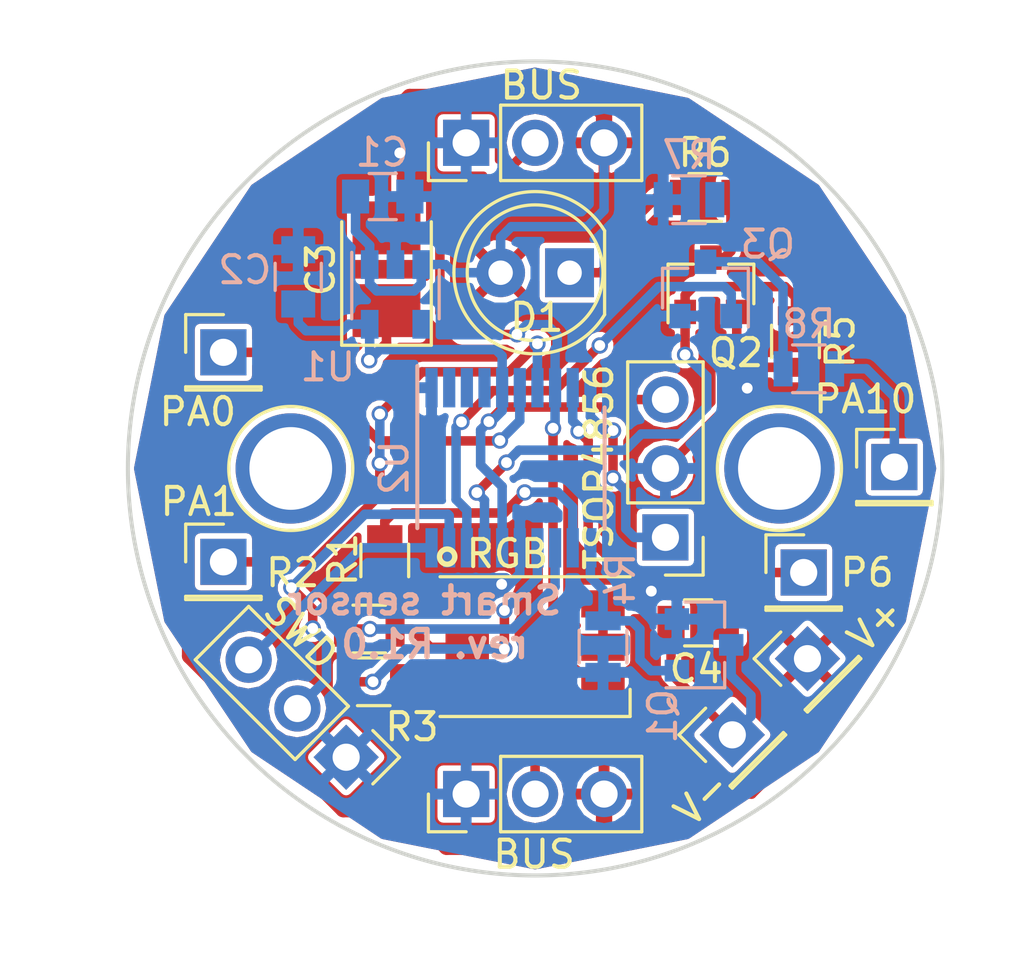
<source format=kicad_pcb>
(kicad_pcb (version 4) (host pcbnew 4.0.5)

  (general
    (links 56)
    (no_connects 2)
    (area -15.075001 -15.075001 15.075001 15.075001)
    (thickness 1.6)
    (drawings 3)
    (tracks 258)
    (zones 0)
    (modules 31)
    (nets 28)
  )

  (page A4)
  (layers
    (0 F.Cu signal)
    (31 B.Cu signal)
    (32 B.Adhes user)
    (33 F.Adhes user)
    (34 B.Paste user)
    (35 F.Paste user)
    (36 B.SilkS user)
    (37 F.SilkS user)
    (38 B.Mask user)
    (39 F.Mask user)
    (40 Dwgs.User user)
    (41 Cmts.User user)
    (42 Eco1.User user)
    (43 Eco2.User user)
    (44 Edge.Cuts user)
    (45 Margin user)
    (46 B.CrtYd user)
    (47 F.CrtYd user)
    (48 B.Fab user)
    (49 F.Fab user)
  )

  (setup
    (last_trace_width 0.35)
    (trace_clearance 0.2)
    (zone_clearance 0.15)
    (zone_45_only no)
    (trace_min 0.2)
    (segment_width 0.2)
    (edge_width 0.15)
    (via_size 0.6)
    (via_drill 0.4)
    (via_min_size 0.4)
    (via_min_drill 0.3)
    (uvia_size 0.3)
    (uvia_drill 0.1)
    (uvias_allowed no)
    (uvia_min_size 0.2)
    (uvia_min_drill 0.1)
    (pcb_text_width 0.3)
    (pcb_text_size 1.5 1.5)
    (mod_edge_width 0.15)
    (mod_text_size 1 1)
    (mod_text_width 0.15)
    (pad_size 1.524 1.524)
    (pad_drill 0.762)
    (pad_to_mask_clearance 0.2)
    (aux_axis_origin 0 0)
    (grid_origin 7.32282 -14.3637)
    (visible_elements FFFFFF7F)
    (pcbplotparams
      (layerselection 0x00030_80000001)
      (usegerberextensions false)
      (excludeedgelayer true)
      (linewidth 0.100000)
      (plotframeref false)
      (viasonmask false)
      (mode 1)
      (useauxorigin false)
      (hpglpennumber 1)
      (hpglpenspeed 20)
      (hpglpendiameter 15)
      (hpglpenoverlay 2)
      (psnegative false)
      (psa4output false)
      (plotreference true)
      (plotvalue true)
      (plotinvisibletext false)
      (padsonsilk false)
      (subtractmaskfromsilk false)
      (outputformat 1)
      (mirror false)
      (drillshape 1)
      (scaleselection 1)
      (outputdirectory ""))
  )

  (net 0 "")
  (net 1 VCC)
  (net 2 GND)
  (net 3 +3V3)
  (net 4 "Net-(C4-Pad2)")
  (net 5 "Net-(D1-Pad1)")
  (net 6 Bus)
  (net 7 SDWIO)
  (net 8 SWCLK)
  (net 9 PA0)
  (net 10 PA1)
  (net 11 PA3)
  (net 12 PA10)
  (net 13 Vibro)
  (net 14 IR_out)
  (net 15 "Net-(Q2-Pad3)")
  (net 16 "Net-(R1-Pad1)")
  (net 17 red)
  (net 18 "Net-(R2-Pad1)")
  (net 19 green)
  (net 20 "Net-(R3-Pad1)")
  (net 21 blue)
  (net 22 IR_in)
  (net 23 "Net-(U2-Pad2)")
  (net 24 "Net-(U2-Pad3)")
  (net 25 "Net-(U2-Pad4)")
  (net 26 "Net-(P7-Pad1)")
  (net 27 "Net-(Q3-Pad3)")

  (net_class Default "Это класс цепей по умолчанию."
    (clearance 0.2)
    (trace_width 0.35)
    (via_dia 0.6)
    (via_drill 0.4)
    (uvia_dia 0.3)
    (uvia_drill 0.1)
    (add_net +3V3)
    (add_net Bus)
    (add_net GND)
    (add_net IR_in)
    (add_net IR_out)
    (add_net "Net-(C4-Pad2)")
    (add_net "Net-(D1-Pad1)")
    (add_net "Net-(P7-Pad1)")
    (add_net "Net-(Q2-Pad3)")
    (add_net "Net-(Q3-Pad3)")
    (add_net "Net-(R1-Pad1)")
    (add_net "Net-(R2-Pad1)")
    (add_net "Net-(R3-Pad1)")
    (add_net "Net-(U2-Pad2)")
    (add_net "Net-(U2-Pad3)")
    (add_net "Net-(U2-Pad4)")
    (add_net PA0)
    (add_net PA1)
    (add_net PA10)
    (add_net PA3)
    (add_net SDWIO)
    (add_net SWCLK)
    (add_net VCC)
    (add_net Vibro)
    (add_net blue)
    (add_net green)
    (add_net red)
  )

  (module Capacitors_SMD:C_0805 (layer B.Cu) (tedit 58B9B0D1) (tstamp 58B2C56B)
    (at -5.6134 -10.0203)
    (descr "Capacitor SMD 0805, reflow soldering, AVX (see smccp.pdf)")
    (tags "capacitor 0805")
    (path /58B2AFCA)
    (attr smd)
    (fp_text reference C1 (at -0.02032 -1.6256) (layer B.SilkS)
      (effects (font (size 1 1) (thickness 0.15)) (justify mirror))
    )
    (fp_text value 0.1uF (at 0 -1.75) (layer B.Fab)
      (effects (font (size 1 1) (thickness 0.15)) (justify mirror))
    )
    (fp_text user %R (at 0 1.5) (layer B.Fab)
      (effects (font (size 1 1) (thickness 0.15)) (justify mirror))
    )
    (fp_line (start -1 -0.62) (end -1 0.62) (layer B.Fab) (width 0.1))
    (fp_line (start 1 -0.62) (end -1 -0.62) (layer B.Fab) (width 0.1))
    (fp_line (start 1 0.62) (end 1 -0.62) (layer B.Fab) (width 0.1))
    (fp_line (start -1 0.62) (end 1 0.62) (layer B.Fab) (width 0.1))
    (fp_line (start 0.5 0.85) (end -0.5 0.85) (layer B.SilkS) (width 0.12))
    (fp_line (start -0.5 -0.85) (end 0.5 -0.85) (layer B.SilkS) (width 0.12))
    (fp_line (start -1.75 0.88) (end 1.75 0.88) (layer B.CrtYd) (width 0.05))
    (fp_line (start -1.75 0.88) (end -1.75 -0.87) (layer B.CrtYd) (width 0.05))
    (fp_line (start 1.75 -0.87) (end 1.75 0.88) (layer B.CrtYd) (width 0.05))
    (fp_line (start 1.75 -0.87) (end -1.75 -0.87) (layer B.CrtYd) (width 0.05))
    (pad 1 smd rect (at -1 0) (size 1 1.25) (layers B.Cu B.Paste B.Mask)
      (net 1 VCC))
    (pad 2 smd rect (at 1 0) (size 1 1.25) (layers B.Cu B.Paste B.Mask)
      (net 2 GND))
    (model Capacitors_SMD.3dshapes/C_0805.wrl
      (at (xyz 0 0 0))
      (scale (xyz 1 1 1))
      (rotate (xyz 0 0 0))
    )
  )

  (module Capacitors_SMD:C_0805 (layer B.Cu) (tedit 58B9B0D7) (tstamp 58B2C571)
    (at -8.7249 -7.0612 90)
    (descr "Capacitor SMD 0805, reflow soldering, AVX (see smccp.pdf)")
    (tags "capacitor 0805")
    (path /58B2A8CA)
    (attr smd)
    (fp_text reference C2 (at 0.25654 -1.9685 180) (layer B.SilkS)
      (effects (font (size 1 1) (thickness 0.15)) (justify mirror))
    )
    (fp_text value 0.1uF (at 0 -1.75 90) (layer B.Fab)
      (effects (font (size 1 1) (thickness 0.15)) (justify mirror))
    )
    (fp_text user %R (at 0 1.5 90) (layer B.Fab)
      (effects (font (size 1 1) (thickness 0.15)) (justify mirror))
    )
    (fp_line (start -1 -0.62) (end -1 0.62) (layer B.Fab) (width 0.1))
    (fp_line (start 1 -0.62) (end -1 -0.62) (layer B.Fab) (width 0.1))
    (fp_line (start 1 0.62) (end 1 -0.62) (layer B.Fab) (width 0.1))
    (fp_line (start -1 0.62) (end 1 0.62) (layer B.Fab) (width 0.1))
    (fp_line (start 0.5 0.85) (end -0.5 0.85) (layer B.SilkS) (width 0.12))
    (fp_line (start -0.5 -0.85) (end 0.5 -0.85) (layer B.SilkS) (width 0.12))
    (fp_line (start -1.75 0.88) (end 1.75 0.88) (layer B.CrtYd) (width 0.05))
    (fp_line (start -1.75 0.88) (end -1.75 -0.87) (layer B.CrtYd) (width 0.05))
    (fp_line (start 1.75 -0.87) (end 1.75 0.88) (layer B.CrtYd) (width 0.05))
    (fp_line (start 1.75 -0.87) (end -1.75 -0.87) (layer B.CrtYd) (width 0.05))
    (pad 1 smd rect (at -1 0 90) (size 1 1.25) (layers B.Cu B.Paste B.Mask)
      (net 3 +3V3))
    (pad 2 smd rect (at 1 0 90) (size 1 1.25) (layers B.Cu B.Paste B.Mask)
      (net 2 GND))
    (model Capacitors_SMD.3dshapes/C_0805.wrl
      (at (xyz 0 0 0))
      (scale (xyz 1 1 1))
      (rotate (xyz 0 0 0))
    )
  )

  (module Capacitors_Tantalum_SMD:CP_Tantalum_Case-B_EIA-3528-21_Reflow (layer F.Cu) (tedit 58B3CEE6) (tstamp 58B2C577)
    (at -5.4737 -7.3406 90)
    (descr "Tantalum capacitor, Case B, EIA 3528-21, 3.5x2.8x1.9mm, Reflow soldering footprint")
    (tags "capacitor tantalum smd")
    (path /58B2D518)
    (attr smd)
    (fp_text reference C3 (at -0.0127 -2.4257 90) (layer F.SilkS)
      (effects (font (size 1 1) (thickness 0.15)))
    )
    (fp_text value 100uF (at 0 3.15 90) (layer F.Fab)
      (effects (font (size 1 1) (thickness 0.15)))
    )
    (fp_line (start -2.85 -1.75) (end -2.85 1.75) (layer F.CrtYd) (width 0.05))
    (fp_line (start -2.85 1.75) (end 2.85 1.75) (layer F.CrtYd) (width 0.05))
    (fp_line (start 2.85 1.75) (end 2.85 -1.75) (layer F.CrtYd) (width 0.05))
    (fp_line (start 2.85 -1.75) (end -2.85 -1.75) (layer F.CrtYd) (width 0.05))
    (fp_line (start -1.75 -1.4) (end -1.75 1.4) (layer F.Fab) (width 0.1))
    (fp_line (start -1.75 1.4) (end 1.75 1.4) (layer F.Fab) (width 0.1))
    (fp_line (start 1.75 1.4) (end 1.75 -1.4) (layer F.Fab) (width 0.1))
    (fp_line (start 1.75 -1.4) (end -1.75 -1.4) (layer F.Fab) (width 0.1))
    (fp_line (start -1.4 -1.4) (end -1.4 1.4) (layer F.Fab) (width 0.1))
    (fp_line (start -1.225 -1.4) (end -1.225 1.4) (layer F.Fab) (width 0.1))
    (fp_line (start -2.8 -1.65) (end 1.75 -1.65) (layer F.SilkS) (width 0.12))
    (fp_line (start -2.8 1.65) (end 1.75 1.65) (layer F.SilkS) (width 0.12))
    (fp_line (start -2.8 -1.65) (end -2.8 1.65) (layer F.SilkS) (width 0.12))
    (pad 1 smd rect (at -1.525 0 90) (size 1.95 2.5) (layers F.Cu F.Paste F.Mask)
      (net 3 +3V3))
    (pad 2 smd rect (at 1.525 0 90) (size 1.95 2.5) (layers F.Cu F.Paste F.Mask)
      (net 2 GND))
    (model Capacitors_Tantalum_SMD.3dshapes/CP_Tantalum_Case-B_EIA-3528-21.wrl
      (at (xyz 0 0 0))
      (scale (xyz 1 1 1))
      (rotate (xyz 0 0 0))
    )
  )

  (module Capacitors_SMD:C_0805 (layer F.Cu) (tedit 58B9AFF7) (tstamp 58B2C57D)
    (at 6.0071 5.6896 180)
    (descr "Capacitor SMD 0805, reflow soldering, AVX (see smccp.pdf)")
    (tags "capacitor 0805")
    (path /58B2D9BF)
    (attr smd)
    (fp_text reference C4 (at 0.07366 -1.69672 180) (layer F.SilkS)
      (effects (font (size 1 1) (thickness 0.15)))
    )
    (fp_text value 0.1uF (at 0 1.75 180) (layer F.Fab)
      (effects (font (size 1 1) (thickness 0.15)))
    )
    (fp_text user %R (at 0 -1.5 180) (layer F.Fab)
      (effects (font (size 1 1) (thickness 0.15)))
    )
    (fp_line (start -1 0.62) (end -1 -0.62) (layer F.Fab) (width 0.1))
    (fp_line (start 1 0.62) (end -1 0.62) (layer F.Fab) (width 0.1))
    (fp_line (start 1 -0.62) (end 1 0.62) (layer F.Fab) (width 0.1))
    (fp_line (start -1 -0.62) (end 1 -0.62) (layer F.Fab) (width 0.1))
    (fp_line (start 0.5 -0.85) (end -0.5 -0.85) (layer F.SilkS) (width 0.12))
    (fp_line (start -0.5 0.85) (end 0.5 0.85) (layer F.SilkS) (width 0.12))
    (fp_line (start -1.75 -0.88) (end 1.75 -0.88) (layer F.CrtYd) (width 0.05))
    (fp_line (start -1.75 -0.88) (end -1.75 0.87) (layer F.CrtYd) (width 0.05))
    (fp_line (start 1.75 0.87) (end 1.75 -0.88) (layer F.CrtYd) (width 0.05))
    (fp_line (start 1.75 0.87) (end -1.75 0.87) (layer F.CrtYd) (width 0.05))
    (pad 1 smd rect (at -1 0 180) (size 1 1.25) (layers F.Cu F.Paste F.Mask)
      (net 1 VCC))
    (pad 2 smd rect (at 1 0 180) (size 1 1.25) (layers F.Cu F.Paste F.Mask)
      (net 4 "Net-(C4-Pad2)"))
    (model Capacitors_SMD.3dshapes/C_0805.wrl
      (at (xyz 0 0 0))
      (scale (xyz 1 1 1))
      (rotate (xyz 0 0 0))
    )
  )

  (module LEDs:LED_D5.0mm (layer F.Cu) (tedit 58B3D0C1) (tstamp 58B2C583)
    (at 1.27 -7.2136 180)
    (descr "LED, diameter 5.0mm, 2 pins, http://cdn-reichelt.de/documents/datenblatt/A500/LL-504BC2E-009.pdf")
    (tags "LED diameter 5.0mm 2 pins")
    (path /58B2BF33)
    (fp_text reference D1 (at 1.2065 -1.651 180) (layer F.SilkS)
      (effects (font (size 1 1) (thickness 0.15)))
    )
    (fp_text value IR (at 1.397 1.7018 180) (layer F.Fab) hide
      (effects (font (size 1 1) (thickness 0.15)))
    )
    (fp_arc (start 1.27 0) (end -1.23 -1.469694) (angle 299.1) (layer F.Fab) (width 0.1))
    (fp_arc (start 1.27 0) (end -1.29 -1.54483) (angle 148.9) (layer F.SilkS) (width 0.12))
    (fp_arc (start 1.27 0) (end -1.29 1.54483) (angle -148.9) (layer F.SilkS) (width 0.12))
    (fp_circle (center 1.27 0) (end 3.77 0) (layer F.Fab) (width 0.1))
    (fp_circle (center 1.27 0) (end 3.77 0) (layer F.SilkS) (width 0.12))
    (fp_line (start -1.23 -1.469694) (end -1.23 1.469694) (layer F.Fab) (width 0.1))
    (fp_line (start -1.29 -1.545) (end -1.29 1.545) (layer F.SilkS) (width 0.12))
    (fp_line (start -1.95 -3.25) (end -1.95 3.25) (layer F.CrtYd) (width 0.05))
    (fp_line (start -1.95 3.25) (end 4.5 3.25) (layer F.CrtYd) (width 0.05))
    (fp_line (start 4.5 3.25) (end 4.5 -3.25) (layer F.CrtYd) (width 0.05))
    (fp_line (start 4.5 -3.25) (end -1.95 -3.25) (layer F.CrtYd) (width 0.05))
    (pad 1 thru_hole rect (at 0 0 180) (size 1.8 1.8) (drill 0.9) (layers *.Cu *.Mask)
      (net 5 "Net-(D1-Pad1)"))
    (pad 2 thru_hole circle (at 2.54 0 180) (size 1.8 1.8) (drill 0.9) (layers *.Cu *.Mask)
      (net 1 VCC))
    (model LEDs.3dshapes/LED_D5.0mm.wrl
      (at (xyz 0 0 0))
      (scale (xyz 0.393701 0.393701 0.393701))
      (rotate (xyz 0 0 0))
    )
  )

  (module Pin_Headers:Pin_Header_Straight_1x03_Pitch2.54mm (layer F.Cu) (tedit 58B3CF5D) (tstamp 58B2C58A)
    (at -2.54 -12 90)
    (descr "Through hole straight pin header, 1x03, 2.54mm pitch, single row")
    (tags "Through hole pin header THT 1x03 2.54mm single row")
    (path /58B2CD36)
    (fp_text reference P1 (at 0 -2.39 90) (layer F.SilkS) hide
      (effects (font (size 1 1) (thickness 0.15)))
    )
    (fp_text value BUS (at 2.1224 2.7686 180) (layer F.SilkS)
      (effects (font (size 1 1) (thickness 0.15)))
    )
    (fp_line (start -1.27 -1.27) (end -1.27 6.35) (layer F.Fab) (width 0.1))
    (fp_line (start -1.27 6.35) (end 1.27 6.35) (layer F.Fab) (width 0.1))
    (fp_line (start 1.27 6.35) (end 1.27 -1.27) (layer F.Fab) (width 0.1))
    (fp_line (start 1.27 -1.27) (end -1.27 -1.27) (layer F.Fab) (width 0.1))
    (fp_line (start -1.39 1.27) (end -1.39 6.47) (layer F.SilkS) (width 0.12))
    (fp_line (start -1.39 6.47) (end 1.39 6.47) (layer F.SilkS) (width 0.12))
    (fp_line (start 1.39 6.47) (end 1.39 1.27) (layer F.SilkS) (width 0.12))
    (fp_line (start 1.39 1.27) (end -1.39 1.27) (layer F.SilkS) (width 0.12))
    (fp_line (start -1.39 0) (end -1.39 -1.39) (layer F.SilkS) (width 0.12))
    (fp_line (start -1.39 -1.39) (end 0 -1.39) (layer F.SilkS) (width 0.12))
    (fp_line (start -1.6 -1.6) (end -1.6 6.6) (layer F.CrtYd) (width 0.05))
    (fp_line (start -1.6 6.6) (end 1.6 6.6) (layer F.CrtYd) (width 0.05))
    (fp_line (start 1.6 6.6) (end 1.6 -1.6) (layer F.CrtYd) (width 0.05))
    (fp_line (start 1.6 -1.6) (end -1.6 -1.6) (layer F.CrtYd) (width 0.05))
    (pad 1 thru_hole rect (at 0 0 90) (size 1.7 1.7) (drill 1) (layers *.Cu *.Mask)
      (net 2 GND))
    (pad 2 thru_hole oval (at 0 2.54 90) (size 1.7 1.7) (drill 1) (layers *.Cu *.Mask)
      (net 6 Bus))
    (pad 3 thru_hole oval (at 0 5.08 90) (size 1.7 1.7) (drill 1) (layers *.Cu *.Mask)
      (net 1 VCC))
    (model Pin_Headers.3dshapes/Pin_Header_Straight_1x03_Pitch2.54mm.wrl
      (at (xyz 0 -0.1 0))
      (scale (xyz 1 1 1))
      (rotate (xyz 0 0 90))
    )
  )

  (module Pin_Headers:Pin_Header_Straight_1x03_Pitch2.54mm (layer F.Cu) (tedit 58B3CF59) (tstamp 58B2C591)
    (at -2.54 12 90)
    (descr "Through hole straight pin header, 1x03, 2.54mm pitch, single row")
    (tags "Through hole pin header THT 1x03 2.54mm single row")
    (path /58B2CEBF)
    (fp_text reference P2 (at 0 -2.39 90) (layer F.SilkS) hide
      (effects (font (size 1 1) (thickness 0.15)))
    )
    (fp_text value BUS (at -2.224 2.5019 180) (layer F.SilkS)
      (effects (font (size 1 1) (thickness 0.15)))
    )
    (fp_line (start -1.27 -1.27) (end -1.27 6.35) (layer F.Fab) (width 0.1))
    (fp_line (start -1.27 6.35) (end 1.27 6.35) (layer F.Fab) (width 0.1))
    (fp_line (start 1.27 6.35) (end 1.27 -1.27) (layer F.Fab) (width 0.1))
    (fp_line (start 1.27 -1.27) (end -1.27 -1.27) (layer F.Fab) (width 0.1))
    (fp_line (start -1.39 1.27) (end -1.39 6.47) (layer F.SilkS) (width 0.12))
    (fp_line (start -1.39 6.47) (end 1.39 6.47) (layer F.SilkS) (width 0.12))
    (fp_line (start 1.39 6.47) (end 1.39 1.27) (layer F.SilkS) (width 0.12))
    (fp_line (start 1.39 1.27) (end -1.39 1.27) (layer F.SilkS) (width 0.12))
    (fp_line (start -1.39 0) (end -1.39 -1.39) (layer F.SilkS) (width 0.12))
    (fp_line (start -1.39 -1.39) (end 0 -1.39) (layer F.SilkS) (width 0.12))
    (fp_line (start -1.6 -1.6) (end -1.6 6.6) (layer F.CrtYd) (width 0.05))
    (fp_line (start -1.6 6.6) (end 1.6 6.6) (layer F.CrtYd) (width 0.05))
    (fp_line (start 1.6 6.6) (end 1.6 -1.6) (layer F.CrtYd) (width 0.05))
    (fp_line (start 1.6 -1.6) (end -1.6 -1.6) (layer F.CrtYd) (width 0.05))
    (pad 1 thru_hole rect (at 0 0 90) (size 1.7 1.7) (drill 1) (layers *.Cu *.Mask)
      (net 2 GND))
    (pad 2 thru_hole oval (at 0 2.54 90) (size 1.7 1.7) (drill 1) (layers *.Cu *.Mask)
      (net 6 Bus))
    (pad 3 thru_hole oval (at 0 5.08 90) (size 1.7 1.7) (drill 1) (layers *.Cu *.Mask)
      (net 1 VCC))
    (model Pin_Headers.3dshapes/Pin_Header_Straight_1x03_Pitch2.54mm.wrl
      (at (xyz 0 -0.1 0))
      (scale (xyz 1 1 1))
      (rotate (xyz 0 0 90))
    )
  )

  (module Pin_Headers:Pin_Header_Straight_1x03_Pitch2.54mm (layer F.Cu) (tedit 58B3CF86) (tstamp 58B2C598)
    (at -6.9596 10.6426 225)
    (descr "Through hole straight pin header, 1x03, 2.54mm pitch, single row")
    (tags "Through hole pin header THT 1x03 2.54mm single row")
    (path /58B2E020)
    (fp_text reference P3 (at 0 -2.39 225) (layer F.SilkS) hide
      (effects (font (size 1 1) (thickness 0.15)))
    )
    (fp_text value SWD (at -2.065459 4.418286 315) (layer F.SilkS)
      (effects (font (size 1 1) (thickness 0.15)))
    )
    (fp_line (start -1.27 -1.27) (end -1.27 6.35) (layer F.Fab) (width 0.1))
    (fp_line (start -1.27 6.35) (end 1.27 6.35) (layer F.Fab) (width 0.1))
    (fp_line (start 1.27 6.35) (end 1.27 -1.27) (layer F.Fab) (width 0.1))
    (fp_line (start 1.27 -1.27) (end -1.27 -1.27) (layer F.Fab) (width 0.1))
    (fp_line (start -1.39 1.27) (end -1.39 6.47) (layer F.SilkS) (width 0.12))
    (fp_line (start -1.39 6.47) (end 1.39 6.47) (layer F.SilkS) (width 0.12))
    (fp_line (start 1.39 6.47) (end 1.39 1.27) (layer F.SilkS) (width 0.12))
    (fp_line (start 1.39 1.27) (end -1.39 1.27) (layer F.SilkS) (width 0.12))
    (fp_line (start -1.39 0) (end -1.39 -1.39) (layer F.SilkS) (width 0.12))
    (fp_line (start -1.39 -1.39) (end 0 -1.39) (layer F.SilkS) (width 0.12))
    (fp_line (start -1.6 -1.6) (end -1.6 6.6) (layer F.CrtYd) (width 0.05))
    (fp_line (start -1.6 6.6) (end 1.6 6.6) (layer F.CrtYd) (width 0.05))
    (fp_line (start 1.6 6.6) (end 1.6 -1.6) (layer F.CrtYd) (width 0.05))
    (fp_line (start 1.6 -1.6) (end -1.6 -1.6) (layer F.CrtYd) (width 0.05))
    (pad 1 thru_hole rect (at 0 0 225) (size 1.7 1.7) (drill 1) (layers *.Cu *.Mask)
      (net 2 GND))
    (pad 2 thru_hole oval (at 0 2.54 225) (size 1.7 1.7) (drill 1) (layers *.Cu *.Mask)
      (net 7 SDWIO))
    (pad 3 thru_hole oval (at 0 5.08 225) (size 1.7 1.7) (drill 1) (layers *.Cu *.Mask)
      (net 8 SWCLK))
    (model Pin_Headers.3dshapes/Pin_Header_Straight_1x03_Pitch2.54mm.wrl
      (at (xyz 0 -0.1 0))
      (scale (xyz 1 1 1))
      (rotate (xyz 0 0 90))
    )
  )

  (module Pin_Headers:Pin_Header_Straight_1x01_Pitch2.54mm (layer F.Cu) (tedit 58B9AFE9) (tstamp 58B2C59D)
    (at -11.4808 -4.2799)
    (descr "Through hole straight pin header, 1x01, 2.54mm pitch, single row")
    (tags "Through hole pin header THT 1x01 2.54mm single row")
    (path /58B2E4FA)
    (fp_text reference P4 (at 0 -2.39) (layer F.SilkS) hide
      (effects (font (size 1 1) (thickness 0.15)))
    )
    (fp_text value PA0 (at -0.94234 2.19202) (layer F.SilkS)
      (effects (font (size 1 1) (thickness 0.15)))
    )
    (fp_line (start -1.27 -1.27) (end -1.27 1.27) (layer F.Fab) (width 0.1))
    (fp_line (start -1.27 1.27) (end 1.27 1.27) (layer F.Fab) (width 0.1))
    (fp_line (start 1.27 1.27) (end 1.27 -1.27) (layer F.Fab) (width 0.1))
    (fp_line (start 1.27 -1.27) (end -1.27 -1.27) (layer F.Fab) (width 0.1))
    (fp_line (start -1.39 1.27) (end -1.39 1.39) (layer F.SilkS) (width 0.12))
    (fp_line (start -1.39 1.39) (end 1.39 1.39) (layer F.SilkS) (width 0.12))
    (fp_line (start 1.39 1.39) (end 1.39 1.27) (layer F.SilkS) (width 0.12))
    (fp_line (start 1.39 1.27) (end -1.39 1.27) (layer F.SilkS) (width 0.12))
    (fp_line (start -1.39 0) (end -1.39 -1.39) (layer F.SilkS) (width 0.12))
    (fp_line (start -1.39 -1.39) (end 0 -1.39) (layer F.SilkS) (width 0.12))
    (fp_line (start -1.6 -1.6) (end -1.6 1.6) (layer F.CrtYd) (width 0.05))
    (fp_line (start -1.6 1.6) (end 1.6 1.6) (layer F.CrtYd) (width 0.05))
    (fp_line (start 1.6 1.6) (end 1.6 -1.6) (layer F.CrtYd) (width 0.05))
    (fp_line (start 1.6 -1.6) (end -1.6 -1.6) (layer F.CrtYd) (width 0.05))
    (pad 1 thru_hole rect (at 0 0) (size 1.7 1.7) (drill 1) (layers *.Cu *.Mask)
      (net 9 PA0))
    (model Pin_Headers.3dshapes/Pin_Header_Straight_1x01_Pitch2.54mm.wrl
      (at (xyz 0 0 0))
      (scale (xyz 1 1 1))
      (rotate (xyz 0 0 90))
    )
  )

  (module Pin_Headers:Pin_Header_Straight_1x01_Pitch2.54mm (layer F.Cu) (tedit 58B9AFEC) (tstamp 58B2C5A2)
    (at -11.4808 3.4417)
    (descr "Through hole straight pin header, 1x01, 2.54mm pitch, single row")
    (tags "Through hole pin header THT 1x01 2.54mm single row")
    (path /58B2E5A5)
    (fp_text reference P5 (at 0 -2.39) (layer F.SilkS) hide
      (effects (font (size 1 1) (thickness 0.15)))
    )
    (fp_text value PA1 (at -0.90678 -2.21742) (layer F.SilkS)
      (effects (font (size 1 1) (thickness 0.15)))
    )
    (fp_line (start -1.27 -1.27) (end -1.27 1.27) (layer F.Fab) (width 0.1))
    (fp_line (start -1.27 1.27) (end 1.27 1.27) (layer F.Fab) (width 0.1))
    (fp_line (start 1.27 1.27) (end 1.27 -1.27) (layer F.Fab) (width 0.1))
    (fp_line (start 1.27 -1.27) (end -1.27 -1.27) (layer F.Fab) (width 0.1))
    (fp_line (start -1.39 1.27) (end -1.39 1.39) (layer F.SilkS) (width 0.12))
    (fp_line (start -1.39 1.39) (end 1.39 1.39) (layer F.SilkS) (width 0.12))
    (fp_line (start 1.39 1.39) (end 1.39 1.27) (layer F.SilkS) (width 0.12))
    (fp_line (start 1.39 1.27) (end -1.39 1.27) (layer F.SilkS) (width 0.12))
    (fp_line (start -1.39 0) (end -1.39 -1.39) (layer F.SilkS) (width 0.12))
    (fp_line (start -1.39 -1.39) (end 0 -1.39) (layer F.SilkS) (width 0.12))
    (fp_line (start -1.6 -1.6) (end -1.6 1.6) (layer F.CrtYd) (width 0.05))
    (fp_line (start -1.6 1.6) (end 1.6 1.6) (layer F.CrtYd) (width 0.05))
    (fp_line (start 1.6 1.6) (end 1.6 -1.6) (layer F.CrtYd) (width 0.05))
    (fp_line (start 1.6 -1.6) (end -1.6 -1.6) (layer F.CrtYd) (width 0.05))
    (pad 1 thru_hole rect (at 0 0) (size 1.7 1.7) (drill 1) (layers *.Cu *.Mask)
      (net 10 PA1))
    (model Pin_Headers.3dshapes/Pin_Header_Straight_1x01_Pitch2.54mm.wrl
      (at (xyz 0 0 0))
      (scale (xyz 1 1 1))
      (rotate (xyz 0 0 90))
    )
  )

  (module Pin_Headers:Pin_Header_Straight_1x01_Pitch2.54mm (layer F.Cu) (tedit 58B9B0A0) (tstamp 58B2C5A7)
    (at 9.8933 3.8354)
    (descr "Through hole straight pin header, 1x01, 2.54mm pitch, single row")
    (tags "Through hole pin header THT 1x01 2.54mm single row")
    (path /58B2E603)
    (fp_text reference P6 (at 2.3368 0) (layer F.SilkS)
      (effects (font (size 1 1) (thickness 0.15)))
    )
    (fp_text value PA3 (at 0 2.39) (layer F.Fab)
      (effects (font (size 1 1) (thickness 0.15)))
    )
    (fp_line (start -1.27 -1.27) (end -1.27 1.27) (layer F.Fab) (width 0.1))
    (fp_line (start -1.27 1.27) (end 1.27 1.27) (layer F.Fab) (width 0.1))
    (fp_line (start 1.27 1.27) (end 1.27 -1.27) (layer F.Fab) (width 0.1))
    (fp_line (start 1.27 -1.27) (end -1.27 -1.27) (layer F.Fab) (width 0.1))
    (fp_line (start -1.39 1.27) (end -1.39 1.39) (layer F.SilkS) (width 0.12))
    (fp_line (start -1.39 1.39) (end 1.39 1.39) (layer F.SilkS) (width 0.12))
    (fp_line (start 1.39 1.39) (end 1.39 1.27) (layer F.SilkS) (width 0.12))
    (fp_line (start 1.39 1.27) (end -1.39 1.27) (layer F.SilkS) (width 0.12))
    (fp_line (start -1.39 0) (end -1.39 -1.39) (layer F.SilkS) (width 0.12))
    (fp_line (start -1.39 -1.39) (end 0 -1.39) (layer F.SilkS) (width 0.12))
    (fp_line (start -1.6 -1.6) (end -1.6 1.6) (layer F.CrtYd) (width 0.05))
    (fp_line (start -1.6 1.6) (end 1.6 1.6) (layer F.CrtYd) (width 0.05))
    (fp_line (start 1.6 1.6) (end 1.6 -1.6) (layer F.CrtYd) (width 0.05))
    (fp_line (start 1.6 -1.6) (end -1.6 -1.6) (layer F.CrtYd) (width 0.05))
    (pad 1 thru_hole rect (at 0 0) (size 1.7 1.7) (drill 1) (layers *.Cu *.Mask)
      (net 11 PA3))
    (model Pin_Headers.3dshapes/Pin_Header_Straight_1x01_Pitch2.54mm.wrl
      (at (xyz 0 0 0))
      (scale (xyz 1 1 1))
      (rotate (xyz 0 0 90))
    )
  )

  (module Pin_Headers:Pin_Header_Straight_1x01_Pitch2.54mm (layer F.Cu) (tedit 58B9B00C) (tstamp 58B2C5AC)
    (at 13.2334 -0.0508)
    (descr "Through hole straight pin header, 1x01, 2.54mm pitch, single row")
    (tags "Through hole pin header THT 1x01 2.54mm single row")
    (path /58B2E660)
    (fp_text reference P7 (at 0 -2.39) (layer F.SilkS) hide
      (effects (font (size 1 1) (thickness 0.15)))
    )
    (fp_text value PA10 (at -1.07188 -2.50444) (layer F.SilkS)
      (effects (font (size 1 1) (thickness 0.15)))
    )
    (fp_line (start -1.27 -1.27) (end -1.27 1.27) (layer F.Fab) (width 0.1))
    (fp_line (start -1.27 1.27) (end 1.27 1.27) (layer F.Fab) (width 0.1))
    (fp_line (start 1.27 1.27) (end 1.27 -1.27) (layer F.Fab) (width 0.1))
    (fp_line (start 1.27 -1.27) (end -1.27 -1.27) (layer F.Fab) (width 0.1))
    (fp_line (start -1.39 1.27) (end -1.39 1.39) (layer F.SilkS) (width 0.12))
    (fp_line (start -1.39 1.39) (end 1.39 1.39) (layer F.SilkS) (width 0.12))
    (fp_line (start 1.39 1.39) (end 1.39 1.27) (layer F.SilkS) (width 0.12))
    (fp_line (start 1.39 1.27) (end -1.39 1.27) (layer F.SilkS) (width 0.12))
    (fp_line (start -1.39 0) (end -1.39 -1.39) (layer F.SilkS) (width 0.12))
    (fp_line (start -1.39 -1.39) (end 0 -1.39) (layer F.SilkS) (width 0.12))
    (fp_line (start -1.6 -1.6) (end -1.6 1.6) (layer F.CrtYd) (width 0.05))
    (fp_line (start -1.6 1.6) (end 1.6 1.6) (layer F.CrtYd) (width 0.05))
    (fp_line (start 1.6 1.6) (end 1.6 -1.6) (layer F.CrtYd) (width 0.05))
    (fp_line (start 1.6 -1.6) (end -1.6 -1.6) (layer F.CrtYd) (width 0.05))
    (pad 1 thru_hole rect (at 0 0) (size 1.7 1.7) (drill 1) (layers *.Cu *.Mask)
      (net 26 "Net-(P7-Pad1)"))
    (model Pin_Headers.3dshapes/Pin_Header_Straight_1x01_Pitch2.54mm.wrl
      (at (xyz 0 0 0))
      (scale (xyz 1 1 1))
      (rotate (xyz 0 0 90))
    )
  )

  (module Pin_Headers:Pin_Header_Straight_1x01_Pitch2.54mm (layer F.Cu) (tedit 58B9B097) (tstamp 58B2C5B1)
    (at 10.033 7.0104 45)
    (descr "Through hole straight pin header, 1x01, 2.54mm pitch, single row")
    (tags "Through hole pin header THT 1x01 2.54mm single row")
    (path /58B2B23F)
    (fp_text reference P8 (at 0 -2.39 45) (layer F.SilkS) hide
      (effects (font (size 1 1) (thickness 0.15)))
    )
    (fp_text value V+ (at 2.663544 0.881861 45) (layer F.SilkS)
      (effects (font (size 1 1) (thickness 0.15)))
    )
    (fp_line (start -1.27 -1.27) (end -1.27 1.27) (layer F.Fab) (width 0.1))
    (fp_line (start -1.27 1.27) (end 1.27 1.27) (layer F.Fab) (width 0.1))
    (fp_line (start 1.27 1.27) (end 1.27 -1.27) (layer F.Fab) (width 0.1))
    (fp_line (start 1.27 -1.27) (end -1.27 -1.27) (layer F.Fab) (width 0.1))
    (fp_line (start -1.39 1.27) (end -1.39 1.39) (layer F.SilkS) (width 0.12))
    (fp_line (start -1.39 1.39) (end 1.39 1.39) (layer F.SilkS) (width 0.12))
    (fp_line (start 1.39 1.39) (end 1.39 1.27) (layer F.SilkS) (width 0.12))
    (fp_line (start 1.39 1.27) (end -1.39 1.27) (layer F.SilkS) (width 0.12))
    (fp_line (start -1.39 0) (end -1.39 -1.39) (layer F.SilkS) (width 0.12))
    (fp_line (start -1.39 -1.39) (end 0 -1.39) (layer F.SilkS) (width 0.12))
    (fp_line (start -1.6 -1.6) (end -1.6 1.6) (layer F.CrtYd) (width 0.05))
    (fp_line (start -1.6 1.6) (end 1.6 1.6) (layer F.CrtYd) (width 0.05))
    (fp_line (start 1.6 1.6) (end 1.6 -1.6) (layer F.CrtYd) (width 0.05))
    (fp_line (start 1.6 -1.6) (end -1.6 -1.6) (layer F.CrtYd) (width 0.05))
    (pad 1 thru_hole rect (at 0 0 45) (size 1.7 1.7) (drill 1) (layers *.Cu *.Mask)
      (net 1 VCC))
    (model Pin_Headers.3dshapes/Pin_Header_Straight_1x01_Pitch2.54mm.wrl
      (at (xyz 0 0 0))
      (scale (xyz 1 1 1))
      (rotate (xyz 0 0 90))
    )
  )

  (module Pin_Headers:Pin_Header_Straight_1x01_Pitch2.54mm (layer F.Cu) (tedit 58B9B08A) (tstamp 58B2C5B6)
    (at 7.2644 9.8171 45)
    (descr "Through hole straight pin header, 1x01, 2.54mm pitch, single row")
    (tags "Through hole pin header THT 1x01 2.54mm single row")
    (path /58B2B160)
    (fp_text reference P9 (at 0 -2.39 45) (layer F.SilkS) hide
      (effects (font (size 1 1) (thickness 0.15)))
    )
    (fp_text value V- (at -2.440834 0.874677 45) (layer F.SilkS)
      (effects (font (size 1 1) (thickness 0.15)))
    )
    (fp_line (start -1.27 -1.27) (end -1.27 1.27) (layer F.Fab) (width 0.1))
    (fp_line (start -1.27 1.27) (end 1.27 1.27) (layer F.Fab) (width 0.1))
    (fp_line (start 1.27 1.27) (end 1.27 -1.27) (layer F.Fab) (width 0.1))
    (fp_line (start 1.27 -1.27) (end -1.27 -1.27) (layer F.Fab) (width 0.1))
    (fp_line (start -1.39 1.27) (end -1.39 1.39) (layer F.SilkS) (width 0.12))
    (fp_line (start -1.39 1.39) (end 1.39 1.39) (layer F.SilkS) (width 0.12))
    (fp_line (start 1.39 1.39) (end 1.39 1.27) (layer F.SilkS) (width 0.12))
    (fp_line (start 1.39 1.27) (end -1.39 1.27) (layer F.SilkS) (width 0.12))
    (fp_line (start -1.39 0) (end -1.39 -1.39) (layer F.SilkS) (width 0.12))
    (fp_line (start -1.39 -1.39) (end 0 -1.39) (layer F.SilkS) (width 0.12))
    (fp_line (start -1.6 -1.6) (end -1.6 1.6) (layer F.CrtYd) (width 0.05))
    (fp_line (start -1.6 1.6) (end 1.6 1.6) (layer F.CrtYd) (width 0.05))
    (fp_line (start 1.6 1.6) (end 1.6 -1.6) (layer F.CrtYd) (width 0.05))
    (fp_line (start 1.6 -1.6) (end -1.6 -1.6) (layer F.CrtYd) (width 0.05))
    (pad 1 thru_hole rect (at 0 0 45) (size 1.7 1.7) (drill 1) (layers *.Cu *.Mask)
      (net 4 "Net-(C4-Pad2)"))
    (model Pin_Headers.3dshapes/Pin_Header_Straight_1x01_Pitch2.54mm.wrl
      (at (xyz 0 0 0))
      (scale (xyz 1 1 1))
      (rotate (xyz 0 0 90))
    )
  )

  (module TO_SOT_Packages_SMD:SOT-23 (layer B.Cu) (tedit 58B3D313) (tstamp 58B2C5BD)
    (at 6.223 6.5024)
    (descr "SOT-23, Standard")
    (tags SOT-23)
    (path /58B2AE67)
    (attr smd)
    (fp_text reference Q1 (at -1.524 2.6289 90) (layer B.SilkS)
      (effects (font (size 1 1) (thickness 0.15)) (justify mirror))
    )
    (fp_text value Q_NMOS_GSD (at 0 -2.5) (layer B.Fab)
      (effects (font (size 1 1) (thickness 0.15)) (justify mirror))
    )
    (fp_line (start -0.7 0.95) (end -0.7 -1.5) (layer B.Fab) (width 0.1))
    (fp_line (start -0.15 1.52) (end 0.7 1.52) (layer B.Fab) (width 0.1))
    (fp_line (start -0.7 0.95) (end -0.15 1.52) (layer B.Fab) (width 0.1))
    (fp_line (start 0.7 1.52) (end 0.7 -1.52) (layer B.Fab) (width 0.1))
    (fp_line (start -0.7 -1.52) (end 0.7 -1.52) (layer B.Fab) (width 0.1))
    (fp_line (start 0.76 -1.58) (end 0.76 -0.65) (layer B.SilkS) (width 0.12))
    (fp_line (start 0.76 1.58) (end 0.76 0.65) (layer B.SilkS) (width 0.12))
    (fp_line (start -1.7 1.75) (end 1.7 1.75) (layer B.CrtYd) (width 0.05))
    (fp_line (start 1.7 1.75) (end 1.7 -1.75) (layer B.CrtYd) (width 0.05))
    (fp_line (start 1.7 -1.75) (end -1.7 -1.75) (layer B.CrtYd) (width 0.05))
    (fp_line (start -1.7 -1.75) (end -1.7 1.75) (layer B.CrtYd) (width 0.05))
    (fp_line (start 0.76 1.58) (end -1.4 1.58) (layer B.SilkS) (width 0.12))
    (fp_line (start 0.76 -1.58) (end -0.7 -1.58) (layer B.SilkS) (width 0.12))
    (pad 1 smd rect (at -1 0.95) (size 0.9 0.8) (layers B.Cu B.Paste B.Mask)
      (net 13 Vibro))
    (pad 2 smd rect (at -1 -0.95) (size 0.9 0.8) (layers B.Cu B.Paste B.Mask)
      (net 2 GND))
    (pad 3 smd rect (at 1 0) (size 0.9 0.8) (layers B.Cu B.Paste B.Mask)
      (net 4 "Net-(C4-Pad2)"))
    (model TO_SOT_Packages_SMD.3dshapes/SOT-23.wrl
      (at (xyz 0 0 0))
      (scale (xyz 1 1 1))
      (rotate (xyz 0 0 90))
    )
  )

  (module TO_SOT_Packages_SMD:SOT-23 (layer F.Cu) (tedit 58B9B01C) (tstamp 58B2C5C4)
    (at 6.477 -6.7691 90)
    (descr "SOT-23, Standard")
    (tags SOT-23)
    (path /58B2BC96)
    (attr smd)
    (fp_text reference Q2 (at -2.50698 0.91948 180) (layer F.SilkS)
      (effects (font (size 1 1) (thickness 0.15)))
    )
    (fp_text value Q_NMOS_GSD (at 0 2.5 90) (layer F.Fab) hide
      (effects (font (size 1 1) (thickness 0.15)))
    )
    (fp_line (start -0.7 -0.95) (end -0.7 1.5) (layer F.Fab) (width 0.1))
    (fp_line (start -0.15 -1.52) (end 0.7 -1.52) (layer F.Fab) (width 0.1))
    (fp_line (start -0.7 -0.95) (end -0.15 -1.52) (layer F.Fab) (width 0.1))
    (fp_line (start 0.7 -1.52) (end 0.7 1.52) (layer F.Fab) (width 0.1))
    (fp_line (start -0.7 1.52) (end 0.7 1.52) (layer F.Fab) (width 0.1))
    (fp_line (start 0.76 1.58) (end 0.76 0.65) (layer F.SilkS) (width 0.12))
    (fp_line (start 0.76 -1.58) (end 0.76 -0.65) (layer F.SilkS) (width 0.12))
    (fp_line (start -1.7 -1.75) (end 1.7 -1.75) (layer F.CrtYd) (width 0.05))
    (fp_line (start 1.7 -1.75) (end 1.7 1.75) (layer F.CrtYd) (width 0.05))
    (fp_line (start 1.7 1.75) (end -1.7 1.75) (layer F.CrtYd) (width 0.05))
    (fp_line (start -1.7 1.75) (end -1.7 -1.75) (layer F.CrtYd) (width 0.05))
    (fp_line (start 0.76 -1.58) (end -1.4 -1.58) (layer F.SilkS) (width 0.12))
    (fp_line (start 0.76 1.58) (end -0.7 1.58) (layer F.SilkS) (width 0.12))
    (pad 1 smd rect (at -1 -0.95 90) (size 0.9 0.8) (layers F.Cu F.Paste F.Mask)
      (net 14 IR_out))
    (pad 2 smd rect (at -1 0.95 90) (size 0.9 0.8) (layers F.Cu F.Paste F.Mask)
      (net 2 GND))
    (pad 3 smd rect (at 1 0 90) (size 0.9 0.8) (layers F.Cu F.Paste F.Mask)
      (net 15 "Net-(Q2-Pad3)"))
    (model TO_SOT_Packages_SMD.3dshapes/SOT-23.wrl
      (at (xyz 0 0 0))
      (scale (xyz 1 1 1))
      (rotate (xyz 0 0 90))
    )
  )

  (module Resistors_SMD:R_0805 (layer F.Cu) (tedit 58B9AF90) (tstamp 58B2C5CA)
    (at -5.5372 3.3909 90)
    (descr "Resistor SMD 0805, reflow soldering, Vishay (see dcrcw.pdf)")
    (tags "resistor 0805")
    (path /58B2AAD9)
    (attr smd)
    (fp_text reference R1 (at 0.03556 -1.54432 90) (layer F.SilkS)
      (effects (font (size 1 1) (thickness 0.15)))
    )
    (fp_text value 150 (at 0.0635 1.4605 90) (layer F.Fab) hide
      (effects (font (size 1 1) (thickness 0.15)))
    )
    (fp_text user %R (at 0 -1.65 90) (layer F.Fab) hide
      (effects (font (size 1 1) (thickness 0.15)))
    )
    (fp_line (start -1 0.62) (end -1 -0.62) (layer F.Fab) (width 0.1))
    (fp_line (start 1 0.62) (end -1 0.62) (layer F.Fab) (width 0.1))
    (fp_line (start 1 -0.62) (end 1 0.62) (layer F.Fab) (width 0.1))
    (fp_line (start -1 -0.62) (end 1 -0.62) (layer F.Fab) (width 0.1))
    (fp_line (start 0.6 0.88) (end -0.6 0.88) (layer F.SilkS) (width 0.12))
    (fp_line (start -0.6 -0.88) (end 0.6 -0.88) (layer F.SilkS) (width 0.12))
    (fp_line (start -1.55 -0.9) (end 1.55 -0.9) (layer F.CrtYd) (width 0.05))
    (fp_line (start -1.55 -0.9) (end -1.55 0.9) (layer F.CrtYd) (width 0.05))
    (fp_line (start 1.55 0.9) (end 1.55 -0.9) (layer F.CrtYd) (width 0.05))
    (fp_line (start 1.55 0.9) (end -1.55 0.9) (layer F.CrtYd) (width 0.05))
    (pad 1 smd rect (at -0.95 0 90) (size 0.7 1.3) (layers F.Cu F.Paste F.Mask)
      (net 16 "Net-(R1-Pad1)"))
    (pad 2 smd rect (at 0.95 0 90) (size 0.7 1.3) (layers F.Cu F.Paste F.Mask)
      (net 17 red))
    (model Resistors_SMD.3dshapes/R_0805.wrl
      (at (xyz 0 0 0))
      (scale (xyz 1 1 1))
      (rotate (xyz 0 0 0))
    )
  )

  (module Resistors_SMD:R_0805 (layer F.Cu) (tedit 58B3CF7E) (tstamp 58B2C5D0)
    (at -6.1087 5.9182 180)
    (descr "Resistor SMD 0805, reflow soldering, Vishay (see dcrcw.pdf)")
    (tags "resistor 0805")
    (path /58B2AB04)
    (attr smd)
    (fp_text reference R2 (at 2.8194 2.0701 180) (layer F.SilkS)
      (effects (font (size 1 1) (thickness 0.15)))
    )
    (fp_text value 150 (at 0 1.75 180) (layer F.Fab) hide
      (effects (font (size 1 1) (thickness 0.15)))
    )
    (fp_text user %R (at 0 -1.65 180) (layer F.Fab) hide
      (effects (font (size 1 1) (thickness 0.15)))
    )
    (fp_line (start -1 0.62) (end -1 -0.62) (layer F.Fab) (width 0.1))
    (fp_line (start 1 0.62) (end -1 0.62) (layer F.Fab) (width 0.1))
    (fp_line (start 1 -0.62) (end 1 0.62) (layer F.Fab) (width 0.1))
    (fp_line (start -1 -0.62) (end 1 -0.62) (layer F.Fab) (width 0.1))
    (fp_line (start 0.6 0.88) (end -0.6 0.88) (layer F.SilkS) (width 0.12))
    (fp_line (start -0.6 -0.88) (end 0.6 -0.88) (layer F.SilkS) (width 0.12))
    (fp_line (start -1.55 -0.9) (end 1.55 -0.9) (layer F.CrtYd) (width 0.05))
    (fp_line (start -1.55 -0.9) (end -1.55 0.9) (layer F.CrtYd) (width 0.05))
    (fp_line (start 1.55 0.9) (end 1.55 -0.9) (layer F.CrtYd) (width 0.05))
    (fp_line (start 1.55 0.9) (end -1.55 0.9) (layer F.CrtYd) (width 0.05))
    (pad 1 smd rect (at -0.95 0 180) (size 0.7 1.3) (layers F.Cu F.Paste F.Mask)
      (net 18 "Net-(R2-Pad1)"))
    (pad 2 smd rect (at 0.95 0 180) (size 0.7 1.3) (layers F.Cu F.Paste F.Mask)
      (net 19 green))
    (model Resistors_SMD.3dshapes/R_0805.wrl
      (at (xyz 0 0 0))
      (scale (xyz 1 1 1))
      (rotate (xyz 0 0 0))
    )
  )

  (module Resistors_SMD:R_0805 (layer F.Cu) (tedit 58B9AFB0) (tstamp 58B2C5D6)
    (at -5.9436 7.8613 180)
    (descr "Resistor SMD 0805, reflow soldering, Vishay (see dcrcw.pdf)")
    (tags "resistor 0805")
    (path /58B2AB27)
    (attr smd)
    (fp_text reference R3 (at -1.40716 -1.6637 180) (layer F.SilkS)
      (effects (font (size 1 1) (thickness 0.15)))
    )
    (fp_text value 150 (at 0 1.75 180) (layer F.Fab) hide
      (effects (font (size 1 1) (thickness 0.15)))
    )
    (fp_text user %R (at 0 -1.65 180) (layer F.Fab) hide
      (effects (font (size 1 1) (thickness 0.15)))
    )
    (fp_line (start -1 0.62) (end -1 -0.62) (layer F.Fab) (width 0.1))
    (fp_line (start 1 0.62) (end -1 0.62) (layer F.Fab) (width 0.1))
    (fp_line (start 1 -0.62) (end 1 0.62) (layer F.Fab) (width 0.1))
    (fp_line (start -1 -0.62) (end 1 -0.62) (layer F.Fab) (width 0.1))
    (fp_line (start 0.6 0.88) (end -0.6 0.88) (layer F.SilkS) (width 0.12))
    (fp_line (start -0.6 -0.88) (end 0.6 -0.88) (layer F.SilkS) (width 0.12))
    (fp_line (start -1.55 -0.9) (end 1.55 -0.9) (layer F.CrtYd) (width 0.05))
    (fp_line (start -1.55 -0.9) (end -1.55 0.9) (layer F.CrtYd) (width 0.05))
    (fp_line (start 1.55 0.9) (end 1.55 -0.9) (layer F.CrtYd) (width 0.05))
    (fp_line (start 1.55 0.9) (end -1.55 0.9) (layer F.CrtYd) (width 0.05))
    (pad 1 smd rect (at -0.95 0 180) (size 0.7 1.3) (layers F.Cu F.Paste F.Mask)
      (net 20 "Net-(R3-Pad1)"))
    (pad 2 smd rect (at 0.95 0 180) (size 0.7 1.3) (layers F.Cu F.Paste F.Mask)
      (net 21 blue))
    (model Resistors_SMD.3dshapes/R_0805.wrl
      (at (xyz 0 0 0))
      (scale (xyz 1 1 1))
      (rotate (xyz 0 0 0))
    )
  )

  (module Resistors_SMD:R_0805 (layer B.Cu) (tedit 58B9B104) (tstamp 58B2C5DC)
    (at 2.5019 6.5659 270)
    (descr "Resistor SMD 0805, reflow soldering, Vishay (see dcrcw.pdf)")
    (tags "resistor 0805")
    (path /58B2C472)
    (attr smd)
    (fp_text reference R4 (at -2.47904 -0.65024 270) (layer B.SilkS)
      (effects (font (size 1 1) (thickness 0.15)) (justify mirror))
    )
    (fp_text value 10k (at 0 -1.75 270) (layer B.Fab)
      (effects (font (size 1 1) (thickness 0.15)) (justify mirror))
    )
    (fp_text user %R (at 0 1.65 270) (layer B.Fab)
      (effects (font (size 1 1) (thickness 0.15)) (justify mirror))
    )
    (fp_line (start -1 -0.62) (end -1 0.62) (layer B.Fab) (width 0.1))
    (fp_line (start 1 -0.62) (end -1 -0.62) (layer B.Fab) (width 0.1))
    (fp_line (start 1 0.62) (end 1 -0.62) (layer B.Fab) (width 0.1))
    (fp_line (start -1 0.62) (end 1 0.62) (layer B.Fab) (width 0.1))
    (fp_line (start 0.6 -0.88) (end -0.6 -0.88) (layer B.SilkS) (width 0.12))
    (fp_line (start -0.6 0.88) (end 0.6 0.88) (layer B.SilkS) (width 0.12))
    (fp_line (start -1.55 0.9) (end 1.55 0.9) (layer B.CrtYd) (width 0.05))
    (fp_line (start -1.55 0.9) (end -1.55 -0.9) (layer B.CrtYd) (width 0.05))
    (fp_line (start 1.55 -0.9) (end 1.55 0.9) (layer B.CrtYd) (width 0.05))
    (fp_line (start 1.55 -0.9) (end -1.55 -0.9) (layer B.CrtYd) (width 0.05))
    (pad 1 smd rect (at -0.95 0 270) (size 0.7 1.3) (layers B.Cu B.Paste B.Mask)
      (net 13 Vibro))
    (pad 2 smd rect (at 0.95 0 270) (size 0.7 1.3) (layers B.Cu B.Paste B.Mask)
      (net 2 GND))
    (model Resistors_SMD.3dshapes/R_0805.wrl
      (at (xyz 0 0 0))
      (scale (xyz 1 1 1))
      (rotate (xyz 0 0 0))
    )
  )

  (module Resistors_SMD:R_0805 (layer F.Cu) (tedit 58B9B016) (tstamp 58B2C5E2)
    (at 9.59104 -4.67868 270)
    (descr "Resistor SMD 0805, reflow soldering, Vishay (see dcrcw.pdf)")
    (tags "resistor 0805")
    (path /58B2C5AD)
    (attr smd)
    (fp_text reference R5 (at 0 -1.65 270) (layer F.SilkS)
      (effects (font (size 1 1) (thickness 0.15)))
    )
    (fp_text value 10k (at -2.1971 -0.5334 270) (layer F.Fab) hide
      (effects (font (size 1 1) (thickness 0.15)))
    )
    (fp_text user %R (at 0 -1.65 270) (layer F.Fab)
      (effects (font (size 1 1) (thickness 0.15)))
    )
    (fp_line (start -1 0.62) (end -1 -0.62) (layer F.Fab) (width 0.1))
    (fp_line (start 1 0.62) (end -1 0.62) (layer F.Fab) (width 0.1))
    (fp_line (start 1 -0.62) (end 1 0.62) (layer F.Fab) (width 0.1))
    (fp_line (start -1 -0.62) (end 1 -0.62) (layer F.Fab) (width 0.1))
    (fp_line (start 0.6 0.88) (end -0.6 0.88) (layer F.SilkS) (width 0.12))
    (fp_line (start -0.6 -0.88) (end 0.6 -0.88) (layer F.SilkS) (width 0.12))
    (fp_line (start -1.55 -0.9) (end 1.55 -0.9) (layer F.CrtYd) (width 0.05))
    (fp_line (start -1.55 -0.9) (end -1.55 0.9) (layer F.CrtYd) (width 0.05))
    (fp_line (start 1.55 0.9) (end 1.55 -0.9) (layer F.CrtYd) (width 0.05))
    (fp_line (start 1.55 0.9) (end -1.55 0.9) (layer F.CrtYd) (width 0.05))
    (pad 1 smd rect (at -0.95 0 270) (size 0.7 1.3) (layers F.Cu F.Paste F.Mask)
      (net 14 IR_out))
    (pad 2 smd rect (at 0.95 0 270) (size 0.7 1.3) (layers F.Cu F.Paste F.Mask)
      (net 2 GND))
    (model Resistors_SMD.3dshapes/R_0805.wrl
      (at (xyz 0 0 0))
      (scale (xyz 1 1 1))
      (rotate (xyz 0 0 0))
    )
  )

  (module Resistors_SMD:R_0805 (layer F.Cu) (tedit 58B3D09C) (tstamp 58B2C5E8)
    (at 6.26364 -9.98728)
    (descr "Resistor SMD 0805, reflow soldering, Vishay (see dcrcw.pdf)")
    (tags "resistor 0805")
    (path /58B2BEC0)
    (attr smd)
    (fp_text reference R6 (at 0 -1.65) (layer F.SilkS)
      (effects (font (size 1 1) (thickness 0.15)))
    )
    (fp_text value R_LED (at 4.9403 -3.6576) (layer F.Fab) hide
      (effects (font (size 1 1) (thickness 0.15)))
    )
    (fp_text user %R (at 0 -1.65) (layer F.Fab)
      (effects (font (size 1 1) (thickness 0.15)))
    )
    (fp_line (start -1 0.62) (end -1 -0.62) (layer F.Fab) (width 0.1))
    (fp_line (start 1 0.62) (end -1 0.62) (layer F.Fab) (width 0.1))
    (fp_line (start 1 -0.62) (end 1 0.62) (layer F.Fab) (width 0.1))
    (fp_line (start -1 -0.62) (end 1 -0.62) (layer F.Fab) (width 0.1))
    (fp_line (start 0.6 0.88) (end -0.6 0.88) (layer F.SilkS) (width 0.12))
    (fp_line (start -0.6 -0.88) (end 0.6 -0.88) (layer F.SilkS) (width 0.12))
    (fp_line (start -1.55 -0.9) (end 1.55 -0.9) (layer F.CrtYd) (width 0.05))
    (fp_line (start -1.55 -0.9) (end -1.55 0.9) (layer F.CrtYd) (width 0.05))
    (fp_line (start 1.55 0.9) (end 1.55 -0.9) (layer F.CrtYd) (width 0.05))
    (fp_line (start 1.55 0.9) (end -1.55 0.9) (layer F.CrtYd) (width 0.05))
    (pad 1 smd rect (at -0.95 0) (size 0.7 1.3) (layers F.Cu F.Paste F.Mask)
      (net 5 "Net-(D1-Pad1)"))
    (pad 2 smd rect (at 0.95 0) (size 0.7 1.3) (layers F.Cu F.Paste F.Mask)
      (net 15 "Net-(Q2-Pad3)"))
    (model Resistors_SMD.3dshapes/R_0805.wrl
      (at (xyz 0 0 0))
      (scale (xyz 1 1 1))
      (rotate (xyz 0 0 0))
    )
  )

  (module Pin_Headers:Pin_Header_Straight_1x03_Pitch2.54mm (layer F.Cu) (tedit 58B3D13E) (tstamp 58B2C5EF)
    (at 4.8006 2.54 180)
    (descr "Through hole straight pin header, 1x03, 2.54mm pitch, single row")
    (tags "Through hole pin header THT 1x03 2.54mm single row")
    (path /58B2B49D)
    (fp_text reference T1 (at 0 -2.39 180) (layer F.SilkS) hide
      (effects (font (size 1 1) (thickness 0.15)))
    )
    (fp_text value TSOP4856 (at 2.4511 2.5908 270) (layer F.SilkS)
      (effects (font (size 1 1) (thickness 0.15)))
    )
    (fp_line (start -1.27 -1.27) (end -1.27 6.35) (layer F.Fab) (width 0.1))
    (fp_line (start -1.27 6.35) (end 1.27 6.35) (layer F.Fab) (width 0.1))
    (fp_line (start 1.27 6.35) (end 1.27 -1.27) (layer F.Fab) (width 0.1))
    (fp_line (start 1.27 -1.27) (end -1.27 -1.27) (layer F.Fab) (width 0.1))
    (fp_line (start -1.39 1.27) (end -1.39 6.47) (layer F.SilkS) (width 0.12))
    (fp_line (start -1.39 6.47) (end 1.39 6.47) (layer F.SilkS) (width 0.12))
    (fp_line (start 1.39 6.47) (end 1.39 1.27) (layer F.SilkS) (width 0.12))
    (fp_line (start 1.39 1.27) (end -1.39 1.27) (layer F.SilkS) (width 0.12))
    (fp_line (start -1.39 0) (end -1.39 -1.39) (layer F.SilkS) (width 0.12))
    (fp_line (start -1.39 -1.39) (end 0 -1.39) (layer F.SilkS) (width 0.12))
    (fp_line (start -1.6 -1.6) (end -1.6 6.6) (layer F.CrtYd) (width 0.05))
    (fp_line (start -1.6 6.6) (end 1.6 6.6) (layer F.CrtYd) (width 0.05))
    (fp_line (start 1.6 6.6) (end 1.6 -1.6) (layer F.CrtYd) (width 0.05))
    (fp_line (start 1.6 -1.6) (end -1.6 -1.6) (layer F.CrtYd) (width 0.05))
    (pad 1 thru_hole rect (at 0 0 180) (size 1.7 1.7) (drill 1) (layers *.Cu *.Mask)
      (net 22 IR_in))
    (pad 2 thru_hole oval (at 0 2.54 180) (size 1.7 1.7) (drill 1) (layers *.Cu *.Mask)
      (net 2 GND))
    (pad 3 thru_hole oval (at 0 5.08 180) (size 1.7 1.7) (drill 1) (layers *.Cu *.Mask)
      (net 3 +3V3))
    (model Pin_Headers.3dshapes/Pin_Header_Straight_1x03_Pitch2.54mm.wrl
      (at (xyz 0 -0.1 0))
      (scale (xyz 1 1 1))
      (rotate (xyz 0 0 90))
    )
  )

  (module TO_SOT_Packages_SMD:SOT-23-5 (layer B.Cu) (tedit 58B9B0EA) (tstamp 58B2C5F8)
    (at -5.1435 -6.4135 270)
    (descr "5-pin SOT23 package")
    (tags SOT-23-5)
    (path /58B2A575)
    (attr smd)
    (fp_text reference U1 (at 2.67716 2.49174 360) (layer B.SilkS)
      (effects (font (size 1 1) (thickness 0.15)) (justify mirror))
    )
    (fp_text value NCP551 (at 0 -2.9 270) (layer B.Fab)
      (effects (font (size 1 1) (thickness 0.15)) (justify mirror))
    )
    (fp_line (start -0.9 -1.61) (end 0.9 -1.61) (layer B.SilkS) (width 0.12))
    (fp_line (start 0.9 1.61) (end -1.55 1.61) (layer B.SilkS) (width 0.12))
    (fp_line (start -1.9 1.8) (end 1.9 1.8) (layer B.CrtYd) (width 0.05))
    (fp_line (start 1.9 1.8) (end 1.9 -1.8) (layer B.CrtYd) (width 0.05))
    (fp_line (start 1.9 -1.8) (end -1.9 -1.8) (layer B.CrtYd) (width 0.05))
    (fp_line (start -1.9 -1.8) (end -1.9 1.8) (layer B.CrtYd) (width 0.05))
    (fp_line (start -0.9 0.9) (end -0.25 1.55) (layer B.Fab) (width 0.1))
    (fp_line (start 0.9 1.55) (end -0.25 1.55) (layer B.Fab) (width 0.1))
    (fp_line (start -0.9 0.9) (end -0.9 -1.55) (layer B.Fab) (width 0.1))
    (fp_line (start 0.9 -1.55) (end -0.9 -1.55) (layer B.Fab) (width 0.1))
    (fp_line (start 0.9 1.55) (end 0.9 -1.55) (layer B.Fab) (width 0.1))
    (pad 1 smd rect (at -1.1 0.95 270) (size 1.06 0.65) (layers B.Cu B.Paste B.Mask)
      (net 1 VCC))
    (pad 2 smd rect (at -1.1 0 270) (size 1.06 0.65) (layers B.Cu B.Paste B.Mask)
      (net 2 GND))
    (pad 3 smd rect (at -1.1 -0.95 270) (size 1.06 0.65) (layers B.Cu B.Paste B.Mask)
      (net 1 VCC))
    (pad 4 smd rect (at 1.1 -0.95 270) (size 1.06 0.65) (layers B.Cu B.Paste B.Mask))
    (pad 5 smd rect (at 1.1 0.95 270) (size 1.06 0.65) (layers B.Cu B.Paste B.Mask)
      (net 3 +3V3))
    (model TO_SOT_Packages_SMD.3dshapes/SOT-23-5.wrl
      (at (xyz 0 0 0))
      (scale (xyz 1 1 1))
      (rotate (xyz 0 0 0))
    )
  )

  (module Housings_SSOP:TSSOP-20_4.4x6.5mm_Pitch0.65mm (layer B.Cu) (tedit 54130A77) (tstamp 58B2C610)
    (at -0.889 -0.0254 270)
    (descr "20-Lead Plastic Thin Shrink Small Outline (ST)-4.4 mm Body [TSSOP] (see Microchip Packaging Specification 00000049BS.pdf)")
    (tags "SSOP 0.65")
    (path /58B2998D)
    (attr smd)
    (fp_text reference U2 (at 0 4.3 270) (layer B.SilkS)
      (effects (font (size 1 1) (thickness 0.15)) (justify mirror))
    )
    (fp_text value STM32F030F4Px (at 0 -4.3 270) (layer B.Fab)
      (effects (font (size 1 1) (thickness 0.15)) (justify mirror))
    )
    (fp_line (start -1.2 3.25) (end 2.2 3.25) (layer B.Fab) (width 0.15))
    (fp_line (start 2.2 3.25) (end 2.2 -3.25) (layer B.Fab) (width 0.15))
    (fp_line (start 2.2 -3.25) (end -2.2 -3.25) (layer B.Fab) (width 0.15))
    (fp_line (start -2.2 -3.25) (end -2.2 2.25) (layer B.Fab) (width 0.15))
    (fp_line (start -2.2 2.25) (end -1.2 3.25) (layer B.Fab) (width 0.15))
    (fp_line (start -3.95 3.55) (end -3.95 -3.55) (layer B.CrtYd) (width 0.05))
    (fp_line (start 3.95 3.55) (end 3.95 -3.55) (layer B.CrtYd) (width 0.05))
    (fp_line (start -3.95 3.55) (end 3.95 3.55) (layer B.CrtYd) (width 0.05))
    (fp_line (start -3.95 -3.55) (end 3.95 -3.55) (layer B.CrtYd) (width 0.05))
    (fp_line (start -2.225 -3.45) (end 2.225 -3.45) (layer B.SilkS) (width 0.15))
    (fp_line (start -3.75 3.45) (end 2.225 3.45) (layer B.SilkS) (width 0.15))
    (pad 1 smd rect (at -2.95 2.925 270) (size 1.45 0.45) (layers B.Cu B.Paste B.Mask)
      (net 2 GND))
    (pad 2 smd rect (at -2.95 2.275 270) (size 1.45 0.45) (layers B.Cu B.Paste B.Mask)
      (net 23 "Net-(U2-Pad2)"))
    (pad 3 smd rect (at -2.95 1.625 270) (size 1.45 0.45) (layers B.Cu B.Paste B.Mask)
      (net 24 "Net-(U2-Pad3)"))
    (pad 4 smd rect (at -2.95 0.975 270) (size 1.45 0.45) (layers B.Cu B.Paste B.Mask)
      (net 25 "Net-(U2-Pad4)"))
    (pad 5 smd rect (at -2.95 0.325 270) (size 1.45 0.45) (layers B.Cu B.Paste B.Mask)
      (net 3 +3V3))
    (pad 6 smd rect (at -2.95 -0.325 270) (size 1.45 0.45) (layers B.Cu B.Paste B.Mask)
      (net 9 PA0))
    (pad 7 smd rect (at -2.95 -0.975 270) (size 1.45 0.45) (layers B.Cu B.Paste B.Mask)
      (net 10 PA1))
    (pad 8 smd rect (at -2.95 -1.625 270) (size 1.45 0.45) (layers B.Cu B.Paste B.Mask)
      (net 6 Bus))
    (pad 9 smd rect (at -2.95 -2.275 270) (size 1.45 0.45) (layers B.Cu B.Paste B.Mask)
      (net 11 PA3))
    (pad 10 smd rect (at -2.95 -2.925 270) (size 1.45 0.45) (layers B.Cu B.Paste B.Mask)
      (net 22 IR_in))
    (pad 11 smd rect (at 2.95 -2.925 270) (size 1.45 0.45) (layers B.Cu B.Paste B.Mask)
      (net 13 Vibro))
    (pad 12 smd rect (at 2.95 -2.275 270) (size 1.45 0.45) (layers B.Cu B.Paste B.Mask)
      (net 17 red))
    (pad 13 smd rect (at 2.95 -1.625 270) (size 1.45 0.45) (layers B.Cu B.Paste B.Mask)
      (net 19 green))
    (pad 14 smd rect (at 2.95 -0.975 270) (size 1.45 0.45) (layers B.Cu B.Paste B.Mask)
      (net 21 blue))
    (pad 15 smd rect (at 2.95 -0.325 270) (size 1.45 0.45) (layers B.Cu B.Paste B.Mask)
      (net 2 GND))
    (pad 16 smd rect (at 2.95 0.325 270) (size 1.45 0.45) (layers B.Cu B.Paste B.Mask)
      (net 3 +3V3))
    (pad 17 smd rect (at 2.95 0.975 270) (size 1.45 0.45) (layers B.Cu B.Paste B.Mask)
      (net 14 IR_out))
    (pad 18 smd rect (at 2.95 1.625 270) (size 1.45 0.45) (layers B.Cu B.Paste B.Mask)
      (net 12 PA10))
    (pad 19 smd rect (at 2.95 2.275 270) (size 1.45 0.45) (layers B.Cu B.Paste B.Mask)
      (net 7 SDWIO))
    (pad 20 smd rect (at 2.95 2.925 270) (size 1.45 0.45) (layers B.Cu B.Paste B.Mask)
      (net 8 SWCLK))
    (model Housings_SSOP.3dshapes/TSSOP-20_4.4x6.5mm_Pitch0.65mm.wrl
      (at (xyz 0 0 0))
      (scale (xyz 1 1 1))
      (rotate (xyz 0 0 0))
    )
  )

  (module LEDs:LED_WS2812-PLCC6 (layer F.Cu) (tedit 58B9B721) (tstamp 58B2C61A)
    (at 0 6.5913 180)
    (descr "http://www.world-semi.com/en/Driver/Lighting/WS2811/WS212B/WS2822S/, http://www.cree.com/~/media/Files/Cree/LED-Components-and-Modules/HB/Data-Sheets/CLX6AFKB.pdf")
    (tags "LED RGB PLCC-6")
    (path /58B2A9C9)
    (attr smd)
    (fp_text reference U3 (at 0 -3.5 180) (layer F.SilkS) hide
      (effects (font (size 1 1) (thickness 0.15)))
    )
    (fp_text value RGB (at 1.01854 3.44678 180) (layer F.SilkS)
      (effects (font (size 1 1) (thickness 0.15)))
    )
    (fp_line (start 3.75 -2.85) (end -3.75 -2.85) (layer F.CrtYd) (width 0.05))
    (fp_line (start 3.75 2.85) (end 3.75 -2.85) (layer F.CrtYd) (width 0.05))
    (fp_line (start -3.75 2.85) (end 3.75 2.85) (layer F.CrtYd) (width 0.05))
    (fp_line (start -3.75 -2.85) (end -3.75 2.85) (layer F.CrtYd) (width 0.05))
    (fp_line (start -2.5 -1.5) (end -1.5 -2.5) (layer F.Fab) (width 0.1))
    (fp_line (start -2.5 -2.5) (end 2.5 -2.5) (layer F.Fab) (width 0.1))
    (fp_line (start 2.5 -2.5) (end 2.5 2.5) (layer F.Fab) (width 0.1))
    (fp_line (start 2.5 2.5) (end -2.5 2.5) (layer F.Fab) (width 0.1))
    (fp_line (start -2.5 2.5) (end -2.5 -2.5) (layer F.Fab) (width 0.1))
    (fp_line (start -3.5 2.6) (end 3.5 2.6) (layer F.SilkS) (width 0.12))
    (fp_line (start -3.5 -1.55) (end -3.5 -2.55) (layer F.SilkS) (width 0.12))
    (fp_line (start -3.5 -2.55) (end 3.5 -2.55) (layer F.SilkS) (width 0.12))
    (fp_circle (center 0 0) (end 0 -2) (layer F.Fab) (width 0.1))
    (pad 4 smd rect (at 2.5 1.6 180) (size 1.6 1) (layers F.Cu F.Paste F.Mask)
      (net 16 "Net-(R1-Pad1)"))
    (pad 5 smd rect (at 2.5 0 180) (size 1.6 1) (layers F.Cu F.Paste F.Mask)
      (net 18 "Net-(R2-Pad1)"))
    (pad 6 smd rect (at 2.5 -1.6 180) (size 1.6 1) (layers F.Cu F.Paste F.Mask)
      (net 20 "Net-(R3-Pad1)"))
    (pad 3 smd rect (at -2.5 1.6 180) (size 1.6 1) (layers F.Cu F.Paste F.Mask)
      (net 2 GND))
    (pad 2 smd rect (at -2.5 0 180) (size 1.6 1) (layers F.Cu F.Paste F.Mask)
      (net 2 GND))
    (pad 1 smd rect (at -2.5 -1.6 180) (size 1.6 1) (layers F.Cu F.Paste F.Mask)
      (net 2 GND))
    (model LEDs.3dshapes/LED_WS2812-PLCC6.wrl
      (at (xyz 0 0 0))
      (scale (xyz 0.39 0.39 0.39))
      (rotate (xyz 0 0 0))
    )
  )

  (module Connect:1pin (layer F.Cu) (tedit 58B3D041) (tstamp 58B2C703)
    (at 9 0)
    (descr "module 1 pin (ou trou mecanique de percage)")
    (tags DEV)
    (fp_text reference REF** (at 0 -3.048) (layer F.SilkS) hide
      (effects (font (size 1 1) (thickness 0.15)))
    )
    (fp_text value 1pin (at 0 3) (layer F.Fab) hide
      (effects (font (size 1 1) (thickness 0.15)))
    )
    (fp_circle (center 0 0) (end 2 0.8) (layer F.Fab) (width 0.1))
    (fp_circle (center 0 0) (end 2.6 0) (layer F.CrtYd) (width 0.05))
    (fp_circle (center 0 0) (end 0 -2.286) (layer F.SilkS) (width 0.12))
    (pad 1 thru_hole circle (at 0 0) (size 4.064 4.064) (drill 3.048) (layers *.Cu *.Mask))
  )

  (module Connect:1pin (layer F.Cu) (tedit 58B3CED7) (tstamp 58B2C70C)
    (at -9 0)
    (descr "module 1 pin (ou trou mecanique de percage)")
    (tags DEV)
    (fp_text reference REF** (at 0 -3.048) (layer F.SilkS) hide
      (effects (font (size 1 1) (thickness 0.15)))
    )
    (fp_text value 1pin (at 0 3) (layer F.Fab) hide
      (effects (font (size 1 1) (thickness 0.15)))
    )
    (fp_circle (center 0 0) (end 2 0.8) (layer F.Fab) (width 0.1))
    (fp_circle (center 0 0) (end 2.6 0) (layer F.CrtYd) (width 0.05))
    (fp_circle (center 0 0) (end 0 -2.286) (layer F.SilkS) (width 0.12))
    (pad 1 thru_hole circle (at 0 0) (size 4.064 4.064) (drill 3.048) (layers *.Cu *.Mask))
  )

  (module TO_SOT_Packages_SMD:SOT-23 (layer B.Cu) (tedit 58B9B0C4) (tstamp 58B91F17)
    (at 6.2738 -6.6167 90)
    (descr "SOT-23, Standard")
    (tags SOT-23)
    (path /58B935C1)
    (attr smd)
    (fp_text reference Q3 (at 1.64338 2.2987 180) (layer B.SilkS)
      (effects (font (size 1 1) (thickness 0.15)) (justify mirror))
    )
    (fp_text value Q_NMOS_GSD (at 0 -2.5 90) (layer B.Fab)
      (effects (font (size 1 1) (thickness 0.15)) (justify mirror))
    )
    (fp_line (start -0.7 0.95) (end -0.7 -1.5) (layer B.Fab) (width 0.1))
    (fp_line (start -0.15 1.52) (end 0.7 1.52) (layer B.Fab) (width 0.1))
    (fp_line (start -0.7 0.95) (end -0.15 1.52) (layer B.Fab) (width 0.1))
    (fp_line (start 0.7 1.52) (end 0.7 -1.52) (layer B.Fab) (width 0.1))
    (fp_line (start -0.7 -1.52) (end 0.7 -1.52) (layer B.Fab) (width 0.1))
    (fp_line (start 0.76 -1.58) (end 0.76 -0.65) (layer B.SilkS) (width 0.12))
    (fp_line (start 0.76 1.58) (end 0.76 0.65) (layer B.SilkS) (width 0.12))
    (fp_line (start -1.7 1.75) (end 1.7 1.75) (layer B.CrtYd) (width 0.05))
    (fp_line (start 1.7 1.75) (end 1.7 -1.75) (layer B.CrtYd) (width 0.05))
    (fp_line (start 1.7 -1.75) (end -1.7 -1.75) (layer B.CrtYd) (width 0.05))
    (fp_line (start -1.7 -1.75) (end -1.7 1.75) (layer B.CrtYd) (width 0.05))
    (fp_line (start 0.76 1.58) (end -1.4 1.58) (layer B.SilkS) (width 0.12))
    (fp_line (start 0.76 -1.58) (end -0.7 -1.58) (layer B.SilkS) (width 0.12))
    (pad 1 smd rect (at -1 0.95 90) (size 0.9 0.8) (layers B.Cu B.Paste B.Mask)
      (net 12 PA10))
    (pad 2 smd rect (at -1 -0.95 90) (size 0.9 0.8) (layers B.Cu B.Paste B.Mask)
      (net 2 GND))
    (pad 3 smd rect (at 1 0 90) (size 0.9 0.8) (layers B.Cu B.Paste B.Mask)
      (net 27 "Net-(Q3-Pad3)"))
    (model TO_SOT_Packages_SMD.3dshapes/SOT-23.wrl
      (at (xyz 0 0 0))
      (scale (xyz 1 1 1))
      (rotate (xyz 0 0 90))
    )
  )

  (module Resistors_SMD:R_0805 (layer B.Cu) (tedit 58AADA8F) (tstamp 58B91F1D)
    (at 5.66928 -9.906 180)
    (descr "Resistor SMD 0805, reflow soldering, Vishay (see dcrcw.pdf)")
    (tags "resistor 0805")
    (path /58B922A3)
    (attr smd)
    (fp_text reference R7 (at 0 1.65 180) (layer B.SilkS)
      (effects (font (size 1 1) (thickness 0.15)) (justify mirror))
    )
    (fp_text value 10k (at 0 -1.75 180) (layer B.Fab)
      (effects (font (size 1 1) (thickness 0.15)) (justify mirror))
    )
    (fp_text user %R (at 0 1.65 180) (layer B.Fab)
      (effects (font (size 1 1) (thickness 0.15)) (justify mirror))
    )
    (fp_line (start -1 -0.62) (end -1 0.62) (layer B.Fab) (width 0.1))
    (fp_line (start 1 -0.62) (end -1 -0.62) (layer B.Fab) (width 0.1))
    (fp_line (start 1 0.62) (end 1 -0.62) (layer B.Fab) (width 0.1))
    (fp_line (start -1 0.62) (end 1 0.62) (layer B.Fab) (width 0.1))
    (fp_line (start 0.6 -0.88) (end -0.6 -0.88) (layer B.SilkS) (width 0.12))
    (fp_line (start -0.6 0.88) (end 0.6 0.88) (layer B.SilkS) (width 0.12))
    (fp_line (start -1.55 0.9) (end 1.55 0.9) (layer B.CrtYd) (width 0.05))
    (fp_line (start -1.55 0.9) (end -1.55 -0.9) (layer B.CrtYd) (width 0.05))
    (fp_line (start 1.55 -0.9) (end 1.55 0.9) (layer B.CrtYd) (width 0.05))
    (fp_line (start 1.55 -0.9) (end -1.55 -0.9) (layer B.CrtYd) (width 0.05))
    (pad 1 smd rect (at -0.95 0 180) (size 0.7 1.3) (layers B.Cu B.Paste B.Mask)
      (net 12 PA10))
    (pad 2 smd rect (at 0.95 0 180) (size 0.7 1.3) (layers B.Cu B.Paste B.Mask)
      (net 2 GND))
    (model Resistors_SMD.3dshapes/R_0805.wrl
      (at (xyz 0 0 0))
      (scale (xyz 1 1 1))
      (rotate (xyz 0 0 0))
    )
  )

  (module Resistors_SMD:R_0805 (layer B.Cu) (tedit 58AADA8F) (tstamp 58B91F23)
    (at 10.0838 -3.67284 180)
    (descr "Resistor SMD 0805, reflow soldering, Vishay (see dcrcw.pdf)")
    (tags "resistor 0805")
    (path /58B922FC)
    (attr smd)
    (fp_text reference R8 (at 0 1.65 180) (layer B.SilkS)
      (effects (font (size 1 1) (thickness 0.15)) (justify mirror))
    )
    (fp_text value R_load (at 0 -1.75 180) (layer B.Fab)
      (effects (font (size 1 1) (thickness 0.15)) (justify mirror))
    )
    (fp_text user %R (at 0 1.65 180) (layer B.Fab)
      (effects (font (size 1 1) (thickness 0.15)) (justify mirror))
    )
    (fp_line (start -1 -0.62) (end -1 0.62) (layer B.Fab) (width 0.1))
    (fp_line (start 1 -0.62) (end -1 -0.62) (layer B.Fab) (width 0.1))
    (fp_line (start 1 0.62) (end 1 -0.62) (layer B.Fab) (width 0.1))
    (fp_line (start -1 0.62) (end 1 0.62) (layer B.Fab) (width 0.1))
    (fp_line (start 0.6 -0.88) (end -0.6 -0.88) (layer B.SilkS) (width 0.12))
    (fp_line (start -0.6 0.88) (end 0.6 0.88) (layer B.SilkS) (width 0.12))
    (fp_line (start -1.55 0.9) (end 1.55 0.9) (layer B.CrtYd) (width 0.05))
    (fp_line (start -1.55 0.9) (end -1.55 -0.9) (layer B.CrtYd) (width 0.05))
    (fp_line (start 1.55 -0.9) (end 1.55 0.9) (layer B.CrtYd) (width 0.05))
    (fp_line (start 1.55 -0.9) (end -1.55 -0.9) (layer B.CrtYd) (width 0.05))
    (pad 1 smd rect (at -0.95 0 180) (size 0.7 1.3) (layers B.Cu B.Paste B.Mask)
      (net 26 "Net-(P7-Pad1)"))
    (pad 2 smd rect (at 0.95 0 180) (size 0.7 1.3) (layers B.Cu B.Paste B.Mask)
      (net 27 "Net-(Q3-Pad3)"))
    (model Resistors_SMD.3dshapes/R_0805.wrl
      (at (xyz 0 0 0))
      (scale (xyz 1 1 1))
      (rotate (xyz 0 0 0))
    )
  )

  (gr_text "Smart sensor\nrev. R1.0 " (at -4.0767 5.6769) (layer B.SilkS)
    (effects (font (size 1 1) (thickness 0.2)) (justify mirror))
  )
  (gr_circle (center -3.2385 3.2512) (end -3.2131 3.5306) (layer F.SilkS) (width 0.2))
  (gr_circle (center 0 0) (end 15 0) (layer Edge.Cuts) (width 0.15))

  (segment (start -3.30726 -7.5135) (end -4.1935 -7.5135) (width 0.35) (layer B.Cu) (net 1) (tstamp 58B9AD41))
  (segment (start -3.00736 -7.2136) (end -3.30726 -7.5135) (width 0.35) (layer B.Cu) (net 1) (tstamp 58B9AD40))
  (segment (start -1.27 -7.2136) (end -3.00736 -7.2136) (width 0.35) (layer B.Cu) (net 1))
  (segment (start 2.54 12) (end 7.97964 12) (width 0.35) (layer F.Cu) (net 1))
  (segment (start 11.0998 8.0772) (end 10.033 7.0104) (width 0.35) (layer F.Cu) (net 1) (tstamp 58B92535))
  (segment (start 11.0998 8.87984) (end 11.0998 8.0772) (width 0.35) (layer F.Cu) (net 1) (tstamp 58B92534))
  (segment (start 7.97964 12) (end 11.0998 8.87984) (width 0.35) (layer F.Cu) (net 1) (tstamp 58B92530))
  (segment (start 2.54 12) (end 2.54 13.16736) (width 0.6) (layer F.Cu) (net 1))
  (segment (start 2.54 -13.07592) (end 2.54 -12) (width 0.6) (layer F.Cu) (net 1) (tstamp 58B92525))
  (segment (start 1.92532 -13.6906) (end 2.54 -13.07592) (width 0.6) (layer F.Cu) (net 1) (tstamp 58B92524))
  (segment (start -4.61772 -13.6906) (end 1.92532 -13.6906) (width 0.6) (layer F.Cu) (net 1) (tstamp 58B9251D))
  (segment (start -13.4366 -4.87172) (end -4.61772 -13.6906) (width 0.6) (layer F.Cu) (net 1) (tstamp 58B92517))
  (segment (start -13.4366 5.01396) (end -13.4366 -4.87172) (width 0.6) (layer F.Cu) (net 1) (tstamp 58B92514))
  (segment (start -12.71016 5.7404) (end -13.4366 5.01396) (width 0.6) (layer F.Cu) (net 1) (tstamp 58B92511))
  (segment (start -12.71016 6.9088) (end -12.71016 5.7404) (width 0.6) (layer F.Cu) (net 1) (tstamp 58B92510))
  (segment (start -7.0612 12.55776) (end -12.71016 6.9088) (width 0.6) (layer F.Cu) (net 1) (tstamp 58B9250A))
  (segment (start -4.64312 12.55776) (end -7.0612 12.55776) (width 0.6) (layer F.Cu) (net 1) (tstamp 58B92507))
  (segment (start -3.25628 13.9446) (end -4.64312 12.55776) (width 0.6) (layer F.Cu) (net 1) (tstamp 58B92504))
  (segment (start 1.76276 13.9446) (end -3.25628 13.9446) (width 0.6) (layer F.Cu) (net 1) (tstamp 58B92503))
  (segment (start 2.54 13.16736) (end 1.76276 13.9446) (width 0.6) (layer F.Cu) (net 1) (tstamp 58B92501))
  (segment (start -1.27 -7.2136) (end -1.27 -8.51408) (width 0.35) (layer B.Cu) (net 1))
  (segment (start -1.27 -8.51408) (end -0.87376 -8.91032) (width 0.35) (layer B.Cu) (net 1) (tstamp 58B92481))
  (segment (start -0.87376 -8.91032) (end 1.9304 -8.91032) (width 0.35) (layer B.Cu) (net 1) (tstamp 58B92482))
  (segment (start 1.9304 -8.91032) (end 2.54 -9.51992) (width 0.35) (layer B.Cu) (net 1) (tstamp 58B92483))
  (segment (start 2.54 -9.51992) (end 2.54 -12) (width 0.35) (layer B.Cu) (net 1) (tstamp 58B92484))
  (segment (start 7.0071 5.6896) (end 8.7122 5.6896) (width 0.35) (layer F.Cu) (net 1))
  (segment (start 8.7122 5.6896) (end 10.033 7.0104) (width 0.35) (layer F.Cu) (net 1) (tstamp 58B92406))
  (segment (start -4.1935 -7.5135) (end -4.1935 -6.8047) (width 0.35) (layer B.Cu) (net 1))
  (segment (start -4.1935 -6.8047) (end -4.45516 -6.54304) (width 0.35) (layer B.Cu) (net 1) (tstamp 58B92309))
  (segment (start -4.45516 -6.54304) (end -5.83184 -6.54304) (width 0.35) (layer B.Cu) (net 1) (tstamp 58B9230A))
  (segment (start -5.83184 -6.54304) (end -6.0935 -6.8047) (width 0.35) (layer B.Cu) (net 1) (tstamp 58B9230B))
  (segment (start -6.0935 -6.8047) (end -6.0935 -7.5135) (width 0.35) (layer B.Cu) (net 1) (tstamp 58B9230F))
  (segment (start -6.0935 -7.5135) (end -6.0935 -8.22202) (width 0.35) (layer B.Cu) (net 1))
  (segment (start -6.6134 -8.74192) (end -6.6134 -10.0203) (width 0.35) (layer B.Cu) (net 1) (tstamp 58B92300))
  (segment (start -6.0935 -8.22202) (end -6.6134 -8.74192) (width 0.35) (layer B.Cu) (net 1) (tstamp 58B922FE))
  (segment (start -4.3282 -7.4524) (end -4.0386 -7.1628) (width 0.35) (layer B.Cu) (net 1) (tstamp 58B2CEDB))
  (via (at 7.81304 -2.9591) (size 0.6) (drill 0.4) (layers F.Cu B.Cu) (net 2))
  (segment (start 7.66318 -3.10896) (end 7.81304 -2.9591) (width 0.35) (layer F.Cu) (net 2) (tstamp 58B9AE01))
  (segment (start 7.66318 -3.72868) (end 7.66318 -3.10896) (width 0.35) (layer F.Cu) (net 2))
  (segment (start 7.66318 -3.72868) (end 7.26952 -3.72868) (width 0.35) (layer F.Cu) (net 2) (tstamp 58B9ADFF))
  (segment (start 7.26952 -3.72868) (end 7.0231 -3.9751) (width 0.35) (layer F.Cu) (net 2) (tstamp 58B9ADF8))
  (segment (start 9.59104 -3.72868) (end 7.66318 -3.72868) (width 0.35) (layer F.Cu) (net 2))
  (via (at -4.98348 -11.62812) (size 0.6) (drill 0.4) (layers F.Cu B.Cu) (net 2))
  (segment (start -5.4737 -11.1379) (end -4.98348 -11.62812) (width 0.35) (layer F.Cu) (net 2) (tstamp 58B9AD46))
  (segment (start -5.4737 -8.8656) (end -5.4737 -11.1379) (width 0.35) (layer F.Cu) (net 2))
  (segment (start -0.564 2.9246) (end -0.564 3.8787) (width 0.35) (layer B.Cu) (net 2))
  (via (at -1.2319 4.2672) (size 0.6) (drill 0.4) (layers F.Cu B.Cu) (net 2))
  (segment (start -0.9525 4.2672) (end -1.2319 4.2672) (width 0.35) (layer B.Cu) (net 2) (tstamp 58B922EC))
  (segment (start -0.564 3.8787) (end -0.9525 4.2672) (width 0.35) (layer B.Cu) (net 2) (tstamp 58B922E1))
  (segment (start 5.223 5.5524) (end 5.223 4.3721) (width 0.35) (layer B.Cu) (net 2))
  (segment (start 3.8098 4.9913) (end 2.5 4.9913) (width 0.35) (layer F.Cu) (net 2))
  (via (at 4.2799 4.5212) (size 0.6) (drill 0.4) (layers F.Cu B.Cu) (net 2))
  (segment (start 3.8098 4.9913) (end 4.2799 4.5212) (width 0.35) (layer F.Cu) (net 2) (tstamp 58B2D54A))
  (segment (start 4.6228 4.1783) (end 4.2799 4.5212) (width 0.35) (layer B.Cu) (net 2) (tstamp 58B92299))
  (segment (start 5.0292 4.1783) (end 4.6228 4.1783) (width 0.35) (layer B.Cu) (net 2) (tstamp 58B92298))
  (segment (start 5.223 4.3721) (end 5.0292 4.1783) (width 0.35) (layer B.Cu) (net 2) (tstamp 58B92297))
  (segment (start 4.8006 0) (end 7.0231 -2.2225) (width 0.35) (layer F.Cu) (net 2))
  (segment (start 7.427 -4.379) (end 7.427 -5.3119) (width 0.35) (layer F.Cu) (net 2) (tstamp 58B2D011))
  (segment (start 7.0231 -3.9751) (end 7.427 -4.379) (width 0.35) (layer F.Cu) (net 2) (tstamp 58B2D00E))
  (segment (start 7.0231 -2.2225) (end 7.0231 -3.9751) (width 0.35) (layer F.Cu) (net 2) (tstamp 58B2D000))
  (segment (start 5.1976 5.5778) (end 5.223 5.5524) (width 0.35) (layer B.Cu) (net 2) (tstamp 58B2CFE6))
  (segment (start 2.5 6.5913) (end 2.5 4.9913) (width 0.35) (layer F.Cu) (net 2))
  (segment (start 2.5 8.1913) (end 2.5 6.5913) (width 0.35) (layer F.Cu) (net 2))
  (segment (start -1.6129 -1.7272) (end -1.214 -2.1261) (width 0.35) (layer B.Cu) (net 3) (tstamp 58B9ADD2))
  (segment (start -1.7018 -1.7272) (end -1.6129 -1.7272) (width 0.35) (layer B.Cu) (net 3))
  (segment (start 2.9591 -2.54) (end 4.8006 -2.54) (width 0.35) (layer F.Cu) (net 3) (tstamp 58B9ADC1))
  (segment (start 2.68224 -2.26314) (end 2.9591 -2.54) (width 0.35) (layer F.Cu) (net 3) (tstamp 58B9ADBF))
  (segment (start -1.16586 -2.26314) (end 2.68224 -2.26314) (width 0.35) (layer F.Cu) (net 3) (tstamp 58B9ADBB))
  (segment (start -1.7018 -1.7272) (end -1.16586 -2.26314) (width 0.35) (layer F.Cu) (net 3) (tstamp 58B9ADBA))
  (via (at -1.7018 -1.7272) (size 0.6) (drill 0.4) (layers F.Cu B.Cu) (net 3))
  (segment (start -2.0066 -1.4224) (end -1.7018 -1.7272) (width 0.35) (layer B.Cu) (net 3) (tstamp 58B9ADB6))
  (segment (start -2.0066 -1.3335) (end -2.0066 -1.4224) (width 0.35) (layer B.Cu) (net 3))
  (segment (start -1.214 -2.1261) (end -1.214 -2.9754) (width 0.35) (layer B.Cu) (net 3))
  (segment (start -2.0066 -1.3335) (end -2.0066 -0.127) (width 0.35) (layer B.Cu) (net 3) (tstamp 58B2D2F0))
  (segment (start -2.0066 -0.127) (end -1.214 0.6656) (width 0.35) (layer B.Cu) (net 3) (tstamp 58B2D2F3))
  (segment (start -1.214 2.9246) (end -1.214 0.6656) (width 0.35) (layer B.Cu) (net 3) (tstamp 58B2D2F5))
  (segment (start -1.214 -2.9754) (end -1.214 -4.14516) (width 0.35) (layer B.Cu) (net 3))
  (segment (start -1.214 -4.14516) (end -1.4478 -4.37896) (width 0.35) (layer B.Cu) (net 3) (tstamp 58B92493))
  (segment (start -1.4478 -4.37896) (end -5.72008 -4.37896) (width 0.35) (layer B.Cu) (net 3) (tstamp 58B924A4))
  (segment (start -5.72008 -4.37896) (end -6.11124 -3.9878) (width 0.35) (layer B.Cu) (net 3) (tstamp 58B924A5))
  (segment (start -5.4737 -5.8156) (end -5.4737 -4.62534) (width 0.35) (layer F.Cu) (net 3))
  (segment (start -5.4737 -4.62534) (end -6.11124 -3.9878) (width 0.35) (layer F.Cu) (net 3) (tstamp 58B9246E))
  (via (at -6.11124 -3.9878) (size 0.6) (drill 0.4) (layers F.Cu B.Cu) (net 3))
  (segment (start -6.0935 -4.00554) (end -6.0935 -5.3135) (width 0.35) (layer B.Cu) (net 3) (tstamp 58B92473))
  (segment (start -6.11124 -3.9878) (end -6.0935 -4.00554) (width 0.35) (layer B.Cu) (net 3) (tstamp 58B92472))
  (segment (start -8.7249 -6.0612) (end -8.7249 -5.36194) (width 0.35) (layer B.Cu) (net 3))
  (segment (start -6.8785 -5.3135) (end -6.0935 -5.3135) (width 0.35) (layer B.Cu) (net 3) (tstamp 58B92317))
  (segment (start -7.11708 -5.07492) (end -6.8785 -5.3135) (width 0.35) (layer B.Cu) (net 3) (tstamp 58B92315))
  (segment (start -8.43788 -5.07492) (end -7.11708 -5.07492) (width 0.35) (layer B.Cu) (net 3) (tstamp 58B92314))
  (segment (start -8.7249 -5.36194) (end -8.43788 -5.07492) (width 0.35) (layer B.Cu) (net 3) (tstamp 58B92313))
  (segment (start 7.2644 9.8171) (end 7.25678 9.8171) (width 0.35) (layer F.Cu) (net 4))
  (segment (start 7.25678 9.8171) (end 5.0071 7.56742) (width 0.35) (layer F.Cu) (net 4) (tstamp 58B92409))
  (segment (start 5.0071 7.56742) (end 5.0071 5.6896) (width 0.35) (layer F.Cu) (net 4) (tstamp 58B9240B))
  (segment (start 7.2644 9.8171) (end 7.9502 9.1313) (width 0.35) (layer B.Cu) (net 4))
  (segment (start 7.223 7.6421) (end 7.223 6.5024) (width 0.35) (layer B.Cu) (net 4) (tstamp 58B2CFF3))
  (segment (start 7.9502 8.3693) (end 7.223 7.6421) (width 0.35) (layer B.Cu) (net 4) (tstamp 58B2CFEF))
  (segment (start 7.9502 9.1313) (end 7.9502 8.3693) (width 0.35) (layer B.Cu) (net 4) (tstamp 58B2CFE9))
  (segment (start 7.2644 9.8171) (end 6.4897 9.8171) (width 0.35) (layer F.Cu) (net 4))
  (segment (start 1.27 -7.2136) (end 2.40792 -7.2136) (width 0.35) (layer F.Cu) (net 5))
  (segment (start 4.46532 -9.98728) (end 5.31364 -9.98728) (width 0.35) (layer F.Cu) (net 5) (tstamp 58B923A3))
  (segment (start 3.64236 -9.16432) (end 4.46532 -9.98728) (width 0.35) (layer F.Cu) (net 5) (tstamp 58B923A2))
  (segment (start 3.64236 -8.44804) (end 3.64236 -9.16432) (width 0.35) (layer F.Cu) (net 5) (tstamp 58B923A1))
  (segment (start 2.40792 -7.2136) (end 3.64236 -8.44804) (width 0.35) (layer F.Cu) (net 5) (tstamp 58B923A0))
  (segment (start 0.736 -2.9754) (end 0.736 -4.40122) (width 0.35) (layer B.Cu) (net 6) (status 400000))
  (segment (start -3.50774 -8.49226) (end 0 -12) (width 0.35) (layer F.Cu) (net 6) (tstamp 58B9B09D) (status 800000))
  (segment (start -3.50774 -5.73532) (end -3.50774 -8.49226) (width 0.35) (layer F.Cu) (net 6) (tstamp 58B9B09C))
  (segment (start -2.71018 -4.93776) (end -3.50774 -5.73532) (width 0.35) (layer F.Cu) (net 6) (tstamp 58B9B09B))
  (segment (start -0.6731 -4.93776) (end -2.71018 -4.93776) (width 0.35) (layer F.Cu) (net 6) (tstamp 58B9B09A))
  (segment (start -0.66802 -4.94284) (end -0.6731 -4.93776) (width 0.35) (layer F.Cu) (net 6) (tstamp 58B9B099))
  (via (at -0.66802 -4.94284) (size 0.6) (drill 0.4) (layers F.Cu B.Cu) (net 6))
  (segment (start -0.31242 -5.29844) (end -0.66802 -4.94284) (width 0.35) (layer B.Cu) (net 6) (tstamp 58B9B097))
  (segment (start 0.43434 -5.29844) (end -0.31242 -5.29844) (width 0.35) (layer B.Cu) (net 6) (tstamp 58B9B096))
  (segment (start 0.81534 -4.91744) (end 0.43434 -5.29844) (width 0.35) (layer B.Cu) (net 6) (tstamp 58B9B095))
  (segment (start 0.81534 -4.48056) (end 0.81534 -4.91744) (width 0.35) (layer B.Cu) (net 6) (tstamp 58B9B094))
  (segment (start 0.736 -4.40122) (end 0.81534 -4.48056) (width 0.35) (layer B.Cu) (net 6) (tstamp 58B9B093))
  (segment (start 0 12) (end 0 6.77164) (width 0.35) (layer F.Cu) (net 6))
  (segment (start 0.736 -1.55896) (end 0.736 -2.9754) (width 0.35) (layer B.Cu) (net 6) (tstamp 58B92438))
  (segment (start 0.6604 -1.48336) (end 0.736 -1.55896) (width 0.35) (layer B.Cu) (net 6) (tstamp 58B92437))
  (via (at 0.6604 -1.48336) (size 0.6) (drill 0.4) (layers F.Cu B.Cu) (net 6))
  (segment (start 0.6604 6.11124) (end 0.6604 -1.48336) (width 0.35) (layer F.Cu) (net 6) (tstamp 58B92430))
  (segment (start 0 6.77164) (end 0.6604 6.11124) (width 0.35) (layer F.Cu) (net 6) (tstamp 58B9242E))
  (segment (start -3.164 2.9246) (end -3.164 1.7382) (width 0.35) (layer B.Cu) (net 7))
  (segment (start -7.6835 7.774398) (end -8.755651 8.846549) (width 0.35) (layer B.Cu) (net 7) (tstamp 58B2D1BB))
  (segment (start -7.6835 6.4008) (end -7.6835 7.774398) (width 0.35) (layer B.Cu) (net 7) (tstamp 58B2D1BA))
  (segment (start -8.1915 5.8928) (end -7.6835 6.4008) (width 0.35) (layer B.Cu) (net 7) (tstamp 58B2D1B9))
  (via (at -8.1915 5.8928) (size 0.6) (drill 0.4) (layers F.Cu B.Cu) (net 7))
  (segment (start -8.1915 5.1816) (end -8.1915 5.8928) (width 0.35) (layer F.Cu) (net 7) (tstamp 58B2D1B7))
  (segment (start -8.9789 4.3942) (end -8.1915 5.1816) (width 0.35) (layer F.Cu) (net 7) (tstamp 58B2D1B6))
  (via (at -8.9789 4.3942) (size 0.6) (drill 0.4) (layers F.Cu B.Cu) (net 7))
  (segment (start -6.2738 1.6891) (end -8.9789 4.3942) (width 0.35) (layer B.Cu) (net 7) (tstamp 58B2D1B1))
  (segment (start -3.2131 1.6891) (end -6.2738 1.6891) (width 0.35) (layer B.Cu) (net 7) (tstamp 58B2D1B0))
  (segment (start -3.164 1.7382) (end -3.2131 1.6891) (width 0.35) (layer B.Cu) (net 7) (tstamp 58B2D1AF))
  (segment (start -10.551702 7.050498) (end -10.517598 7.050498) (width 0.35) (layer B.Cu) (net 8))
  (segment (start -10.517598 7.050498) (end -6.3917 2.9246) (width 0.35) (layer B.Cu) (net 8) (tstamp 58B2D1A8))
  (segment (start -6.3917 2.9246) (end -3.814 2.9246) (width 0.35) (layer B.Cu) (net 8) (tstamp 58B2D1AB))
  (segment (start -0.564 -2.9754) (end -0.564 -1.7601) (width 0.35) (layer B.Cu) (net 9))
  (segment (start -0.564 -1.7601) (end -1.2954 -1.0287) (width 0.35) (layer B.Cu) (net 9) (tstamp 58B3C6D0))
  (via (at -1.2954 -1.0287) (size 0.6) (drill 0.4) (layers F.Cu B.Cu) (net 9))
  (segment (start -1.2954 -1.0287) (end -1.3081 -1.016) (width 0.35) (layer F.Cu) (net 9) (tstamp 58B3C6D2))
  (segment (start -1.3081 -1.016) (end -5.7531 -1.016) (width 0.35) (layer F.Cu) (net 9) (tstamp 58B3C6D3))
  (segment (start -5.7531 -1.016) (end -9.017 -4.2799) (width 0.35) (layer F.Cu) (net 9) (tstamp 58B3C6D4))
  (segment (start -9.017 -4.2799) (end -11.4808 -4.2799) (width 0.35) (layer F.Cu) (net 9) (tstamp 58B3C6D6))
  (segment (start -11.4808 3.4417) (end -8.18134 3.4417) (width 0.35) (layer F.Cu) (net 10))
  (segment (start 0.086 -4.59704) (end 0.086 -2.9754) (width 0.35) (layer B.Cu) (net 10) (tstamp 58B924D2))
  (segment (start 0.08636 -4.5974) (end 0.086 -4.59704) (width 0.35) (layer B.Cu) (net 10) (tstamp 58B924D1))
  (via (at 0.08636 -4.5974) (size 0.6) (drill 0.4) (layers F.Cu B.Cu) (net 10))
  (segment (start -0.94996 -3.56108) (end 0.08636 -4.5974) (width 0.35) (layer F.Cu) (net 10) (tstamp 58B924CC))
  (segment (start -4.1656 -3.56108) (end -0.94996 -3.56108) (width 0.35) (layer F.Cu) (net 10) (tstamp 58B924C9))
  (segment (start -5.72008 -2.0066) (end -4.1656 -3.56108) (width 0.35) (layer F.Cu) (net 10) (tstamp 58B924C8))
  (via (at -5.72008 -2.0066) (size 0.6) (drill 0.4) (layers F.Cu B.Cu) (net 10))
  (segment (start -5.72008 -0.19304) (end -5.72008 -2.0066) (width 0.35) (layer B.Cu) (net 10) (tstamp 58B924C0))
  (via (at -5.72008 -0.19304) (size 0.6) (drill 0.4) (layers F.Cu B.Cu) (net 10))
  (segment (start -5.72008 0.98044) (end -5.72008 -0.19304) (width 0.35) (layer F.Cu) (net 10) (tstamp 58B924BB))
  (segment (start -8.18134 3.4417) (end -5.72008 0.98044) (width 0.35) (layer F.Cu) (net 10) (tstamp 58B924B1))
  (segment (start 9.8933 3.8354) (end 6.9469 3.8354) (width 0.35) (layer F.Cu) (net 11))
  (segment (start 1.386 -1.7509) (end 1.6002 -1.5367) (width 0.35) (layer B.Cu) (net 11) (tstamp 58B3C777))
  (segment (start 1.6002 -1.5367) (end 1.6002 -1.3716) (width 0.35) (layer B.Cu) (net 11) (tstamp 58B3C780))
  (via (at 1.6002 -1.3716) (size 0.6) (drill 0.4) (layers F.Cu B.Cu) (net 11))
  (segment (start 1.6002 -1.3716) (end 1.9558 -1.016) (width 0.35) (layer F.Cu) (net 11) (tstamp 58B3C786))
  (segment (start 1.9558 -1.016) (end 1.9558 2.5273) (width 0.35) (layer F.Cu) (net 11) (tstamp 58B3C787))
  (segment (start 1.9558 2.5273) (end 3.2639 3.8354) (width 0.35) (layer F.Cu) (net 11) (tstamp 58B3C78D))
  (segment (start 3.2639 3.8354) (end 6.9469 3.8354) (width 0.35) (layer F.Cu) (net 11) (tstamp 58B3C78F))
  (segment (start 1.386 -1.7509) (end 1.386 -2.9754) (width 0.35) (layer B.Cu) (net 11))
  (segment (start 7.2238 -5.6167) (end 7.2238 -6.44648) (width 0.35) (layer B.Cu) (net 12))
  (segment (start -2.514 1.53984) (end -2.514 2.9246) (width 0.35) (layer B.Cu) (net 12) (tstamp 58B92401))
  (segment (start -2.91084 1.143) (end -2.514 1.53984) (width 0.35) (layer B.Cu) (net 12) (tstamp 58B92400))
  (segment (start -2.91084 -1.51892) (end -2.91084 1.143) (width 0.35) (layer B.Cu) (net 12) (tstamp 58B923FF))
  (segment (start -2.71272 -1.71704) (end -2.91084 -1.51892) (width 0.35) (layer B.Cu) (net 12) (tstamp 58B923FE))
  (via (at -2.71272 -1.71704) (size 0.6) (drill 0.4) (layers F.Cu B.Cu) (net 12))
  (segment (start -1.56464 -2.86512) (end -2.71272 -1.71704) (width 0.35) (layer F.Cu) (net 12) (tstamp 58B923FC))
  (segment (start 0.71628 -2.86512) (end -1.56464 -2.86512) (width 0.35) (layer F.Cu) (net 12) (tstamp 58B923FA))
  (segment (start 2.38252 -4.53136) (end 0.71628 -2.86512) (width 0.35) (layer F.Cu) (net 12) (tstamp 58B923F9))
  (via (at 2.38252 -4.53136) (size 0.6) (drill 0.4) (layers F.Cu B.Cu) (net 12))
  (segment (start 4.55168 -6.70052) (end 2.38252 -4.53136) (width 0.35) (layer B.Cu) (net 12) (tstamp 58B923F6))
  (segment (start 6.96976 -6.70052) (end 4.55168 -6.70052) (width 0.35) (layer B.Cu) (net 12) (tstamp 58B923F5))
  (segment (start 7.2238 -6.44648) (end 6.96976 -6.70052) (width 0.35) (layer B.Cu) (net 12) (tstamp 58B923F4))
  (segment (start 5.223 7.4524) (end 4.2647 7.4524) (width 0.35) (layer B.Cu) (net 13))
  (segment (start 3.5585 5.6159) (end 2.5019 5.6159) (width 0.35) (layer B.Cu) (net 13) (tstamp 58B92294))
  (segment (start 3.8608 5.9182) (end 3.5585 5.6159) (width 0.35) (layer B.Cu) (net 13) (tstamp 58B92293))
  (segment (start 3.8608 7.0485) (end 3.8608 5.9182) (width 0.35) (layer B.Cu) (net 13) (tstamp 58B92292))
  (segment (start 4.2647 7.4524) (end 3.8608 7.0485) (width 0.35) (layer B.Cu) (net 13) (tstamp 58B92291))
  (segment (start 2.036 2.9246) (end 2.036 4.0045) (width 0.35) (layer B.Cu) (net 13))
  (segment (start 2.5019 4.4704) (end 2.5019 5.6159) (width 0.35) (layer B.Cu) (net 13) (tstamp 58B9228E))
  (segment (start 2.036 4.0045) (end 2.5019 4.4704) (width 0.35) (layer B.Cu) (net 13) (tstamp 58B9228D))
  (segment (start 5.527 -5.7691) (end 5.527 -6.3906) (width 0.35) (layer F.Cu) (net 14))
  (segment (start 9.59104 -6.31952) (end 9.59104 -5.62868) (width 0.35) (layer F.Cu) (net 14) (tstamp 58B923D2))
  (segment (start 9.21004 -6.70052) (end 9.59104 -6.31952) (width 0.35) (layer F.Cu) (net 14) (tstamp 58B923D1))
  (segment (start 5.83692 -6.70052) (end 9.21004 -6.70052) (width 0.35) (layer F.Cu) (net 14) (tstamp 58B923D0))
  (segment (start 5.527 -6.3906) (end 5.83692 -6.70052) (width 0.35) (layer F.Cu) (net 14) (tstamp 58B923CF))
  (segment (start 9.2337 -5.3119) (end 9.2456 -5.3238) (width 0.35) (layer F.Cu) (net 14) (tstamp 58B2CF94))
  (segment (start 5.5245 -4.191) (end 5.5245 -5.7666) (width 0.35) (layer F.Cu) (net 14))
  (segment (start 5.5245 -5.7666) (end 5.527 -5.7691) (width 0.35) (layer F.Cu) (net 14) (tstamp 58B92331))
  (segment (start -1.864 2.9246) (end -1.864 1.1713) (width 0.35) (layer B.Cu) (net 14))
  (segment (start 5.5245 -4.191) (end 5.527 -4.1935) (width 0.35) (layer F.Cu) (net 14) (tstamp 58B2D428))
  (via (at 5.5245 -4.191) (size 0.6) (drill 0.4) (layers F.Cu B.Cu) (net 14))
  (segment (start 6.3246 -3.3909) (end 5.5245 -4.191) (width 0.35) (layer B.Cu) (net 14) (tstamp 58B2D422))
  (segment (start 6.3246 -2.2733) (end 6.3246 -3.3909) (width 0.35) (layer B.Cu) (net 14) (tstamp 58B2D414))
  (segment (start 5.3213 -1.27) (end 6.3246 -2.2733) (width 0.35) (layer B.Cu) (net 14) (tstamp 58B2D40D))
  (segment (start 3.9116 -1.27) (end 5.3213 -1.27) (width 0.35) (layer B.Cu) (net 14) (tstamp 58B2D40A))
  (segment (start 3.3147 -0.6731) (end 3.9116 -1.27) (width 0.35) (layer B.Cu) (net 14) (tstamp 58B2D409))
  (segment (start -0.5969 -0.6731) (end 3.3147 -0.6731) (width 0.35) (layer B.Cu) (net 14) (tstamp 58B2D408))
  (segment (start -1.0541 -0.2159) (end -0.5969 -0.6731) (width 0.35) (layer B.Cu) (net 14) (tstamp 58B2D407))
  (via (at -1.0541 -0.2159) (size 0.6) (drill 0.4) (layers F.Cu B.Cu) (net 14))
  (segment (start -1.0541 -0.2032) (end -1.0541 -0.2159) (width 0.35) (layer F.Cu) (net 14) (tstamp 58B2D405))
  (segment (start -2.1463 0.889) (end -1.0541 -0.2032) (width 0.35) (layer F.Cu) (net 14) (tstamp 58B2D404))
  (via (at -2.1463 0.889) (size 0.6) (drill 0.4) (layers F.Cu B.Cu) (net 14))
  (segment (start -1.864 1.1713) (end -2.1463 0.889) (width 0.35) (layer B.Cu) (net 14) (tstamp 58B2D3FD))
  (segment (start 6.477 -7.7691) (end 6.97154 -7.7691) (width 0.35) (layer F.Cu) (net 15))
  (segment (start 7.21364 -8.0112) (end 7.21364 -9.98728) (width 0.35) (layer F.Cu) (net 15) (tstamp 58B9239D))
  (segment (start 6.97154 -7.7691) (end 7.21364 -8.0112) (width 0.35) (layer F.Cu) (net 15) (tstamp 58B9239C))
  (segment (start -5.5372 4.3409) (end -4.4094 4.3409) (width 0.35) (layer F.Cu) (net 16))
  (segment (start -3.759 4.9913) (end -2.5 4.9913) (width 0.35) (layer F.Cu) (net 16) (tstamp 58B922A6))
  (segment (start -4.4094 4.3409) (end -3.759 4.9913) (width 0.35) (layer F.Cu) (net 16) (tstamp 58B922A5))
  (segment (start -5.5372 2.4409) (end -5.5372 1.95072) (width 0.35) (layer F.Cu) (net 17))
  (segment (start 1.386 1.42664) (end 1.386 2.9246) (width 0.35) (layer B.Cu) (net 17) (tstamp 58B92429))
  (segment (start 0.83312 0.87376) (end 1.386 1.42664) (width 0.35) (layer B.Cu) (net 17) (tstamp 58B92428))
  (segment (start -0.37084 0.87376) (end 0.83312 0.87376) (width 0.35) (layer B.Cu) (net 17) (tstamp 58B92427))
  (segment (start -0.381 0.88392) (end -0.37084 0.87376) (width 0.35) (layer B.Cu) (net 17) (tstamp 58B92426))
  (via (at -0.381 0.88392) (size 0.6) (drill 0.4) (layers F.Cu B.Cu) (net 17))
  (segment (start -1.13792 1.64084) (end -0.381 0.88392) (width 0.35) (layer F.Cu) (net 17) (tstamp 58B9241E))
  (segment (start -5.22732 1.64084) (end -1.13792 1.64084) (width 0.35) (layer F.Cu) (net 17) (tstamp 58B9241B))
  (segment (start -5.5372 1.95072) (end -5.22732 1.64084) (width 0.35) (layer F.Cu) (net 17) (tstamp 58B92419))
  (segment (start -5.1587 5.9182) (end -4.5339 5.9182) (width 0.35) (layer F.Cu) (net 18))
  (segment (start -3.8608 6.5913) (end -2.5 6.5913) (width 0.35) (layer F.Cu) (net 18) (tstamp 58B922A2))
  (segment (start -4.5339 5.9182) (end -3.8608 6.5913) (width 0.35) (layer F.Cu) (net 18) (tstamp 58B922A1))
  (segment (start -7.0587 5.9182) (end -6.0833 5.9182) (width 0.35) (layer F.Cu) (net 19))
  (segment (start 0.736 4.3567) (end 0.736 2.9246) (width 0.35) (layer B.Cu) (net 19) (tstamp 58B922C9))
  (segment (start -0.8255 5.9182) (end 0.736 4.3567) (width 0.35) (layer B.Cu) (net 19) (tstamp 58B922C7))
  (segment (start -6.0833 5.9182) (end -0.8255 5.9182) (width 0.35) (layer B.Cu) (net 19) (tstamp 58B922C6))
  (via (at -6.0833 5.9182) (size 0.6) (drill 0.4) (layers F.Cu B.Cu) (net 19))
  (segment (start -4.9936 7.8613) (end -4.3815 7.8613) (width 0.35) (layer F.Cu) (net 20))
  (segment (start -4.0515 8.1913) (end -2.5 8.1913) (width 0.35) (layer F.Cu) (net 20) (tstamp 58B9229E))
  (segment (start -4.3815 7.8613) (end -4.0515 8.1913) (width 0.35) (layer F.Cu) (net 20) (tstamp 58B9229D))
  (segment (start -6.8936 7.8613) (end -5.969 7.8613) (width 0.35) (layer F.Cu) (net 21))
  (segment (start 0.086 4.0161) (end 0.086 2.9246) (width 0.35) (layer B.Cu) (net 21) (tstamp 58B922D9))
  (segment (start -1.1303 5.2324) (end 0.086 4.0161) (width 0.35) (layer B.Cu) (net 21) (tstamp 58B922D8))
  (via (at -1.1303 5.2324) (size 0.6) (drill 0.4) (layers F.Cu B.Cu) (net 21))
  (segment (start -1.1303 6.6548) (end -1.1303 5.2324) (width 0.35) (layer F.Cu) (net 21) (tstamp 58B922D4))
  (via (at -1.1303 6.6548) (size 0.6) (drill 0.4) (layers F.Cu B.Cu) (net 21))
  (segment (start -4.7625 6.6548) (end -1.1303 6.6548) (width 0.35) (layer B.Cu) (net 21) (tstamp 58B922D1))
  (segment (start -5.969 7.8613) (end -4.7625 6.6548) (width 0.35) (layer B.Cu) (net 21) (tstamp 58B922D0))
  (via (at -5.969 7.8613) (size 0.6) (drill 0.4) (layers F.Cu B.Cu) (net 21))
  (segment (start 2.036 -2.9754) (end 2.036 -1.9137) (width 0.35) (layer B.Cu) (net 22))
  (segment (start 3.6576 2.54) (end 4.8006 2.54) (width 0.35) (layer B.Cu) (net 22) (tstamp 58B2D540))
  (segment (start 3.3401 2.2225) (end 3.6576 2.54) (width 0.35) (layer B.Cu) (net 22) (tstamp 58B2D53D))
  (segment (start 3.3401 0.8255) (end 3.3401 2.2225) (width 0.35) (layer B.Cu) (net 22) (tstamp 58B2D53C))
  (segment (start 2.8702 0.3556) (end 3.3401 0.8255) (width 0.35) (layer B.Cu) (net 22) (tstamp 58B2D53B))
  (via (at 2.8702 0.3556) (size 0.6) (drill 0.4) (layers F.Cu B.Cu) (net 22))
  (segment (start 2.8702 -1.397) (end 2.8702 0.3556) (width 0.35) (layer F.Cu) (net 22) (tstamp 58B2D538))
  (via (at 2.8702 -1.397) (size 0.6) (drill 0.4) (layers F.Cu B.Cu) (net 22))
  (segment (start 2.5527 -1.397) (end 2.8702 -1.397) (width 0.35) (layer B.Cu) (net 22) (tstamp 58B2D535))
  (segment (start 2.036 -1.9137) (end 2.5527 -1.397) (width 0.35) (layer B.Cu) (net 22) (tstamp 58B2D530))
  (segment (start 11.0338 -3.67284) (end 12.20216 -3.67284) (width 0.35) (layer B.Cu) (net 26))
  (segment (start 13.2334 -2.6416) (end 13.2334 -0.0508) (width 0.35) (layer B.Cu) (net 26) (tstamp 58B923E8))
  (segment (start 12.20216 -3.67284) (end 13.2334 -2.6416) (width 0.35) (layer B.Cu) (net 26) (tstamp 58B923E7))
  (segment (start 9.1338 -3.67284) (end 9.1338 -6.68024) (width 0.35) (layer B.Cu) (net 27))
  (segment (start 8.19734 -7.6167) (end 6.2738 -7.6167) (width 0.35) (layer B.Cu) (net 27) (tstamp 58B923EC))
  (segment (start 9.1338 -6.68024) (end 8.19734 -7.6167) (width 0.35) (layer B.Cu) (net 27) (tstamp 58B923EB))

  (zone (net 2) (net_name GND) (layer B.Cu) (tstamp 58B2D03B) (hatch edge 0.508)
    (connect_pads (clearance 0.15))
    (min_thickness 0.254)
    (fill yes (arc_segments 16) (thermal_gap 0.3) (thermal_bridge_width 0.4))
    (polygon
      (pts
        (xy -19.6977 -16.9164) (xy 18.0086 -16.9164) (xy 18.0086 18.3896) (xy -19.7104 18.3896)
      )
    )
    (filled_polygon
      (pts
        (xy 5.605547 -13.532987) (xy 10.3577 -10.3577) (xy 13.532987 -5.605547) (xy 14.648 0) (xy 13.532987 5.605547)
        (xy 10.3577 10.3577) (xy 5.605547 13.532987) (xy 0 14.648) (xy -5.605547 13.532987) (xy -8.615633 11.521711)
        (xy -7.735473 11.521711) (xy -7.735473 11.672678) (xy -7.201476 12.206675) (xy -7.044536 12.271681) (xy -6.874664 12.271681)
        (xy -6.717724 12.206674) (xy -6.6908 12.17975) (xy -3.817 12.17975) (xy -3.817 12.934935) (xy -3.751993 13.091876)
        (xy -3.631876 13.211993) (xy -3.474936 13.277) (xy -2.71975 13.277) (xy -2.613 13.17025) (xy -2.613 12.073)
        (xy -2.467 12.073) (xy -2.467 13.17025) (xy -2.36025 13.277) (xy -1.605064 13.277) (xy -1.448124 13.211993)
        (xy -1.328007 13.091876) (xy -1.263 12.934935) (xy -1.263 12.17975) (xy -1.36975 12.073) (xy -2.467 12.073)
        (xy -2.613 12.073) (xy -3.71025 12.073) (xy -3.817 12.17975) (xy -6.6908 12.17975) (xy -6.487991 11.976941)
        (xy -1.177 11.976941) (xy -1.177 12.023059) (xy -1.087406 12.473477) (xy -0.832265 12.855324) (xy -0.450418 13.110465)
        (xy 0 13.200059) (xy 0.450418 13.110465) (xy 0.832265 12.855324) (xy 1.087406 12.473477) (xy 1.177 12.023059)
        (xy 1.177 11.976941) (xy 1.363 11.976941) (xy 1.363 12.023059) (xy 1.452594 12.473477) (xy 1.707735 12.855324)
        (xy 2.089582 13.110465) (xy 2.54 13.200059) (xy 2.990418 13.110465) (xy 3.372265 12.855324) (xy 3.627406 12.473477)
        (xy 3.717 12.023059) (xy 3.717 11.976941) (xy 3.627406 11.526523) (xy 3.372265 11.144676) (xy 2.990418 10.889535)
        (xy 2.54 10.799941) (xy 2.089582 10.889535) (xy 1.707735 11.144676) (xy 1.452594 11.526523) (xy 1.363 11.976941)
        (xy 1.177 11.976941) (xy 1.087406 11.526523) (xy 0.832265 11.144676) (xy 0.450418 10.889535) (xy 0 10.799941)
        (xy -0.450418 10.889535) (xy -0.832265 11.144676) (xy -1.087406 11.526523) (xy -1.177 11.976941) (xy -6.487991 11.976941)
        (xy -6.183727 11.672678) (xy -6.183727 11.521711) (xy -6.9596 10.745838) (xy -7.735473 11.521711) (xy -8.615633 11.521711)
        (xy -10.058432 10.557664) (xy -8.588681 10.557664) (xy -8.588681 10.727536) (xy -8.523675 10.884476) (xy -7.989678 11.418473)
        (xy -7.838711 11.418473) (xy -7.062838 10.6426) (xy -6.856362 10.6426) (xy -6.080489 11.418473) (xy -5.929522 11.418473)
        (xy -5.576115 11.065065) (xy -3.817 11.065065) (xy -3.817 11.82025) (xy -3.71025 11.927) (xy -2.613 11.927)
        (xy -2.613 10.82975) (xy -2.467 10.82975) (xy -2.467 11.927) (xy -1.36975 11.927) (xy -1.263 11.82025)
        (xy -1.263 11.065065) (xy -1.328007 10.908124) (xy -1.448124 10.788007) (xy -1.605064 10.723) (xy -2.36025 10.723)
        (xy -2.467 10.82975) (xy -2.613 10.82975) (xy -2.71975 10.723) (xy -3.474936 10.723) (xy -3.631876 10.788007)
        (xy -3.751993 10.908124) (xy -3.817 11.065065) (xy -5.576115 11.065065) (xy -5.395526 10.884476) (xy -5.330519 10.727536)
        (xy -5.330519 10.557664) (xy -5.395525 10.400724) (xy -5.929522 9.866727) (xy -6.080489 9.866727) (xy -6.856362 10.6426)
        (xy -7.062838 10.6426) (xy -7.838711 9.866727) (xy -7.989678 9.866727) (xy -8.523674 10.400724) (xy -8.588681 10.557664)
        (xy -10.058432 10.557664) (xy -10.3577 10.3577) (xy -12.556606 7.066803) (xy -11.745007 7.066803) (xy -11.655413 7.517222)
        (xy -11.400272 7.899068) (xy -11.018426 8.154209) (xy -10.568007 8.243803) (xy -10.117588 8.154209) (xy -9.735742 7.899068)
        (xy -9.703132 7.866457) (xy -9.447991 7.484611) (xy -9.358396 7.034193) (xy -9.43023 6.673066) (xy -8.805606 6.048442)
        (xy -8.723355 6.247503) (xy -8.547131 6.424035) (xy -8.316765 6.519691) (xy -8.274508 6.519728) (xy -8.1855 6.608735)
        (xy -8.1855 7.566463) (xy -8.349772 7.730735) (xy -8.739346 7.653243) (xy -9.189764 7.742838) (xy -9.57161 7.997979)
        (xy -9.604221 8.030589) (xy -9.859362 8.412435) (xy -9.948956 8.862854) (xy -9.859362 9.313273) (xy -9.604221 9.695119)
        (xy -9.222375 9.95026) (xy -8.771956 10.039854) (xy -8.321537 9.95026) (xy -7.939691 9.695119) (xy -7.907081 9.662508)
        (xy -7.873682 9.612522) (xy -7.735473 9.612522) (xy -7.735473 9.763489) (xy -6.9596 10.539362) (xy -6.232732 9.812494)
        (xy 5.728944 9.812494) (xy 5.753417 9.942558) (xy 5.826564 10.052854) (xy 7.028646 11.254936) (xy 7.130456 11.324499)
        (xy 7.259794 11.352556) (xy 7.389858 11.328083) (xy 7.500154 11.254936) (xy 8.702236 10.052854) (xy 8.771799 9.951044)
        (xy 8.799856 9.821706) (xy 8.775383 9.691642) (xy 8.702236 9.581346) (xy 8.419017 9.298127) (xy 8.452201 9.1313)
        (xy 8.4522 9.131295) (xy 8.4522 8.3693) (xy 8.433721 8.276398) (xy 8.413988 8.177192) (xy 8.305168 8.014332)
        (xy 7.725 7.434164) (xy 7.725 7.226022) (xy 7.794179 7.213005) (xy 7.905474 7.141388) (xy 7.980138 7.032114)
        (xy 7.985467 7.005794) (xy 8.497544 7.005794) (xy 8.522017 7.135858) (xy 8.595164 7.246154) (xy 9.797246 8.448236)
        (xy 9.899056 8.517799) (xy 10.028394 8.545856) (xy 10.158458 8.521383) (xy 10.268754 8.448236) (xy 11.470836 7.246154)
        (xy 11.540399 7.144344) (xy 11.568456 7.015006) (xy 11.543983 6.884942) (xy 11.470836 6.774646) (xy 10.268754 5.572564)
        (xy 10.166944 5.503001) (xy 10.037606 5.474944) (xy 9.907542 5.499417) (xy 9.797246 5.572564) (xy 8.595164 6.774646)
        (xy 8.525601 6.876456) (xy 8.497544 7.005794) (xy 7.985467 7.005794) (xy 8.006406 6.9024) (xy 8.006406 6.1024)
        (xy 7.983605 5.981221) (xy 7.911988 5.869926) (xy 7.802714 5.795262) (xy 7.673 5.768994) (xy 6.773 5.768994)
        (xy 6.651821 5.791795) (xy 6.540526 5.863412) (xy 6.465862 5.972686) (xy 6.439594 6.1024) (xy 6.439594 6.9024)
        (xy 6.462395 7.023579) (xy 6.534012 7.134874) (xy 6.643286 7.209538) (xy 6.721 7.225276) (xy 6.721 7.642095)
        (xy 6.720999 7.6421) (xy 6.759212 7.834207) (xy 6.868032 7.997068) (xy 7.171041 8.300077) (xy 7.138942 8.306117)
        (xy 7.028646 8.379264) (xy 5.826564 9.581346) (xy 5.757001 9.683156) (xy 5.728944 9.812494) (xy -6.232732 9.812494)
        (xy -6.183727 9.763489) (xy -6.183727 9.612522) (xy -6.717724 9.078525) (xy -6.874664 9.013519) (xy -7.044536 9.013519)
        (xy -7.201476 9.078526) (xy -7.735473 9.612522) (xy -7.873682 9.612522) (xy -7.65194 9.280662) (xy -7.562345 8.830244)
        (xy -7.639837 8.44067) (xy -7.328535 8.129368) (xy -7.328532 8.129366) (xy -7.219712 7.966505) (xy -7.1815 7.774398)
        (xy -7.1815 6.4008) (xy -7.219712 6.208693) (xy -7.328532 6.045832) (xy -7.328535 6.04583) (xy -7.564427 5.809937)
        (xy -7.564391 5.768629) (xy -7.659645 5.538097) (xy -7.835869 5.361565) (xy -8.035737 5.278573) (xy -6.183764 3.4266)
        (xy -4.372406 3.4266) (xy -4.372406 3.6496) (xy -4.349605 3.770779) (xy -4.277988 3.882074) (xy -4.168714 3.956738)
        (xy -4.039 3.983006) (xy -3.589 3.983006) (xy -3.485327 3.963499) (xy -3.389 3.983006) (xy -2.939 3.983006)
        (xy -2.835327 3.963499) (xy -2.739 3.983006) (xy -2.289 3.983006) (xy -2.185327 3.963499) (xy -2.089 3.983006)
        (xy -1.639 3.983006) (xy -1.535327 3.963499) (xy -1.439 3.983006) (xy -1.059463 3.983006) (xy -1.030876 4.011593)
        (xy -0.873936 4.0766) (xy -0.74375 4.0766) (xy -0.637002 3.969852) (xy -0.637002 4.029166) (xy -1.213163 4.605327)
        (xy -1.254471 4.605291) (xy -1.485003 4.700545) (xy -1.661535 4.876769) (xy -1.757191 5.107135) (xy -1.757409 5.356571)
        (xy -1.732771 5.4162) (xy -5.698485 5.4162) (xy -5.727669 5.386965) (xy -5.958035 5.291309) (xy -6.207471 5.291091)
        (xy -6.438003 5.386345) (xy -6.614535 5.562569) (xy -6.710191 5.792935) (xy -6.710409 6.042371) (xy -6.615155 6.272903)
        (xy -6.438931 6.449435) (xy -6.208565 6.545091) (xy -5.959129 6.545309) (xy -5.728597 6.450055) (xy -5.69869 6.4202)
        (xy -5.237835 6.4202) (xy -6.051863 7.234227) (xy -6.093171 7.234191) (xy -6.323703 7.329445) (xy -6.500235 7.505669)
        (xy -6.595891 7.736035) (xy -6.596109 7.985471) (xy -6.500855 8.216003) (xy -6.324631 8.392535) (xy -6.094265 8.488191)
        (xy -5.844829 8.488409) (xy -5.614297 8.393155) (xy -5.437765 8.216931) (xy -5.342109 7.986565) (xy -5.342072 7.944308)
        (xy -5.093415 7.69565) (xy 1.4249 7.69565) (xy 1.4249 7.950835) (xy 1.489907 8.107776) (xy 1.610024 8.227893)
        (xy 1.766964 8.2929) (xy 2.32215 8.2929) (xy 2.4289 8.18615) (xy 2.4289 7.5889) (xy 2.5749 7.5889)
        (xy 2.5749 8.18615) (xy 2.68165 8.2929) (xy 3.236836 8.2929) (xy 3.393776 8.227893) (xy 3.513893 8.107776)
        (xy 3.5789 7.950835) (xy 3.5789 7.69565) (xy 3.47215 7.5889) (xy 2.5749 7.5889) (xy 2.4289 7.5889)
        (xy 1.53165 7.5889) (xy 1.4249 7.69565) (xy -5.093415 7.69565) (xy -4.554565 7.1568) (xy -1.515115 7.1568)
        (xy -1.485931 7.186035) (xy -1.255565 7.281691) (xy -1.006129 7.281909) (xy -0.775597 7.186655) (xy -0.669723 7.080965)
        (xy 1.4249 7.080965) (xy 1.4249 7.33615) (xy 1.53165 7.4429) (xy 2.4289 7.4429) (xy 2.4289 6.84565)
        (xy 2.32215 6.7389) (xy 1.766964 6.7389) (xy 1.610024 6.803907) (xy 1.489907 6.924024) (xy 1.4249 7.080965)
        (xy -0.669723 7.080965) (xy -0.599065 7.010431) (xy -0.503409 6.780065) (xy -0.503191 6.530629) (xy -0.57949 6.345971)
        (xy -0.470532 6.273168) (xy 1.090965 4.71167) (xy 1.090968 4.711668) (xy 1.199788 4.548807) (xy 1.238 4.3567)
        (xy 1.238 3.983006) (xy 1.534 3.983006) (xy 1.534 4.004495) (xy 1.533999 4.0045) (xy 1.572212 4.196607)
        (xy 1.681032 4.359468) (xy 1.9999 4.678336) (xy 1.9999 4.932494) (xy 1.8519 4.932494) (xy 1.730721 4.955295)
        (xy 1.619426 5.026912) (xy 1.544762 5.136186) (xy 1.518494 5.2659) (xy 1.518494 5.9659) (xy 1.541295 6.087079)
        (xy 1.612912 6.198374) (xy 1.722186 6.273038) (xy 1.8519 6.299306) (xy 3.1519 6.299306) (xy 3.273079 6.276505)
        (xy 3.3588 6.221345) (xy 3.3588 6.789419) (xy 3.236836 6.7389) (xy 2.68165 6.7389) (xy 2.5749 6.84565)
        (xy 2.5749 7.4429) (xy 3.47215 7.4429) (xy 3.508707 7.406343) (xy 3.909732 7.807368) (xy 4.072593 7.916188)
        (xy 4.2647 7.954401) (xy 4.264705 7.9544) (xy 4.458786 7.9544) (xy 4.462395 7.973579) (xy 4.534012 8.084874)
        (xy 4.643286 8.159538) (xy 4.773 8.185806) (xy 5.673 8.185806) (xy 5.794179 8.163005) (xy 5.905474 8.091388)
        (xy 5.980138 7.982114) (xy 6.006406 7.8524) (xy 6.006406 7.0524) (xy 5.983605 6.931221) (xy 5.911988 6.819926)
        (xy 5.802714 6.745262) (xy 5.673 6.718994) (xy 4.773 6.718994) (xy 4.651821 6.741795) (xy 4.540526 6.813412)
        (xy 4.465862 6.922686) (xy 4.462336 6.9401) (xy 4.3628 6.840564) (xy 4.3628 6.077895) (xy 4.411007 6.194276)
        (xy 4.531124 6.314393) (xy 4.688065 6.3794) (xy 5.04325 6.3794) (xy 5.15 6.27265) (xy 5.15 5.6254)
        (xy 5.296 5.6254) (xy 5.296 6.27265) (xy 5.40275 6.3794) (xy 5.757935 6.3794) (xy 5.914876 6.314393)
        (xy 6.034993 6.194276) (xy 6.1 6.037336) (xy 6.1 5.73215) (xy 5.99325 5.6254) (xy 5.296 5.6254)
        (xy 5.15 5.6254) (xy 4.45275 5.6254) (xy 4.346 5.73215) (xy 4.346 5.833737) (xy 4.324588 5.726093)
        (xy 4.257307 5.6254) (xy 4.215768 5.563232) (xy 4.215765 5.56323) (xy 3.913468 5.260932) (xy 3.750607 5.152112)
        (xy 3.5585 5.113899) (xy 3.558495 5.1139) (xy 3.442672 5.1139) (xy 3.412792 5.067464) (xy 4.346 5.067464)
        (xy 4.346 5.37265) (xy 4.45275 5.4794) (xy 5.15 5.4794) (xy 5.15 4.83215) (xy 5.296 4.83215)
        (xy 5.296 5.4794) (xy 5.99325 5.4794) (xy 6.1 5.37265) (xy 6.1 5.067464) (xy 6.034993 4.910524)
        (xy 5.914876 4.790407) (xy 5.757935 4.7254) (xy 5.40275 4.7254) (xy 5.296 4.83215) (xy 5.15 4.83215)
        (xy 5.04325 4.7254) (xy 4.688065 4.7254) (xy 4.531124 4.790407) (xy 4.411007 4.910524) (xy 4.346 5.067464)
        (xy 3.412792 5.067464) (xy 3.390888 5.033426) (xy 3.281614 4.958762) (xy 3.1519 4.932494) (xy 3.0039 4.932494)
        (xy 3.0039 4.4704) (xy 2.994156 4.421414) (xy 2.965688 4.278292) (xy 2.856868 4.115432) (xy 2.548902 3.807466)
        (xy 2.568138 3.779314) (xy 2.594406 3.6496) (xy 2.594406 2.1996) (xy 2.571605 2.078421) (xy 2.499988 1.967126)
        (xy 2.390714 1.892462) (xy 2.261 1.866194) (xy 1.888 1.866194) (xy 1.888 1.42664) (xy 1.879292 1.382862)
        (xy 1.849788 1.234532) (xy 1.805066 1.167601) (xy 1.740968 1.071672) (xy 1.740965 1.07167) (xy 1.188088 0.518792)
        (xy 1.025227 0.409972) (xy 0.83312 0.371759) (xy 0.833115 0.37176) (xy -0.006327 0.37176) (xy -0.025369 0.352685)
        (xy -0.255735 0.257029) (xy -0.505171 0.256811) (xy -0.735703 0.352065) (xy -0.793078 0.40934) (xy -0.821707 0.366493)
        (xy -0.699397 0.315955) (xy -0.522865 0.139731) (xy -0.427209 -0.090635) (xy -0.427172 -0.132893) (xy -0.388965 -0.1711)
        (xy 2.510333 -0.1711) (xy 2.338965 -0.000031) (xy 2.243309 0.230335) (xy 2.243091 0.479771) (xy 2.338345 0.710303)
        (xy 2.514569 0.886835) (xy 2.744935 0.982491) (xy 2.787192 0.982528) (xy 2.8381 1.033436) (xy 2.8381 2.222495)
        (xy 2.838099 2.2225) (xy 2.876312 2.414607) (xy 2.985132 2.577468) (xy 3.30263 2.894965) (xy 3.302632 2.894968)
        (xy 3.456232 2.9976) (xy 3.465493 3.003788) (xy 3.617194 3.033964) (xy 3.617194 3.39) (xy 3.639995 3.511179)
        (xy 3.711612 3.622474) (xy 3.820886 3.697138) (xy 3.9506 3.723406) (xy 5.6506 3.723406) (xy 5.771779 3.700605)
        (xy 5.883074 3.628988) (xy 5.957738 3.519714) (xy 5.984006 3.39) (xy 5.984006 2.9854) (xy 8.709894 2.9854)
        (xy 8.709894 4.6854) (xy 8.732695 4.806579) (xy 8.804312 4.917874) (xy 8.913586 4.992538) (xy 9.0433 5.018806)
        (xy 10.7433 5.018806) (xy 10.864479 4.996005) (xy 10.975774 4.924388) (xy 11.050438 4.815114) (xy 11.076706 4.6854)
        (xy 11.076706 2.9854) (xy 11.053905 2.864221) (xy 10.982288 2.752926) (xy 10.873014 2.678262) (xy 10.7433 2.651994)
        (xy 9.0433 2.651994) (xy 8.922121 2.674795) (xy 8.810826 2.746412) (xy 8.736162 2.855686) (xy 8.709894 2.9854)
        (xy 5.984006 2.9854) (xy 5.984006 1.69) (xy 5.961205 1.568821) (xy 5.889588 1.457526) (xy 5.780314 1.382862)
        (xy 5.6506 1.356594) (xy 3.9506 1.356594) (xy 3.8421 1.377009) (xy 3.8421 0.825505) (xy 3.842101 0.8255)
        (xy 3.838314 0.806463) (xy 4.072215 1.048904) (xy 4.529058 1.247802) (xy 4.7276 1.168168) (xy 4.7276 0.073)
        (xy 4.8736 0.073) (xy 4.8736 1.168168) (xy 5.072142 1.247802) (xy 5.528985 1.048904) (xy 5.874938 0.69032)
        (xy 5.967364 0.467176) (xy 6.640591 0.467176) (xy 6.998971 1.334521) (xy 7.661989 1.998697) (xy 8.528707 2.35859)
        (xy 9.467176 2.359409) (xy 10.334521 2.001029) (xy 10.998697 1.338011) (xy 11.35859 0.471293) (xy 11.359409 -0.467176)
        (xy 11.001029 -1.334521) (xy 10.338011 -1.998697) (xy 9.471293 -2.35859) (xy 8.532824 -2.359409) (xy 7.665479 -2.001029)
        (xy 7.001303 -1.338011) (xy 6.64141 -0.471293) (xy 6.640591 0.467176) (xy 5.967364 0.467176) (xy 6.048396 0.271541)
        (xy 5.968571 0.073) (xy 4.8736 0.073) (xy 4.7276 0.073) (xy 3.632629 0.073) (xy 3.552804 0.271541)
        (xy 3.592914 0.368378) (xy 3.497273 0.272737) (xy 3.497309 0.231429) (xy 3.402055 0.000897) (xy 3.230358 -0.1711)
        (xy 3.314695 -0.1711) (xy 3.3147 -0.171099) (xy 3.506807 -0.209312) (xy 3.562785 -0.246715) (xy 3.632629 -0.073)
        (xy 4.7276 -0.073) (xy 4.7276 -0.093) (xy 4.8736 -0.093) (xy 4.8736 -0.073) (xy 5.968571 -0.073)
        (xy 6.048396 -0.271541) (xy 5.874938 -0.69032) (xy 5.665246 -0.907668) (xy 5.676268 -0.915032) (xy 6.679565 -1.91833)
        (xy 6.679568 -1.918332) (xy 6.788388 -2.081193) (xy 6.8266 -2.2733) (xy 6.8266 -3.3909) (xy 6.796594 -3.541752)
        (xy 6.788388 -3.583008) (xy 6.7371 -3.659765) (xy 6.679568 -3.745868) (xy 6.679565 -3.74587) (xy 6.151573 -4.273863)
        (xy 6.151609 -4.315171) (xy 6.056355 -4.545703) (xy 5.880131 -4.722235) (xy 5.823421 -4.745783) (xy 5.965676 -4.804707)
        (xy 6.085793 -4.924824) (xy 6.1508 -5.081765) (xy 6.1508 -5.43695) (xy 6.04405 -5.5437) (xy 5.3968 -5.5437)
        (xy 5.3968 -5.5237) (xy 5.2508 -5.5237) (xy 5.2508 -5.5437) (xy 4.60355 -5.5437) (xy 4.4968 -5.43695)
        (xy 4.4968 -5.081765) (xy 4.561807 -4.924824) (xy 4.681924 -4.804707) (xy 4.838864 -4.7397) (xy 5.14405 -4.7397)
        (xy 5.250798 -4.846448) (xy 5.250798 -4.756324) (xy 5.169797 -4.722855) (xy 4.993265 -4.546631) (xy 4.897609 -4.316265)
        (xy 4.897391 -4.066829) (xy 4.992645 -3.836297) (xy 5.168869 -3.659765) (xy 5.221715 -3.637821) (xy 4.823659 -3.717)
        (xy 4.777541 -3.717) (xy 4.327123 -3.627406) (xy 3.945276 -3.372265) (xy 3.690135 -2.990418) (xy 3.600541 -2.54)
        (xy 3.690135 -2.089582) (xy 3.903422 -1.770374) (xy 3.719492 -1.733788) (xy 3.556632 -1.624968) (xy 3.484306 -1.552642)
        (xy 3.402055 -1.751703) (xy 3.225831 -1.928235) (xy 2.995465 -2.023891) (xy 2.746029 -2.024109) (xy 2.667835 -1.9918)
        (xy 2.55629 -2.103346) (xy 2.568138 -2.120686) (xy 2.594406 -2.2504) (xy 2.594406 -3.7004) (xy 2.571605 -3.821579)
        (xy 2.515946 -3.908075) (xy 2.737223 -3.999505) (xy 2.913755 -4.175729) (xy 3.009411 -4.406095) (xy 3.009448 -4.448352)
        (xy 4.4968 -5.935705) (xy 4.4968 -5.79645) (xy 4.60355 -5.6897) (xy 5.2508 -5.6897) (xy 5.2508 -5.7097)
        (xy 5.3968 -5.7097) (xy 5.3968 -5.6897) (xy 6.04405 -5.6897) (xy 6.1508 -5.79645) (xy 6.1508 -6.151635)
        (xy 6.13138 -6.19852) (xy 6.518101 -6.19852) (xy 6.516662 -6.196414) (xy 6.490394 -6.0667) (xy 6.490394 -5.1667)
        (xy 6.513195 -5.045521) (xy 6.584812 -4.934226) (xy 6.694086 -4.859562) (xy 6.8238 -4.833294) (xy 7.6238 -4.833294)
        (xy 7.744979 -4.856095) (xy 7.856274 -4.927712) (xy 7.930938 -5.036986) (xy 7.957206 -5.1667) (xy 7.957206 -6.0667)
        (xy 7.934405 -6.187879) (xy 7.862788 -6.299174) (xy 7.753514 -6.373838) (xy 7.7258 -6.37945) (xy 7.7258 -6.446475)
        (xy 7.725801 -6.44648) (xy 7.687588 -6.638587) (xy 7.664664 -6.672895) (xy 7.578768 -6.801448) (xy 7.578765 -6.80145)
        (xy 7.324728 -7.055488) (xy 7.236111 -7.1147) (xy 7.989404 -7.1147) (xy 8.6318 -6.472305) (xy 8.6318 -4.613612)
        (xy 8.551326 -4.561828) (xy 8.476662 -4.452554) (xy 8.450394 -4.32284) (xy 8.450394 -3.02284) (xy 8.473195 -2.901661)
        (xy 8.544812 -2.790366) (xy 8.654086 -2.715702) (xy 8.7838 -2.689434) (xy 9.4838 -2.689434) (xy 9.604979 -2.712235)
        (xy 9.716274 -2.783852) (xy 9.790938 -2.893126) (xy 9.817206 -3.02284) (xy 9.817206 -4.32284) (xy 10.350394 -4.32284)
        (xy 10.350394 -3.02284) (xy 10.373195 -2.901661) (xy 10.444812 -2.790366) (xy 10.554086 -2.715702) (xy 10.6838 -2.689434)
        (xy 11.3838 -2.689434) (xy 11.504979 -2.712235) (xy 11.616274 -2.783852) (xy 11.690938 -2.893126) (xy 11.717206 -3.02284)
        (xy 11.717206 -3.17084) (xy 11.994224 -3.17084) (xy 12.7314 -2.433665) (xy 12.7314 -1.234206) (xy 12.3834 -1.234206)
        (xy 12.262221 -1.211405) (xy 12.150926 -1.139788) (xy 12.076262 -1.030514) (xy 12.049994 -0.9008) (xy 12.049994 0.7992)
        (xy 12.072795 0.920379) (xy 12.144412 1.031674) (xy 12.253686 1.106338) (xy 12.3834 1.132606) (xy 14.0834 1.132606)
        (xy 14.204579 1.109805) (xy 14.315874 1.038188) (xy 14.390538 0.928914) (xy 14.416806 0.7992) (xy 14.416806 -0.9008)
        (xy 14.394005 -1.021979) (xy 14.322388 -1.133274) (xy 14.213114 -1.207938) (xy 14.0834 -1.234206) (xy 13.7354 -1.234206)
        (xy 13.7354 -2.641595) (xy 13.735401 -2.6416) (xy 13.697188 -2.833707) (xy 13.660309 -2.8889) (xy 13.588368 -2.996568)
        (xy 13.588365 -2.99657) (xy 12.557128 -4.027808) (xy 12.394267 -4.136628) (xy 12.20216 -4.174841) (xy 12.202155 -4.17484)
        (xy 11.717206 -4.17484) (xy 11.717206 -4.32284) (xy 11.694405 -4.444019) (xy 11.622788 -4.555314) (xy 11.513514 -4.629978)
        (xy 11.3838 -4.656246) (xy 10.6838 -4.656246) (xy 10.562621 -4.633445) (xy 10.451326 -4.561828) (xy 10.376662 -4.452554)
        (xy 10.350394 -4.32284) (xy 9.817206 -4.32284) (xy 9.794405 -4.444019) (xy 9.722788 -4.555314) (xy 9.6358 -4.614751)
        (xy 9.6358 -6.68024) (xy 9.597588 -6.872347) (xy 9.488768 -7.035208) (xy 9.488765 -7.03521) (xy 8.552308 -7.971668)
        (xy 8.389447 -8.080488) (xy 8.19734 -8.118701) (xy 8.197335 -8.1187) (xy 6.997422 -8.1187) (xy 6.984405 -8.187879)
        (xy 6.912788 -8.299174) (xy 6.803514 -8.373838) (xy 6.6738 -8.400106) (xy 5.8738 -8.400106) (xy 5.752621 -8.377305)
        (xy 5.641326 -8.305688) (xy 5.566662 -8.196414) (xy 5.540394 -8.0667) (xy 5.540394 -7.20252) (xy 4.55168 -7.20252)
        (xy 4.359573 -7.164308) (xy 4.196712 -7.055488) (xy 4.19671 -7.055485) (xy 2.299657 -5.158433) (xy 2.258349 -5.158469)
        (xy 2.027817 -5.063215) (xy 1.851285 -4.886991) (xy 1.755629 -4.656625) (xy 1.755411 -4.407189) (xy 1.850665 -4.176657)
        (xy 1.993267 -4.033806) (xy 1.811 -4.033806) (xy 1.707327 -4.014299) (xy 1.611 -4.033806) (xy 1.238 -4.033806)
        (xy 1.238 -4.2269) (xy 1.279128 -4.288453) (xy 1.317341 -4.48056) (xy 1.31734 -4.480565) (xy 1.31734 -4.91744)
        (xy 1.310445 -4.952103) (xy 1.279128 -5.109548) (xy 1.23554 -5.17478) (xy 1.170308 -5.272408) (xy 1.170305 -5.27241)
        (xy 0.789308 -5.653408) (xy 0.626447 -5.762228) (xy 0.43434 -5.800441) (xy 0.434335 -5.80044) (xy -0.31242 -5.80044)
        (xy -0.504528 -5.762228) (xy -0.56976 -5.71864) (xy -0.667388 -5.653408) (xy -0.66739 -5.653405) (xy -0.750882 -5.569913)
        (xy -0.792191 -5.569949) (xy -1.022723 -5.474695) (xy -1.199255 -5.298471) (xy -1.294911 -5.068105) (xy -1.295101 -4.850587)
        (xy -1.4478 -4.880961) (xy -1.447805 -4.88096) (xy -3.535094 -4.88096) (xy -3.535094 -5.8435) (xy -3.557895 -5.964679)
        (xy -3.629512 -6.075974) (xy -3.738786 -6.150638) (xy -3.8685 -6.176906) (xy -4.116903 -6.176906) (xy -4.100192 -6.188072)
        (xy -3.838532 -6.449732) (xy -3.729712 -6.612592) (xy -3.713372 -6.694741) (xy -3.636026 -6.744512) (xy -3.561362 -6.853786)
        (xy -3.535094 -6.9835) (xy -3.535094 -7.0115) (xy -3.515196 -7.0115) (xy -3.36233 -6.858635) (xy -3.362328 -6.858632)
        (xy -3.276744 -6.801447) (xy -3.199467 -6.749812) (xy -3.00736 -6.711599) (xy -3.007355 -6.7116) (xy -2.390193 -6.7116)
        (xy -2.310806 -6.519469) (xy -1.965947 -6.174007) (xy -1.515136 -5.986814) (xy -1.027005 -5.986388) (xy -0.575869 -6.172794)
        (xy -0.230407 -6.517653) (xy -0.043214 -6.968464) (xy -0.042788 -7.456595) (xy -0.229194 -7.907731) (xy -0.574053 -8.253193)
        (xy -0.74851 -8.325634) (xy -0.665824 -8.40832) (xy 0.224135 -8.40832) (xy 0.137526 -8.352588) (xy 0.062862 -8.243314)
        (xy 0.036594 -8.1136) (xy 0.036594 -6.3136) (xy 0.059395 -6.192421) (xy 0.131012 -6.081126) (xy 0.240286 -6.006462)
        (xy 0.37 -5.980194) (xy 2.17 -5.980194) (xy 2.291179 -6.002995) (xy 2.402474 -6.074612) (xy 2.477138 -6.183886)
        (xy 2.503406 -6.3136) (xy 2.503406 -8.1136) (xy 2.480605 -8.234779) (xy 2.408988 -8.346074) (xy 2.299714 -8.420738)
        (xy 2.17 -8.447006) (xy 2.123216 -8.447006) (xy 2.285368 -8.555352) (xy 2.894965 -9.16495) (xy 2.894968 -9.164952)
        (xy 3.003788 -9.327813) (xy 3.017212 -9.3953) (xy 3.042001 -9.51992) (xy 3.042 -9.519925) (xy 3.042 -9.72625)
        (xy 3.94228 -9.72625) (xy 3.94228 -9.171064) (xy 4.007287 -9.014124) (xy 4.127404 -8.894007) (xy 4.284345 -8.829)
        (xy 4.53953 -8.829) (xy 4.64628 -8.93575) (xy 4.64628 -9.833) (xy 4.79228 -9.833) (xy 4.79228 -8.93575)
        (xy 4.89903 -8.829) (xy 5.154215 -8.829) (xy 5.311156 -8.894007) (xy 5.431273 -9.014124) (xy 5.49628 -9.171064)
        (xy 5.49628 -9.72625) (xy 5.38953 -9.833) (xy 4.79228 -9.833) (xy 4.64628 -9.833) (xy 4.04903 -9.833)
        (xy 3.94228 -9.72625) (xy 3.042 -9.72625) (xy 3.042 -10.640936) (xy 3.94228 -10.640936) (xy 3.94228 -10.08575)
        (xy 4.04903 -9.979) (xy 4.64628 -9.979) (xy 4.64628 -10.87625) (xy 4.79228 -10.87625) (xy 4.79228 -9.979)
        (xy 5.38953 -9.979) (xy 5.49628 -10.08575) (xy 5.49628 -10.556) (xy 5.935874 -10.556) (xy 5.935874 -9.256)
        (xy 5.958675 -9.134821) (xy 6.030292 -9.023526) (xy 6.139566 -8.948862) (xy 6.26928 -8.922594) (xy 6.96928 -8.922594)
        (xy 7.090459 -8.945395) (xy 7.201754 -9.017012) (xy 7.276418 -9.126286) (xy 7.302686 -9.256) (xy 7.302686 -10.556)
        (xy 7.279885 -10.677179) (xy 7.208268 -10.788474) (xy 7.098994 -10.863138) (xy 6.96928 -10.889406) (xy 6.26928 -10.889406)
        (xy 6.148101 -10.866605) (xy 6.036806 -10.794988) (xy 5.962142 -10.685714) (xy 5.935874 -10.556) (xy 5.49628 -10.556)
        (xy 5.49628 -10.640936) (xy 5.431273 -10.797876) (xy 5.311156 -10.917993) (xy 5.154215 -10.983) (xy 4.89903 -10.983)
        (xy 4.79228 -10.87625) (xy 4.64628 -10.87625) (xy 4.53953 -10.983) (xy 4.284345 -10.983) (xy 4.127404 -10.917993)
        (xy 4.007287 -10.797876) (xy 3.94228 -10.640936) (xy 3.042 -10.640936) (xy 3.042 -10.924001) (xy 3.372265 -11.144676)
        (xy 3.627406 -11.526523) (xy 3.717 -11.976941) (xy 3.717 -12.023059) (xy 3.627406 -12.473477) (xy 3.372265 -12.855324)
        (xy 2.990418 -13.110465) (xy 2.54 -13.200059) (xy 2.089582 -13.110465) (xy 1.707735 -12.855324) (xy 1.452594 -12.473477)
        (xy 1.363 -12.023059) (xy 1.363 -11.976941) (xy 1.452594 -11.526523) (xy 1.707735 -11.144676) (xy 2.038 -10.924001)
        (xy 2.038 -9.727855) (xy 1.722464 -9.41232) (xy -0.873755 -9.41232) (xy -0.87376 -9.412321) (xy -1.065867 -9.374108)
        (xy -1.228728 -9.265288) (xy -1.624968 -8.869048) (xy -1.733788 -8.706187) (xy -1.772001 -8.51408) (xy -1.772 -8.514075)
        (xy -1.772 -8.333793) (xy -1.964131 -8.254406) (xy -2.309593 -7.909547) (xy -2.390127 -7.7156) (xy -2.799425 -7.7156)
        (xy -2.952292 -7.868468) (xy -3.115153 -7.977288) (xy -3.30726 -8.015501) (xy -3.307265 -8.0155) (xy -3.535094 -8.0155)
        (xy -3.535094 -8.0435) (xy -3.557895 -8.164679) (xy -3.629512 -8.275974) (xy -3.738786 -8.350638) (xy -3.8685 -8.376906)
        (xy -4.5185 -8.376906) (xy -4.543359 -8.372228) (xy -4.576624 -8.405493) (xy -4.733564 -8.4705) (xy -4.96375 -8.4705)
        (xy -5.0705 -8.36375) (xy -5.0705 -7.5865) (xy -5.0505 -7.5865) (xy -5.0505 -7.4405) (xy -5.0705 -7.4405)
        (xy -5.0705 -7.4205) (xy -5.2165 -7.4205) (xy -5.2165 -7.4405) (xy -5.2365 -7.4405) (xy -5.2365 -7.5865)
        (xy -5.2165 -7.5865) (xy -5.2165 -8.36375) (xy -5.32325 -8.4705) (xy -5.553436 -8.4705) (xy -5.642679 -8.433534)
        (xy -5.667379 -8.4705) (xy -5.738532 -8.576988) (xy -5.738535 -8.57699) (xy -6.1114 -8.949856) (xy -6.1114 -9.06227)
        (xy -5.992221 -9.084695) (xy -5.880926 -9.156312) (xy -5.806262 -9.265586) (xy -5.779994 -9.3953) (xy -5.779994 -9.84055)
        (xy -5.5404 -9.84055) (xy -5.5404 -9.310364) (xy -5.475393 -9.153424) (xy -5.355276 -9.033307) (xy -5.198335 -8.9683)
        (xy -4.79315 -8.9683) (xy -4.6864 -9.07505) (xy -4.6864 -9.9473) (xy -4.5404 -9.9473) (xy -4.5404 -9.07505)
        (xy -4.43365 -8.9683) (xy -4.028465 -8.9683) (xy -3.871524 -9.033307) (xy -3.751407 -9.153424) (xy -3.6864 -9.310364)
        (xy -3.6864 -9.84055) (xy -3.79315 -9.9473) (xy -4.5404 -9.9473) (xy -4.6864 -9.9473) (xy -5.43365 -9.9473)
        (xy -5.5404 -9.84055) (xy -5.779994 -9.84055) (xy -5.779994 -10.6453) (xy -5.795975 -10.730236) (xy -5.5404 -10.730236)
        (xy -5.5404 -10.20005) (xy -5.43365 -10.0933) (xy -4.6864 -10.0933) (xy -4.6864 -10.96555) (xy -4.5404 -10.96555)
        (xy -4.5404 -10.0933) (xy -3.79315 -10.0933) (xy -3.6864 -10.20005) (xy -3.6864 -10.730236) (xy -3.751407 -10.887176)
        (xy -3.871524 -11.007293) (xy -4.028465 -11.0723) (xy -4.43365 -11.0723) (xy -4.5404 -10.96555) (xy -4.6864 -10.96555)
        (xy -4.79315 -11.0723) (xy -5.198335 -11.0723) (xy -5.355276 -11.007293) (xy -5.475393 -10.887176) (xy -5.5404 -10.730236)
        (xy -5.795975 -10.730236) (xy -5.802795 -10.766479) (xy -5.874412 -10.877774) (xy -5.983686 -10.952438) (xy -6.1134 -10.978706)
        (xy -7.1134 -10.978706) (xy -7.234579 -10.955905) (xy -7.345874 -10.884288) (xy -7.420538 -10.775014) (xy -7.446806 -10.6453)
        (xy -7.446806 -9.3953) (xy -7.424005 -9.274121) (xy -7.352388 -9.162826) (xy -7.243114 -9.088162) (xy -7.1154 -9.062299)
        (xy -7.1154 -8.741925) (xy -7.115401 -8.74192) (xy -7.077188 -8.549813) (xy -6.968368 -8.386952) (xy -6.73052 -8.149105)
        (xy -6.751906 -8.0435) (xy -6.751906 -6.9835) (xy -6.729105 -6.862321) (xy -6.657488 -6.751026) (xy -6.573395 -6.693568)
        (xy -6.557288 -6.612593) (xy -6.448468 -6.449732) (xy -6.186808 -6.188072) (xy -6.170097 -6.176906) (xy -6.4185 -6.176906)
        (xy -6.539679 -6.154105) (xy -6.650974 -6.082488) (xy -6.725638 -5.973214) (xy -6.751906 -5.8435) (xy -6.751906 -5.8155)
        (xy -6.878495 -5.8155) (xy -6.8785 -5.815501) (xy -7.070608 -5.777288) (xy -7.233468 -5.668468) (xy -7.325016 -5.57692)
        (xy -7.766494 -5.57692) (xy -7.766494 -6.5612) (xy -7.789295 -6.682379) (xy -7.860912 -6.793674) (xy -7.970186 -6.868338)
        (xy -8.0999 -6.894606) (xy -9.3499 -6.894606) (xy -9.471079 -6.871805) (xy -9.582374 -6.800188) (xy -9.657038 -6.690914)
        (xy -9.683306 -6.5612) (xy -9.683306 -5.5612) (xy -9.660505 -5.440021) (xy -9.588888 -5.328726) (xy -9.479614 -5.254062)
        (xy -9.3499 -5.227794) (xy -9.200217 -5.227794) (xy -9.188688 -5.169833) (xy -9.079868 -5.006972) (xy -8.79285 -4.719955)
        (xy -8.792848 -4.719952) (xy -8.698072 -4.656625) (xy -8.629987 -4.611132) (xy -8.43788 -4.572919) (xy -8.437875 -4.57292)
        (xy -7.117085 -4.57292) (xy -7.11708 -4.572919) (xy -6.924973 -4.611132) (xy -6.762112 -4.719952) (xy -6.743459 -4.738605)
        (xy -6.729105 -4.662321) (xy -6.657488 -4.551026) (xy -6.5955 -4.508671) (xy -6.5955 -4.390324) (xy -6.642475 -4.343431)
        (xy -6.738131 -4.113065) (xy -6.738349 -3.863629) (xy -6.643095 -3.633097) (xy -6.466871 -3.456565) (xy -6.236505 -3.360909)
        (xy -5.987069 -3.360691) (xy -5.756537 -3.455945) (xy -5.580005 -3.632169) (xy -5.484349 -3.862535) (xy -5.484336 -3.87696)
        (xy -4.428048 -3.87696) (xy -4.466 -3.785335) (xy -4.466 -3.15515) (xy -4.35925 -3.0484) (xy -3.887 -3.0484)
        (xy -3.887 -3.0684) (xy -3.741 -3.0684) (xy -3.741 -3.0484) (xy -3.722406 -3.0484) (xy -3.722406 -2.9024)
        (xy -3.741 -2.9024) (xy -3.741 -1.93015) (xy -3.63425 -1.8234) (xy -3.504064 -1.8234) (xy -3.347124 -1.888407)
        (xy -3.318537 -1.916994) (xy -3.308598 -1.916994) (xy -3.339611 -1.842305) (xy -3.33968 -1.76333) (xy -3.374628 -1.711027)
        (xy -3.412841 -1.51892) (xy -3.41284 -1.518915) (xy -3.41284 1.142995) (xy -3.412841 1.143) (xy -3.404069 1.1871)
        (xy -6.2738 1.1871) (xy -6.465908 1.225312) (xy -6.628768 1.334132) (xy -9.061763 3.767127) (xy -9.103071 3.767091)
        (xy -9.333603 3.862345) (xy -9.510135 4.038569) (xy -9.605791 4.268935) (xy -9.606009 4.518371) (xy -9.510755 4.748903)
        (xy -9.334531 4.925435) (xy -9.170558 4.993522) (xy -10.117378 5.940342) (xy -10.535397 5.857192) (xy -10.985815 5.946787)
        (xy -11.367661 6.201928) (xy -11.400272 6.234538) (xy -11.655413 6.616384) (xy -11.745007 7.066803) (xy -12.556606 7.066803)
        (xy -13.532987 5.605547) (xy -14.132478 2.5917) (xy -12.664206 2.5917) (xy -12.664206 4.2917) (xy -12.641405 4.412879)
        (xy -12.569788 4.524174) (xy -12.460514 4.598838) (xy -12.3308 4.625106) (xy -10.6308 4.625106) (xy -10.509621 4.602305)
        (xy -10.398326 4.530688) (xy -10.323662 4.421414) (xy -10.297394 4.2917) (xy -10.297394 2.5917) (xy -10.320195 2.470521)
        (xy -10.391812 2.359226) (xy -10.501086 2.284562) (xy -10.6308 2.258294) (xy -12.3308 2.258294) (xy -12.451979 2.281095)
        (xy -12.563274 2.352712) (xy -12.637938 2.461986) (xy -12.664206 2.5917) (xy -14.132478 2.5917) (xy -14.555072 0.467176)
        (xy -11.359409 0.467176) (xy -11.001029 1.334521) (xy -10.338011 1.998697) (xy -9.471293 2.35859) (xy -8.532824 2.359409)
        (xy -7.665479 2.001029) (xy -7.001303 1.338011) (xy -6.64141 0.471293) (xy -6.640591 -0.467176) (xy -6.998971 -1.334521)
        (xy -7.545923 -1.882429) (xy -6.347189 -1.882429) (xy -6.251935 -1.651897) (xy -6.22208 -1.62199) (xy -6.22208 -0.577855)
        (xy -6.251315 -0.548671) (xy -6.346971 -0.318305) (xy -6.347189 -0.068869) (xy -6.251935 0.161663) (xy -6.075711 0.338195)
        (xy -5.845345 0.433851) (xy -5.595909 0.434069) (xy -5.365377 0.338815) (xy -5.188845 0.162591) (xy -5.093189 -0.067775)
        (xy -5.092971 -0.317211) (xy -5.188225 -0.547743) (xy -5.21808 -0.57765) (xy -5.21808 -1.621785) (xy -5.188845 -1.650969)
        (xy -5.093189 -1.881335) (xy -5.092971 -2.130771) (xy -5.188225 -2.361303) (xy -5.364449 -2.537835) (xy -5.594815 -2.633491)
        (xy -5.844251 -2.633709) (xy -6.074783 -2.538455) (xy -6.251315 -2.362231) (xy -6.346971 -2.131865) (xy -6.347189 -1.882429)
        (xy -7.545923 -1.882429) (xy -7.661989 -1.998697) (xy -8.528707 -2.35859) (xy -9.467176 -2.359409) (xy -10.334521 -2.001029)
        (xy -10.998697 -1.338011) (xy -11.35859 -0.471293) (xy -11.359409 0.467176) (xy -14.555072 0.467176) (xy -14.648 0)
        (xy -14.091911 -2.79565) (xy -4.466 -2.79565) (xy -4.466 -2.165465) (xy -4.400993 -2.008524) (xy -4.280876 -1.888407)
        (xy -4.123936 -1.8234) (xy -3.99375 -1.8234) (xy -3.887 -1.93015) (xy -3.887 -2.9024) (xy -4.35925 -2.9024)
        (xy -4.466 -2.79565) (xy -14.091911 -2.79565) (xy -13.6276 -5.1299) (xy -12.664206 -5.1299) (xy -12.664206 -3.4299)
        (xy -12.641405 -3.308721) (xy -12.569788 -3.197426) (xy -12.460514 -3.122762) (xy -12.3308 -3.096494) (xy -10.6308 -3.096494)
        (xy -10.509621 -3.119295) (xy -10.398326 -3.190912) (xy -10.323662 -3.300186) (xy -10.297394 -3.4299) (xy -10.297394 -5.1299)
        (xy -10.320195 -5.251079) (xy -10.391812 -5.362374) (xy -10.501086 -5.437038) (xy -10.6308 -5.463306) (xy -12.3308 -5.463306)
        (xy -12.451979 -5.440505) (xy -12.563274 -5.368888) (xy -12.637938 -5.259614) (xy -12.664206 -5.1299) (xy -13.6276 -5.1299)
        (xy -13.532987 -5.605547) (xy -12.012278 -7.88145) (xy -9.7769 -7.88145) (xy -9.7769 -7.476265) (xy -9.711893 -7.319324)
        (xy -9.591776 -7.199207) (xy -9.434836 -7.1342) (xy -8.90465 -7.1342) (xy -8.7979 -7.24095) (xy -8.7979 -7.9882)
        (xy -8.6519 -7.9882) (xy -8.6519 -7.24095) (xy -8.54515 -7.1342) (xy -8.014964 -7.1342) (xy -7.858024 -7.199207)
        (xy -7.737907 -7.319324) (xy -7.6729 -7.476265) (xy -7.6729 -7.88145) (xy -7.77965 -7.9882) (xy -8.6519 -7.9882)
        (xy -8.7979 -7.9882) (xy -9.67015 -7.9882) (xy -9.7769 -7.88145) (xy -12.012278 -7.88145) (xy -11.501332 -8.646135)
        (xy -9.7769 -8.646135) (xy -9.7769 -8.24095) (xy -9.67015 -8.1342) (xy -8.7979 -8.1342) (xy -8.7979 -8.88145)
        (xy -8.6519 -8.88145) (xy -8.6519 -8.1342) (xy -7.77965 -8.1342) (xy -7.6729 -8.24095) (xy -7.6729 -8.646135)
        (xy -7.737907 -8.803076) (xy -7.858024 -8.923193) (xy -8.014964 -8.9882) (xy -8.54515 -8.9882) (xy -8.6519 -8.88145)
        (xy -8.7979 -8.88145) (xy -8.90465 -8.9882) (xy -9.434836 -8.9882) (xy -9.591776 -8.923193) (xy -9.711893 -8.803076)
        (xy -9.7769 -8.646135) (xy -11.501332 -8.646135) (xy -10.3577 -10.3577) (xy -8.16884 -11.82025) (xy -3.817 -11.82025)
        (xy -3.817 -11.065065) (xy -3.751993 -10.908124) (xy -3.631876 -10.788007) (xy -3.474936 -10.723) (xy -2.71975 -10.723)
        (xy -2.613 -10.82975) (xy -2.613 -11.927) (xy -2.467 -11.927) (xy -2.467 -10.82975) (xy -2.36025 -10.723)
        (xy -1.605064 -10.723) (xy -1.448124 -10.788007) (xy -1.328007 -10.908124) (xy -1.263 -11.065065) (xy -1.263 -11.82025)
        (xy -1.36975 -11.927) (xy -2.467 -11.927) (xy -2.613 -11.927) (xy -3.71025 -11.927) (xy -3.817 -11.82025)
        (xy -8.16884 -11.82025) (xy -7.865315 -12.023059) (xy -1.177 -12.023059) (xy -1.177 -11.976941) (xy -1.087406 -11.526523)
        (xy -0.832265 -11.144676) (xy -0.450418 -10.889535) (xy 0 -10.799941) (xy 0.450418 -10.889535) (xy 0.832265 -11.144676)
        (xy 1.087406 -11.526523) (xy 1.177 -11.976941) (xy 1.177 -12.023059) (xy 1.087406 -12.473477) (xy 0.832265 -12.855324)
        (xy 0.450418 -13.110465) (xy 0 -13.200059) (xy -0.450418 -13.110465) (xy -0.832265 -12.855324) (xy -1.087406 -12.473477)
        (xy -1.177 -12.023059) (xy -7.865315 -12.023059) (xy -6.500596 -12.934935) (xy -3.817 -12.934935) (xy -3.817 -12.17975)
        (xy -3.71025 -12.073) (xy -2.613 -12.073) (xy -2.613 -13.17025) (xy -2.467 -13.17025) (xy -2.467 -12.073)
        (xy -1.36975 -12.073) (xy -1.263 -12.17975) (xy -1.263 -12.934935) (xy -1.328007 -13.091876) (xy -1.448124 -13.211993)
        (xy -1.605064 -13.277) (xy -2.36025 -13.277) (xy -2.467 -13.17025) (xy -2.613 -13.17025) (xy -2.71975 -13.277)
        (xy -3.474936 -13.277) (xy -3.631876 -13.211993) (xy -3.751993 -13.091876) (xy -3.817 -12.934935) (xy -6.500596 -12.934935)
        (xy -5.605547 -13.532987) (xy 0 -14.648)
      )
    )
    (filled_polygon
      (pts
        (xy 0.884 1.634575) (xy 0.884 1.866194) (xy 0.511 1.866194) (xy 0.407327 1.885701) (xy 0.311 1.866194)
        (xy -0.068537 1.866194) (xy -0.097124 1.837607) (xy -0.254064 1.7726) (xy -0.38425 1.7726) (xy -0.491 1.87935)
        (xy -0.491 2.8516) (xy -0.472406 2.8516) (xy -0.472406 2.9976) (xy -0.491 2.9976) (xy -0.491 3.0176)
        (xy -0.637 3.0176) (xy -0.637 2.9976) (xy -0.655594 2.9976) (xy -0.655594 2.8516) (xy -0.637 2.8516)
        (xy -0.637 1.87935) (xy -0.712 1.80435) (xy -0.712 1.425383) (xy -0.506265 1.510811) (xy -0.256829 1.511029)
        (xy -0.026297 1.415775) (xy 0.013788 1.37576) (xy 0.625184 1.37576)
      )
    )
  )
  (zone (net 1) (net_name VCC) (layer F.Cu) (tstamp 58B9AF39) (hatch edge 0.508)
    (connect_pads (clearance 0.15))
    (min_thickness 0.254)
    (fill yes (arc_segments 16) (thermal_gap 0.3) (thermal_bridge_width 0.4))
    (polygon
      (pts
        (xy -19.2151 -17.26438) (xy 17.6784 -16.99768) (xy 17.7673 18.11782) (xy -19.304 17.94002)
      )
    )
    (filled_polygon
      (pts
        (xy 5.605547 -13.532987) (xy 10.3577 -10.3577) (xy 13.532987 -5.605547) (xy 14.648 0) (xy 13.532987 5.605547)
        (xy 10.3577 10.3577) (xy 5.605547 13.532987) (xy 0 14.648) (xy -5.605547 13.532987) (xy -9.93821 10.637994)
        (xy -8.495056 10.637994) (xy -8.470583 10.768058) (xy -8.397436 10.878354) (xy -7.195354 12.080436) (xy -7.093544 12.149999)
        (xy -6.964206 12.178056) (xy -6.834142 12.153583) (xy -6.723846 12.080436) (xy -5.79341 11.15) (xy -3.723406 11.15)
        (xy -3.723406 12.85) (xy -3.700605 12.971179) (xy -3.628988 13.082474) (xy -3.519714 13.157138) (xy -3.39 13.183406)
        (xy -1.69 13.183406) (xy -1.568821 13.160605) (xy -1.457526 13.088988) (xy -1.382862 12.979714) (xy -1.356594 12.85)
        (xy -1.356594 11.15) (xy -1.379395 11.028821) (xy -1.451012 10.917526) (xy -1.560286 10.842862) (xy -1.69 10.816594)
        (xy -3.39 10.816594) (xy -3.511179 10.839395) (xy -3.622474 10.911012) (xy -3.697138 11.020286) (xy -3.723406 11.15)
        (xy -5.79341 11.15) (xy -5.521764 10.878354) (xy -5.452201 10.776544) (xy -5.424144 10.647206) (xy -5.448617 10.517142)
        (xy -5.521764 10.406846) (xy -6.723846 9.204764) (xy -6.825656 9.135201) (xy -6.954994 9.107144) (xy -7.085058 9.131617)
        (xy -7.195354 9.204764) (xy -8.397436 10.406846) (xy -8.466999 10.508656) (xy -8.495056 10.637994) (xy -9.93821 10.637994)
        (xy -10.3577 10.3577) (xy -11.356523 8.862854) (xy -9.948956 8.862854) (xy -9.859362 9.313273) (xy -9.604221 9.695119)
        (xy -9.222375 9.95026) (xy -8.771956 10.039854) (xy -8.321537 9.95026) (xy -7.939691 9.695119) (xy -7.907081 9.662508)
        (xy -7.65194 9.280662) (xy -7.562345 8.830244) (xy -7.65194 8.379825) (xy -7.907081 7.997979) (xy -8.288927 7.742838)
        (xy -8.739346 7.653243) (xy -9.189764 7.742838) (xy -9.57161 7.997979) (xy -9.604221 8.030589) (xy -9.859362 8.412435)
        (xy -9.948956 8.862854) (xy -11.356523 8.862854) (xy -12.556606 7.066803) (xy -11.745007 7.066803) (xy -11.655413 7.517222)
        (xy -11.400272 7.899068) (xy -11.018426 8.154209) (xy -10.568007 8.243803) (xy -10.117588 8.154209) (xy -9.735742 7.899068)
        (xy -9.703132 7.866457) (xy -9.447991 7.484611) (xy -9.358396 7.034193) (xy -9.447991 6.583774) (xy -9.703132 6.201928)
        (xy -10.084978 5.946787) (xy -10.535397 5.857192) (xy -10.985815 5.946787) (xy -11.367661 6.201928) (xy -11.400272 6.234538)
        (xy -11.655413 6.616384) (xy -11.745007 7.066803) (xy -12.556606 7.066803) (xy -13.532987 5.605547) (xy -14.555072 0.467176)
        (xy -11.359409 0.467176) (xy -11.001029 1.334521) (xy -10.338011 1.998697) (xy -9.471293 2.35859) (xy -8.532824 2.359409)
        (xy -7.665479 2.001029) (xy -7.001303 1.338011) (xy -6.64141 0.471293) (xy -6.640591 -0.467176) (xy -6.998971 -1.334521)
        (xy -7.661989 -1.998697) (xy -8.528707 -2.35859) (xy -9.467176 -2.359409) (xy -10.334521 -2.001029) (xy -10.998697 -1.338011)
        (xy -11.35859 -0.471293) (xy -11.359409 0.467176) (xy -14.555072 0.467176) (xy -14.648 0) (xy -13.6276 -5.1299)
        (xy -12.664206 -5.1299) (xy -12.664206 -3.4299) (xy -12.641405 -3.308721) (xy -12.569788 -3.197426) (xy -12.460514 -3.122762)
        (xy -12.3308 -3.096494) (xy -10.6308 -3.096494) (xy -10.509621 -3.119295) (xy -10.398326 -3.190912) (xy -10.323662 -3.300186)
        (xy -10.297394 -3.4299) (xy -10.297394 -3.7779) (xy -9.224936 -3.7779) (xy -6.123399 -0.676364) (xy -6.251315 -0.548671)
        (xy -6.346971 -0.318305) (xy -6.347189 -0.068869) (xy -6.251935 0.161663) (xy -6.22208 0.19157) (xy -6.22208 0.772505)
        (xy -8.389276 2.9397) (xy -10.297394 2.9397) (xy -10.297394 2.5917) (xy -10.320195 2.470521) (xy -10.391812 2.359226)
        (xy -10.501086 2.284562) (xy -10.6308 2.258294) (xy -12.3308 2.258294) (xy -12.451979 2.281095) (xy -12.563274 2.352712)
        (xy -12.637938 2.461986) (xy -12.664206 2.5917) (xy -12.664206 4.2917) (xy -12.641405 4.412879) (xy -12.569788 4.524174)
        (xy -12.460514 4.598838) (xy -12.3308 4.625106) (xy -10.6308 4.625106) (xy -10.509621 4.602305) (xy -10.398326 4.530688)
        (xy -10.323662 4.421414) (xy -10.297394 4.2917) (xy -10.297394 3.9437) (xy -9.4151 3.9437) (xy -9.510135 4.038569)
        (xy -9.605791 4.268935) (xy -9.606009 4.518371) (xy -9.510755 4.748903) (xy -9.334531 4.925435) (xy -9.104165 5.021091)
        (xy -9.061908 5.021128) (xy -8.6935 5.389535) (xy -8.6935 5.507985) (xy -8.722735 5.537169) (xy -8.818391 5.767535)
        (xy -8.818609 6.016971) (xy -8.723355 6.247503) (xy -8.547131 6.424035) (xy -8.316765 6.519691) (xy -8.067329 6.519909)
        (xy -7.836797 6.424655) (xy -7.742106 6.330129) (xy -7.742106 6.5682) (xy -7.719305 6.689379) (xy -7.647688 6.800674)
        (xy -7.538414 6.875338) (xy -7.4087 6.901606) (xy -7.366195 6.901606) (xy -7.476074 6.972312) (xy -7.550738 7.081586)
        (xy -7.577006 7.2113) (xy -7.577006 8.5113) (xy -7.554205 8.632479) (xy -7.482588 8.743774) (xy -7.373314 8.818438)
        (xy -7.2436 8.844706) (xy -6.5436 8.844706) (xy -6.422421 8.821905) (xy -6.311126 8.750288) (xy -6.236462 8.641014)
        (xy -6.210194 8.5113) (xy -6.210194 8.440053) (xy -6.094265 8.488191) (xy -5.844829 8.488409) (xy -5.677006 8.419066)
        (xy -5.677006 8.5113) (xy -5.654205 8.632479) (xy -5.582588 8.743774) (xy -5.473314 8.818438) (xy -5.3436 8.844706)
        (xy -4.6436 8.844706) (xy -4.522421 8.821905) (xy -4.411126 8.750288) (xy -4.336462 8.641014) (xy -4.327906 8.598762)
        (xy -4.243607 8.655088) (xy -4.0515 8.6933) (xy -3.63303 8.6933) (xy -3.610605 8.812479) (xy -3.538988 8.923774)
        (xy -3.429714 8.998438) (xy -3.3 9.024706) (xy -1.7 9.024706) (xy -1.578821 9.001905) (xy -1.467526 8.930288)
        (xy -1.392862 8.821014) (xy -1.366594 8.6913) (xy -1.366594 7.6913) (xy -1.389395 7.570121) (xy -1.461012 7.458826)
        (xy -1.561052 7.390471) (xy -1.467526 7.330288) (xy -1.394814 7.22387) (xy -1.255565 7.281691) (xy -1.006129 7.281909)
        (xy -0.775597 7.186655) (xy -0.599065 7.010431) (xy -0.503409 6.780065) (xy -0.503191 6.530629) (xy -0.598445 6.300097)
        (xy -0.6283 6.27019) (xy -0.6283 5.617215) (xy -0.599065 5.588031) (xy -0.503409 5.357665) (xy -0.503191 5.108229)
        (xy -0.598445 4.877697) (xy -0.774669 4.701165) (xy -0.777824 4.699855) (xy -0.700665 4.622831) (xy -0.605009 4.392465)
        (xy -0.604791 4.143029) (xy -0.700045 3.912497) (xy -0.876269 3.735965) (xy -1.106635 3.640309) (xy -1.356071 3.640091)
        (xy -1.586603 3.735345) (xy -1.763135 3.911569) (xy -1.858791 4.141935) (xy -1.858805 4.157894) (xy -3.3 4.157894)
        (xy -3.421179 4.180695) (xy -3.532474 4.252312) (xy -3.607138 4.361586) (xy -3.619203 4.421162) (xy -4.054432 3.985932)
        (xy -4.217293 3.877112) (xy -4.4094 3.838899) (xy -4.409405 3.8389) (xy -4.596428 3.8389) (xy -4.648212 3.758426)
        (xy -4.757486 3.683762) (xy -4.8872 3.657494) (xy -6.1872 3.657494) (xy -6.308379 3.680295) (xy -6.419674 3.751912)
        (xy -6.494338 3.861186) (xy -6.520606 3.9909) (xy -6.520606 4.6909) (xy -6.497805 4.812079) (xy -6.426188 4.923374)
        (xy -6.316914 4.998038) (xy -6.1872 5.024306) (xy -5.73355 5.024306) (xy -5.741174 5.029212) (xy -5.815838 5.138486)
        (xy -5.842106 5.2682) (xy -5.842106 5.339447) (xy -5.958035 5.291309) (xy -6.207471 5.291091) (xy -6.375294 5.360434)
        (xy -6.375294 5.2682) (xy -6.398095 5.147021) (xy -6.469712 5.035726) (xy -6.578986 4.961062) (xy -6.7087 4.934794)
        (xy -7.4087 4.934794) (xy -7.529879 4.957595) (xy -7.641174 5.029212) (xy -7.70208 5.118351) (xy -7.727712 4.989493)
        (xy -7.791312 4.894309) (xy -7.836532 4.826632) (xy -7.836535 4.82663) (xy -8.351827 4.311337) (xy -8.351791 4.270029)
        (xy -8.447045 4.039497) (xy -8.542675 3.9437) (xy -8.181345 3.9437) (xy -8.18134 3.943701) (xy -7.989233 3.905488)
        (xy -7.826372 3.796668) (xy -6.520606 2.490901) (xy -6.520606 2.7909) (xy -6.497805 2.912079) (xy -6.426188 3.023374)
        (xy -6.316914 3.098038) (xy -6.1872 3.124306) (xy -4.8872 3.124306) (xy -4.766021 3.101505) (xy -4.654726 3.029888)
        (xy -4.580062 2.920614) (xy -4.553794 2.7909) (xy -4.553794 2.14284) (xy -1.137925 2.14284) (xy -1.13792 2.142841)
        (xy -0.945813 2.104628) (xy -0.782952 1.995808) (xy -0.298138 1.510993) (xy -0.256829 1.511029) (xy -0.026297 1.415775)
        (xy 0.150235 1.239551) (xy 0.1584 1.219887) (xy 0.1584 5.903305) (xy -0.354968 6.416672) (xy -0.463788 6.579533)
        (xy -0.502001 6.77164) (xy -0.502 6.771645) (xy -0.502 10.924001) (xy -0.832265 11.144676) (xy -1.087406 11.526523)
        (xy -1.177 11.976941) (xy -1.177 12.023059) (xy -1.087406 12.473477) (xy -0.832265 12.855324) (xy -0.450418 13.110465)
        (xy 0 13.200059) (xy 0.450418 13.110465) (xy 0.832265 12.855324) (xy 1.087406 12.473477) (xy 1.127573 12.271542)
        (xy 1.292198 12.271542) (xy 1.491096 12.728385) (xy 1.84968 13.074338) (xy 2.268459 13.247796) (xy 2.467 13.167971)
        (xy 2.467 12.073) (xy 2.613 12.073) (xy 2.613 13.167971) (xy 2.811541 13.247796) (xy 3.23032 13.074338)
        (xy 3.588904 12.728385) (xy 3.787802 12.271542) (xy 3.708168 12.073) (xy 2.613 12.073) (xy 2.467 12.073)
        (xy 1.371832 12.073) (xy 1.292198 12.271542) (xy 1.127573 12.271542) (xy 1.177 12.023059) (xy 1.177 11.976941)
        (xy 1.127574 11.728458) (xy 1.292198 11.728458) (xy 1.371832 11.927) (xy 2.467 11.927) (xy 2.467 10.832029)
        (xy 2.613 10.832029) (xy 2.613 11.927) (xy 3.708168 11.927) (xy 3.787802 11.728458) (xy 3.588904 11.271615)
        (xy 3.23032 10.925662) (xy 2.811541 10.752204) (xy 2.613 10.832029) (xy 2.467 10.832029) (xy 2.268459 10.752204)
        (xy 1.84968 10.925662) (xy 1.491096 11.271615) (xy 1.292198 11.728458) (xy 1.127574 11.728458) (xy 1.087406 11.526523)
        (xy 0.832265 11.144676) (xy 0.502 10.924001) (xy 0.502 6.979576) (xy 1.015365 6.46621) (xy 1.015368 6.466208)
        (xy 1.124188 6.303347) (xy 1.130893 6.26964) (xy 1.162401 6.11124) (xy 1.1624 6.111235) (xy 1.1624 -0.922678)
        (xy 1.244569 -0.840365) (xy 1.4538 -0.753485) (xy 1.4538 2.527295) (xy 1.453799 2.5273) (xy 1.492012 2.719407)
        (xy 1.600832 2.882268) (xy 2.876459 4.157894) (xy 1.7 4.157894) (xy 1.578821 4.180695) (xy 1.467526 4.252312)
        (xy 1.392862 4.361586) (xy 1.366594 4.4913) (xy 1.366594 5.4913) (xy 1.389395 5.612479) (xy 1.461012 5.723774)
        (xy 1.561052 5.792129) (xy 1.467526 5.852312) (xy 1.392862 5.961586) (xy 1.366594 6.0913) (xy 1.366594 7.0913)
        (xy 1.389395 7.212479) (xy 1.461012 7.323774) (xy 1.561052 7.392129) (xy 1.467526 7.452312) (xy 1.392862 7.561586)
        (xy 1.366594 7.6913) (xy 1.366594 8.6913) (xy 1.389395 8.812479) (xy 1.461012 8.923774) (xy 1.570286 8.998438)
        (xy 1.7 9.024706) (xy 3.3 9.024706) (xy 3.421179 9.001905) (xy 3.532474 8.930288) (xy 3.607138 8.821014)
        (xy 3.633406 8.6913) (xy 3.633406 7.6913) (xy 3.610605 7.570121) (xy 3.538988 7.458826) (xy 3.438948 7.390471)
        (xy 3.532474 7.330288) (xy 3.607138 7.221014) (xy 3.633406 7.0913) (xy 3.633406 6.0913) (xy 3.610605 5.970121)
        (xy 3.538988 5.858826) (xy 3.438948 5.790471) (xy 3.532474 5.730288) (xy 3.607138 5.621014) (xy 3.633001 5.4933)
        (xy 3.809795 5.4933) (xy 3.8098 5.493301) (xy 4.001907 5.455088) (xy 4.164768 5.346268) (xy 4.173694 5.337342)
        (xy 4.173694 6.3146) (xy 4.196495 6.435779) (xy 4.268112 6.547074) (xy 4.377386 6.621738) (xy 4.5051 6.647601)
        (xy 4.5051 7.567415) (xy 4.505099 7.56742) (xy 4.543312 7.759527) (xy 4.652132 7.922388) (xy 6.068827 9.339083)
        (xy 5.826564 9.581346) (xy 5.757001 9.683156) (xy 5.728944 9.812494) (xy 5.753417 9.942558) (xy 5.826564 10.052854)
        (xy 7.028646 11.254936) (xy 7.130456 11.324499) (xy 7.259794 11.352556) (xy 7.389858 11.328083) (xy 7.500154 11.254936)
        (xy 8.702236 10.052854) (xy 8.771799 9.951044) (xy 8.799856 9.821706) (xy 8.775383 9.691642) (xy 8.702236 9.581346)
        (xy 7.500154 8.379264) (xy 7.398344 8.309701) (xy 7.269006 8.281644) (xy 7.138942 8.306117) (xy 7.028646 8.379264)
        (xy 6.778763 8.629147) (xy 6.039127 7.889511) (xy 9.257127 7.889511) (xy 9.257127 8.040478) (xy 9.791124 8.574475)
        (xy 9.948064 8.639481) (xy 10.117936 8.639481) (xy 10.274876 8.574474) (xy 10.808873 8.040478) (xy 10.808873 7.889511)
        (xy 10.033 7.113638) (xy 9.257127 7.889511) (xy 6.039127 7.889511) (xy 5.5091 7.359484) (xy 5.5091 6.925464)
        (xy 8.403919 6.925464) (xy 8.403919 7.095336) (xy 8.468925 7.252276) (xy 9.002922 7.786273) (xy 9.153889 7.786273)
        (xy 9.929762 7.0104) (xy 10.136238 7.0104) (xy 10.912111 7.786273) (xy 11.063078 7.786273) (xy 11.597074 7.252276)
        (xy 11.662081 7.095336) (xy 11.662081 6.925464) (xy 11.597075 6.768524) (xy 11.063078 6.234527) (xy 10.912111 6.234527)
        (xy 10.136238 7.0104) (xy 9.929762 7.0104) (xy 9.153889 6.234527) (xy 9.002922 6.234527) (xy 8.468926 6.768524)
        (xy 8.403919 6.925464) (xy 5.5091 6.925464) (xy 5.5091 6.64763) (xy 5.628279 6.625205) (xy 5.739574 6.553588)
        (xy 5.814238 6.444314) (xy 5.840506 6.3146) (xy 5.840506 5.86935) (xy 6.0801 5.86935) (xy 6.0801 6.399536)
        (xy 6.145107 6.556476) (xy 6.265224 6.676593) (xy 6.422165 6.7416) (xy 6.82735 6.7416) (xy 6.9341 6.63485)
        (xy 6.9341 5.7626) (xy 7.0801 5.7626) (xy 7.0801 6.63485) (xy 7.18685 6.7416) (xy 7.592035 6.7416)
        (xy 7.748976 6.676593) (xy 7.869093 6.556476) (xy 7.9341 6.399536) (xy 7.9341 5.980322) (xy 9.257127 5.980322)
        (xy 9.257127 6.131289) (xy 10.033 6.907162) (xy 10.808873 6.131289) (xy 10.808873 5.980322) (xy 10.274876 5.446325)
        (xy 10.117936 5.381319) (xy 9.948064 5.381319) (xy 9.791124 5.446326) (xy 9.257127 5.980322) (xy 7.9341 5.980322)
        (xy 7.9341 5.86935) (xy 7.82735 5.7626) (xy 7.0801 5.7626) (xy 6.9341 5.7626) (xy 6.18685 5.7626)
        (xy 6.0801 5.86935) (xy 5.840506 5.86935) (xy 5.840506 5.0646) (xy 5.824525 4.979664) (xy 6.0801 4.979664)
        (xy 6.0801 5.50985) (xy 6.18685 5.6166) (xy 6.9341 5.6166) (xy 6.9341 4.74435) (xy 7.0801 4.74435)
        (xy 7.0801 5.6166) (xy 7.82735 5.6166) (xy 7.9341 5.50985) (xy 7.9341 4.979664) (xy 7.869093 4.822724)
        (xy 7.748976 4.702607) (xy 7.592035 4.6376) (xy 7.18685 4.6376) (xy 7.0801 4.74435) (xy 6.9341 4.74435)
        (xy 6.82735 4.6376) (xy 6.422165 4.6376) (xy 6.265224 4.702607) (xy 6.145107 4.822724) (xy 6.0801 4.979664)
        (xy 5.824525 4.979664) (xy 5.817705 4.943421) (xy 5.746088 4.832126) (xy 5.636814 4.757462) (xy 5.5071 4.731194)
        (xy 4.871609 4.731194) (xy 4.906791 4.646465) (xy 4.907009 4.397029) (xy 4.882371 4.3374) (xy 8.709894 4.3374)
        (xy 8.709894 4.6854) (xy 8.732695 4.806579) (xy 8.804312 4.917874) (xy 8.913586 4.992538) (xy 9.0433 5.018806)
        (xy 10.7433 5.018806) (xy 10.864479 4.996005) (xy 10.975774 4.924388) (xy 11.050438 4.815114) (xy 11.076706 4.6854)
        (xy 11.076706 2.9854) (xy 11.053905 2.864221) (xy 10.982288 2.752926) (xy 10.873014 2.678262) (xy 10.7433 2.651994)
        (xy 9.0433 2.651994) (xy 8.922121 2.674795) (xy 8.810826 2.746412) (xy 8.736162 2.855686) (xy 8.709894 2.9854)
        (xy 8.709894 3.3334) (xy 5.984006 3.3334) (xy 5.984006 1.69) (xy 5.961205 1.568821) (xy 5.889588 1.457526)
        (xy 5.780314 1.382862) (xy 5.6506 1.356594) (xy 3.9506 1.356594) (xy 3.829421 1.379395) (xy 3.718126 1.451012)
        (xy 3.643462 1.560286) (xy 3.617194 1.69) (xy 3.617194 3.3334) (xy 3.471835 3.3334) (xy 2.4578 2.319364)
        (xy 2.4578 0.829967) (xy 2.514569 0.886835) (xy 2.744935 0.982491) (xy 2.994371 0.982709) (xy 3.224903 0.887455)
        (xy 3.401435 0.711231) (xy 3.497091 0.480865) (xy 3.497309 0.231429) (xy 3.402055 0.000897) (xy 3.3722 -0.02901)
        (xy 3.3722 -1.012185) (xy 3.401435 -1.041369) (xy 3.497091 -1.271735) (xy 3.497309 -1.521171) (xy 3.402055 -1.751703)
        (xy 3.225831 -1.928235) (xy 3.106727 -1.977691) (xy 3.167036 -2.038) (xy 3.724601 -2.038) (xy 3.945276 -1.707735)
        (xy 4.327123 -1.452594) (xy 4.777541 -1.363) (xy 4.823659 -1.363) (xy 5.274077 -1.452594) (xy 5.655924 -1.707735)
        (xy 5.911065 -2.089582) (xy 6.000659 -2.54) (xy 5.911065 -2.990418) (xy 5.655924 -3.372265) (xy 5.318858 -3.597484)
        (xy 5.399235 -3.564109) (xy 5.648671 -3.563891) (xy 5.879203 -3.659145) (xy 6.055735 -3.835369) (xy 6.151391 -4.065735)
        (xy 6.151609 -4.315171) (xy 6.056355 -4.545703) (xy 6.0265 -4.57561) (xy 6.0265 -5.004416) (xy 6.048179 -5.008495)
        (xy 6.159474 -5.080112) (xy 6.234138 -5.189386) (xy 6.260406 -5.3191) (xy 6.260406 -6.19852) (xy 6.693594 -6.19852)
        (xy 6.693594 -5.3191) (xy 6.716395 -5.197921) (xy 6.788012 -5.086626) (xy 6.897286 -5.011962) (xy 6.925 -5.00635)
        (xy 6.925 -4.586936) (xy 6.668132 -4.330068) (xy 6.559312 -4.167207) (xy 6.521099 -3.9751) (xy 6.5211 -3.975095)
        (xy 6.5211 -2.430435) (xy 5.193999 -1.103335) (xy 4.823659 -1.177) (xy 4.777541 -1.177) (xy 4.327123 -1.087406)
        (xy 3.945276 -0.832265) (xy 3.690135 -0.450418) (xy 3.600541 0) (xy 3.690135 0.450418) (xy 3.945276 0.832265)
        (xy 4.327123 1.087406) (xy 4.777541 1.177) (xy 4.823659 1.177) (xy 5.274077 1.087406) (xy 5.655924 0.832265)
        (xy 5.899867 0.467176) (xy 6.640591 0.467176) (xy 6.998971 1.334521) (xy 7.661989 1.998697) (xy 8.528707 2.35859)
        (xy 9.467176 2.359409) (xy 10.334521 2.001029) (xy 10.998697 1.338011) (xy 11.35859 0.471293) (xy 11.359409 -0.467176)
        (xy 11.18024 -0.9008) (xy 12.049994 -0.9008) (xy 12.049994 0.7992) (xy 12.072795 0.920379) (xy 12.144412 1.031674)
        (xy 12.253686 1.106338) (xy 12.3834 1.132606) (xy 14.0834 1.132606) (xy 14.204579 1.109805) (xy 14.315874 1.038188)
        (xy 14.390538 0.928914) (xy 14.416806 0.7992) (xy 14.416806 -0.9008) (xy 14.394005 -1.021979) (xy 14.322388 -1.133274)
        (xy 14.213114 -1.207938) (xy 14.0834 -1.234206) (xy 12.3834 -1.234206) (xy 12.262221 -1.211405) (xy 12.150926 -1.139788)
        (xy 12.076262 -1.030514) (xy 12.049994 -0.9008) (xy 11.18024 -0.9008) (xy 11.001029 -1.334521) (xy 10.338011 -1.998697)
        (xy 9.471293 -2.35859) (xy 8.532824 -2.359409) (xy 7.665479 -2.001029) (xy 7.001303 -1.338011) (xy 6.64141 -0.471293)
        (xy 6.640591 0.467176) (xy 5.899867 0.467176) (xy 5.911065 0.450418) (xy 6.000659 0) (xy 5.919342 -0.408806)
        (xy 7.378065 -1.86753) (xy 7.378068 -1.867532) (xy 7.486888 -2.030393) (xy 7.497187 -2.082168) (xy 7.525101 -2.2225)
        (xy 7.5251 -2.222505) (xy 7.5251 -2.399757) (xy 7.687775 -2.332209) (xy 7.937211 -2.331991) (xy 8.167743 -2.427245)
        (xy 8.344275 -2.603469) (xy 8.439931 -2.833835) (xy 8.440149 -3.083271) (xy 8.380894 -3.22668) (xy 8.650268 -3.22668)
        (xy 8.702052 -3.146206) (xy 8.811326 -3.071542) (xy 8.94104 -3.045274) (xy 10.24104 -3.045274) (xy 10.362219 -3.068075)
        (xy 10.473514 -3.139692) (xy 10.548178 -3.248966) (xy 10.574446 -3.37868) (xy 10.574446 -4.07868) (xy 10.551645 -4.199859)
        (xy 10.480028 -4.311154) (xy 10.370754 -4.385818) (xy 10.24104 -4.412086) (xy 8.94104 -4.412086) (xy 8.819861 -4.389285)
        (xy 8.708566 -4.317668) (xy 8.649129 -4.23068) (xy 7.899498 -4.23068) (xy 7.929001 -4.379) (xy 7.929 -4.379005)
        (xy 7.929 -5.004886) (xy 7.948179 -5.008495) (xy 8.059474 -5.080112) (xy 8.134138 -5.189386) (xy 8.160406 -5.3191)
        (xy 8.160406 -6.19852) (xy 8.695483 -6.19852) (xy 8.633902 -6.108394) (xy 8.607634 -5.97868) (xy 8.607634 -5.27868)
        (xy 8.630435 -5.157501) (xy 8.702052 -5.046206) (xy 8.811326 -4.971542) (xy 8.87799 -4.958042) (xy 8.878732 -4.956932)
        (xy 9.041593 -4.848112) (xy 9.2337 -4.809899) (xy 9.425807 -4.848112) (xy 9.571221 -4.945274) (xy 10.24104 -4.945274)
        (xy 10.362219 -4.968075) (xy 10.473514 -5.039692) (xy 10.548178 -5.148966) (xy 10.574446 -5.27868) (xy 10.574446 -5.97868)
        (xy 10.551645 -6.099859) (xy 10.480028 -6.211154) (xy 10.370754 -6.285818) (xy 10.24104 -6.312086) (xy 10.09304 -6.312086)
        (xy 10.09304 -6.31952) (xy 10.079916 -6.385502) (xy 10.054828 -6.511628) (xy 10.007334 -6.582707) (xy 9.946008 -6.674488)
        (xy 9.946005 -6.67449) (xy 9.565008 -7.055488) (xy 9.402147 -7.164308) (xy 9.21004 -7.202521) (xy 9.210035 -7.20252)
        (xy 7.186798 -7.20252) (xy 7.210406 -7.3191) (xy 7.210406 -7.336555) (xy 7.326508 -7.414132) (xy 7.568608 -7.656232)
        (xy 7.677428 -7.819092) (xy 7.71564 -8.0112) (xy 7.71564 -9.046508) (xy 7.796114 -9.098292) (xy 7.870778 -9.207566)
        (xy 7.897046 -9.33728) (xy 7.897046 -10.63728) (xy 7.874245 -10.758459) (xy 7.802628 -10.869754) (xy 7.693354 -10.944418)
        (xy 7.56364 -10.970686) (xy 6.86364 -10.970686) (xy 6.742461 -10.947885) (xy 6.631166 -10.876268) (xy 6.556502 -10.766994)
        (xy 6.530234 -10.63728) (xy 6.530234 -9.33728) (xy 6.553035 -9.216101) (xy 6.624652 -9.104806) (xy 6.71164 -9.045369)
        (xy 6.71164 -8.552506) (xy 6.077 -8.552506) (xy 5.955821 -8.529705) (xy 5.844526 -8.458088) (xy 5.769862 -8.348814)
        (xy 5.743594 -8.2191) (xy 5.743594 -7.3191) (xy 5.766395 -7.197921) (xy 5.771774 -7.189562) (xy 5.644812 -7.164308)
        (xy 5.481952 -7.055488) (xy 5.172032 -6.745568) (xy 5.063212 -6.582707) (xy 5.054491 -6.538863) (xy 5.005821 -6.529705)
        (xy 4.894526 -6.458088) (xy 4.819862 -6.348814) (xy 4.793594 -6.2191) (xy 4.793594 -5.3191) (xy 4.816395 -5.197921)
        (xy 4.888012 -5.086626) (xy 4.997286 -5.011962) (xy 5.0225 -5.006856) (xy 5.0225 -4.575815) (xy 4.993265 -4.546631)
        (xy 4.897609 -4.316265) (xy 4.897391 -4.066829) (xy 4.992645 -3.836297) (xy 5.168869 -3.659765) (xy 5.221715 -3.637821)
        (xy 4.823659 -3.717) (xy 4.777541 -3.717) (xy 4.327123 -3.627406) (xy 3.945276 -3.372265) (xy 3.724601 -3.042)
        (xy 2.9591 -3.042) (xy 2.766992 -3.003788) (xy 2.746983 -2.990418) (xy 2.604132 -2.894968) (xy 2.60413 -2.894965)
        (xy 2.474305 -2.76514) (xy 1.326236 -2.76514) (xy 2.465382 -3.904287) (xy 2.506691 -3.904251) (xy 2.737223 -3.999505)
        (xy 2.913755 -4.175729) (xy 3.009411 -4.406095) (xy 3.009629 -4.655531) (xy 2.914375 -4.886063) (xy 2.738151 -5.062595)
        (xy 2.507785 -5.158251) (xy 2.258349 -5.158469) (xy 2.027817 -5.063215) (xy 1.851285 -4.886991) (xy 1.755629 -4.656625)
        (xy 1.755592 -4.614367) (xy 0.508344 -3.36712) (xy -0.433984 -3.36712) (xy 0.169222 -3.970327) (xy 0.210531 -3.970291)
        (xy 0.441063 -4.065545) (xy 0.617595 -4.241769) (xy 0.713251 -4.472135) (xy 0.713469 -4.721571) (xy 0.618215 -4.952103)
        (xy 0.441991 -5.128635) (xy 0.211625 -5.224291) (xy -0.037811 -5.224509) (xy -0.096046 -5.200447) (xy -0.136165 -5.297543)
        (xy -0.312389 -5.474075) (xy -0.542755 -5.569731) (xy -0.792191 -5.569949) (xy -1.022723 -5.474695) (xy -1.057719 -5.43976)
        (xy -2.502245 -5.43976) (xy -3.00574 -5.943256) (xy -3.00574 -6.282265) (xy -2.098098 -6.282265) (xy -2.005055 -6.077689)
        (xy -1.514408 -5.882861) (xy -0.986551 -5.890627) (xy -0.534945 -6.077689) (xy -0.441902 -6.282265) (xy -1.27 -7.110362)
        (xy -2.098098 -6.282265) (xy -3.00574 -6.282265) (xy -3.00574 -7.458008) (xy -2.600739 -7.458008) (xy -2.592973 -6.930151)
        (xy -2.405911 -6.478545) (xy -2.201335 -6.385502) (xy -1.373238 -7.2136) (xy -1.166762 -7.2136) (xy -0.338665 -6.385502)
        (xy -0.134089 -6.478545) (xy 0.036594 -6.908386) (xy 0.036594 -6.3136) (xy 0.059395 -6.192421) (xy 0.131012 -6.081126)
        (xy 0.240286 -6.006462) (xy 0.37 -5.980194) (xy 2.17 -5.980194) (xy 2.291179 -6.002995) (xy 2.402474 -6.074612)
        (xy 2.477138 -6.183886) (xy 2.503406 -6.3136) (xy 2.503406 -6.730593) (xy 2.600027 -6.749812) (xy 2.762888 -6.858632)
        (xy 3.997325 -8.09307) (xy 3.997328 -8.093072) (xy 4.106148 -8.255933) (xy 4.114944 -8.300153) (xy 4.144361 -8.44804)
        (xy 4.14436 -8.448045) (xy 4.14436 -8.956384) (xy 4.630234 -9.442259) (xy 4.630234 -9.33728) (xy 4.653035 -9.216101)
        (xy 4.724652 -9.104806) (xy 4.833926 -9.030142) (xy 4.96364 -9.003874) (xy 5.66364 -9.003874) (xy 5.784819 -9.026675)
        (xy 5.896114 -9.098292) (xy 5.970778 -9.207566) (xy 5.997046 -9.33728) (xy 5.997046 -10.63728) (xy 5.974245 -10.758459)
        (xy 5.902628 -10.869754) (xy 5.793354 -10.944418) (xy 5.66364 -10.970686) (xy 4.96364 -10.970686) (xy 4.842461 -10.947885)
        (xy 4.731166 -10.876268) (xy 4.656502 -10.766994) (xy 4.630234 -10.63728) (xy 4.630234 -10.48928) (xy 4.46532 -10.48928)
        (xy 4.273212 -10.451068) (xy 4.20798 -10.40748) (xy 4.110352 -10.342248) (xy 4.11035 -10.342245) (xy 3.287392 -9.519288)
        (xy 3.178572 -9.356427) (xy 3.140359 -9.16432) (xy 3.14036 -9.164315) (xy 3.14036 -8.655975) (xy 2.503406 -8.019022)
        (xy 2.503406 -8.1136) (xy 2.480605 -8.234779) (xy 2.408988 -8.346074) (xy 2.299714 -8.420738) (xy 2.17 -8.447006)
        (xy 0.37 -8.447006) (xy 0.248821 -8.424205) (xy 0.137526 -8.352588) (xy 0.062862 -8.243314) (xy 0.036594 -8.1136)
        (xy 0.036594 -7.536591) (xy -0.134089 -7.948655) (xy -0.338665 -8.041698) (xy -1.166762 -7.2136) (xy -1.373238 -7.2136)
        (xy -2.201335 -8.041698) (xy -2.405911 -7.948655) (xy -2.600739 -7.458008) (xy -3.00574 -7.458008) (xy -3.00574 -8.144935)
        (xy -2.098098 -8.144935) (xy -1.27 -7.316838) (xy -0.441902 -8.144935) (xy -0.534945 -8.349511) (xy -1.025592 -8.544339)
        (xy -1.553449 -8.536573) (xy -2.005055 -8.349511) (xy -2.098098 -8.144935) (xy -3.00574 -8.144935) (xy -3.00574 -8.284324)
        (xy -0.408807 -10.881258) (xy 0 -10.799941) (xy 0.450418 -10.889535) (xy 0.832265 -11.144676) (xy 1.087406 -11.526523)
        (xy 1.127573 -11.728458) (xy 1.292198 -11.728458) (xy 1.491096 -11.271615) (xy 1.84968 -10.925662) (xy 2.268459 -10.752204)
        (xy 2.467 -10.832029) (xy 2.467 -11.927) (xy 2.613 -11.927) (xy 2.613 -10.832029) (xy 2.811541 -10.752204)
        (xy 3.23032 -10.925662) (xy 3.588904 -11.271615) (xy 3.787802 -11.728458) (xy 3.708168 -11.927) (xy 2.613 -11.927)
        (xy 2.467 -11.927) (xy 1.371832 -11.927) (xy 1.292198 -11.728458) (xy 1.127573 -11.728458) (xy 1.177 -11.976941)
        (xy 1.177 -12.023059) (xy 1.127574 -12.271542) (xy 1.292198 -12.271542) (xy 1.371832 -12.073) (xy 2.467 -12.073)
        (xy 2.467 -13.167971) (xy 2.613 -13.167971) (xy 2.613 -12.073) (xy 3.708168 -12.073) (xy 3.787802 -12.271542)
        (xy 3.588904 -12.728385) (xy 3.23032 -13.074338) (xy 2.811541 -13.247796) (xy 2.613 -13.167971) (xy 2.467 -13.167971)
        (xy 2.268459 -13.247796) (xy 1.84968 -13.074338) (xy 1.491096 -12.728385) (xy 1.292198 -12.271542) (xy 1.127574 -12.271542)
        (xy 1.087406 -12.473477) (xy 0.832265 -12.855324) (xy 0.450418 -13.110465) (xy 0 -13.200059) (xy -0.450418 -13.110465)
        (xy -0.832265 -12.855324) (xy -1.087406 -12.473477) (xy -1.177 -12.023059) (xy -1.177 -11.976941) (xy -1.103334 -11.606601)
        (xy -1.356594 -11.353341) (xy -1.356594 -12.85) (xy -1.379395 -12.971179) (xy -1.451012 -13.082474) (xy -1.560286 -13.157138)
        (xy -1.69 -13.183406) (xy -3.39 -13.183406) (xy -3.511179 -13.160605) (xy -3.622474 -13.088988) (xy -3.697138 -12.979714)
        (xy -3.723406 -12.85) (xy -3.723406 -11.15) (xy -3.700605 -11.028821) (xy -3.628988 -10.917526) (xy -3.519714 -10.842862)
        (xy -3.39 -10.816594) (xy -1.893341 -10.816594) (xy -3.862708 -8.847228) (xy -3.890294 -8.805943) (xy -3.890294 -9.8406)
        (xy -3.913095 -9.961779) (xy -3.984712 -10.073074) (xy -4.093986 -10.147738) (xy -4.2237 -10.174006) (xy -4.9717 -10.174006)
        (xy -4.9717 -10.929964) (xy -4.900617 -11.001047) (xy -4.859309 -11.001011) (xy -4.628777 -11.096265) (xy -4.452245 -11.272489)
        (xy -4.356589 -11.502855) (xy -4.356371 -11.752291) (xy -4.451625 -11.982823) (xy -4.627849 -12.159355) (xy -4.858215 -12.255011)
        (xy -5.107651 -12.255229) (xy -5.338183 -12.159975) (xy -5.514715 -11.983751) (xy -5.610371 -11.753385) (xy -5.610408 -11.711128)
        (xy -5.828668 -11.492868) (xy -5.937488 -11.330007) (xy -5.975701 -11.1379) (xy -5.9757 -11.137895) (xy -5.9757 -10.174006)
        (xy -6.7237 -10.174006) (xy -6.844879 -10.151205) (xy -6.956174 -10.079588) (xy -7.030838 -9.970314) (xy -7.057106 -9.8406)
        (xy -7.057106 -7.8906) (xy -7.034305 -7.769421) (xy -6.962688 -7.658126) (xy -6.853414 -7.583462) (xy -6.7237 -7.557194)
        (xy -4.2237 -7.557194) (xy -4.102521 -7.579995) (xy -4.00974 -7.639698) (xy -4.00974 -7.040175) (xy -4.093986 -7.097738)
        (xy -4.2237 -7.124006) (xy -6.7237 -7.124006) (xy -6.844879 -7.101205) (xy -6.956174 -7.029588) (xy -7.030838 -6.920314)
        (xy -7.057106 -6.7906) (xy -7.057106 -4.8406) (xy -7.034305 -4.719421) (xy -6.962688 -4.608126) (xy -6.853414 -4.533462)
        (xy -6.7237 -4.507194) (xy -6.478426 -4.507194) (xy -6.642475 -4.343431) (xy -6.738131 -4.113065) (xy -6.738349 -3.863629)
        (xy -6.643095 -3.633097) (xy -6.466871 -3.456565) (xy -6.236505 -3.360909) (xy -5.987069 -3.360691) (xy -5.756537 -3.455945)
        (xy -5.580005 -3.632169) (xy -5.484349 -3.862535) (xy -5.484312 -3.904792) (xy -5.118735 -4.27037) (xy -5.118732 -4.270372)
        (xy -5.009912 -4.433233) (xy -5.001956 -4.473229) (xy -4.9952 -4.507194) (xy -4.2237 -4.507194) (xy -4.102521 -4.529995)
        (xy -3.991226 -4.601612) (xy -3.916562 -4.710886) (xy -3.890294 -4.8406) (xy -3.890294 -5.421637) (xy -3.862708 -5.380352)
        (xy -3.06515 -4.582795) (xy -3.065148 -4.582792) (xy -2.970657 -4.519655) (xy -2.902288 -4.473972) (xy -2.71018 -4.43576)
        (xy -1.047764 -4.43576) (xy -1.023651 -4.411605) (xy -0.872241 -4.348734) (xy -1.157896 -4.06308) (xy -4.165595 -4.06308)
        (xy -4.1656 -4.063081) (xy -4.357707 -4.024868) (xy -4.520568 -3.916048) (xy -4.52057 -3.916045) (xy -5.802943 -2.633673)
        (xy -5.844251 -2.633709) (xy -6.074783 -2.538455) (xy -6.251315 -2.362231) (xy -6.291828 -2.264664) (xy -8.662032 -4.634868)
        (xy -8.824893 -4.743688) (xy -9.017 -4.781901) (xy -9.017005 -4.7819) (xy -10.297394 -4.7819) (xy -10.297394 -5.1299)
        (xy -10.320195 -5.251079) (xy -10.391812 -5.362374) (xy -10.501086 -5.437038) (xy -10.6308 -5.463306) (xy -12.3308 -5.463306)
        (xy -12.451979 -5.440505) (xy -12.563274 -5.368888) (xy -12.637938 -5.259614) (xy -12.664206 -5.1299) (xy -13.6276 -5.1299)
        (xy -13.532987 -5.605547) (xy -10.3577 -10.3577) (xy -5.605547 -13.532987) (xy 0 -14.648)
      )
    )
  )
)

</source>
